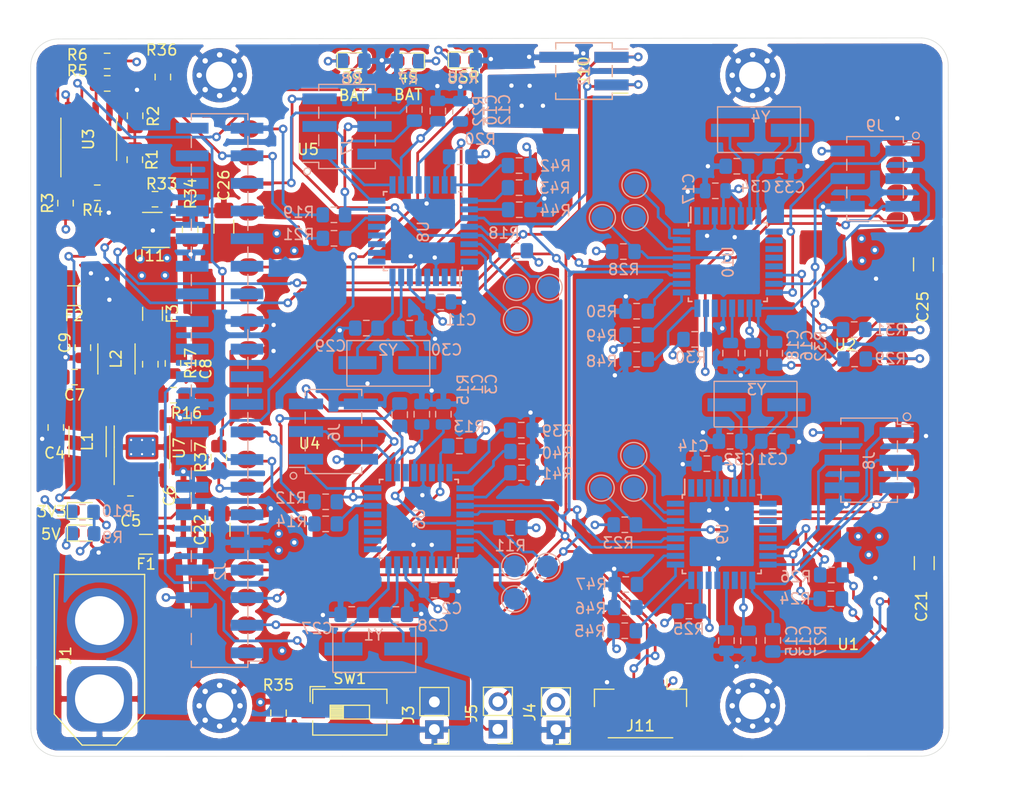
<source format=kicad_pcb>
(kicad_pcb (version 20171130) (host pcbnew "(5.1.4)-1")
  (layers (0 F.Cu signal) (1 PWR.Cu signal) (2 GND.Cu signal) (31 B.Cu signal) (34 B.Paste user hide) (35 F.Paste user) (36 B.SilkS user) (37 F.SilkS user hide) (38 B.Mask user hide) (39 F.Mask user) (44 Edge.Cuts user))
  (net 0 "")
  (net 1 GND)
  (net 2 /3V3)
  (net 3 "Net-(C3-Pad1)")
  (net 4 /5V)
  (net 5 "Net-(C5-Pad2)")
  (net 6 "Net-(C5-Pad1)")
  (net 7 /VBAT)
  (net 8 "Net-(C8-Pad2)")
  (net 9 "Net-(C12-Pad1)")
  (net 10 "Net-(C15-Pad1)")
  (net 11 "Net-(C18-Pad1)")
  (net 12 "Net-(D1-Pad2)")
  (net 13 "Net-(D1-Pad1)")
  (net 14 "Net-(D2-Pad1)")
  (net 15 "Net-(D2-Pad2)")
  (net 16 "Net-(D3-Pad1)")
  (net 17 "Net-(D4-Pad1)")
  (net 18 "Net-(F1-Pad2)")
  (net 19 "Net-(J2-Pad1)")
  (net 20 /SDA)
  (net 21 /SCL)
  (net 22 "Net-(J2-Pad7)")
  (net 23 "Net-(J2-Pad11)")
  (net 24 "Net-(J2-Pad17)")
  (net 25 "Net-(J2-Pad19)")
  (net 26 "Net-(J2-Pad21)")
  (net 27 "Net-(J2-Pad23)")
  (net 28 "Net-(J2-Pad27)")
  (net 29 "Net-(J2-Pad29)")
  (net 30 "Net-(J2-Pad31)")
  (net 31 "Net-(J2-Pad33)")
  (net 32 "Net-(J2-Pad35)")
  (net 33 "Net-(J2-Pad8)")
  (net 34 "Net-(J2-Pad10)")
  (net 35 "Net-(J2-Pad12)")
  (net 36 "Net-(J2-Pad16)")
  (net 37 "Net-(J2-Pad18)")
  (net 38 "Net-(J2-Pad24)")
  (net 39 "Net-(J2-Pad26)")
  (net 40 "Net-(J2-Pad28)")
  (net 41 "Net-(J2-Pad32)")
  (net 42 "Net-(J2-Pad36)")
  (net 43 "Net-(J2-Pad38)")
  (net 44 "Net-(J2-Pad40)")
  (net 45 /MCU/MOSI)
  (net 46 /MCU/RST)
  (net 47 /MCU/MISO)
  (net 48 /MCU/SCK)
  (net 49 /sheet5E4ABAF5/MOSI)
  (net 50 /sheet5E4ABAF5/RST)
  (net 51 /sheet5E4ABAF5/MISO)
  (net 52 /sheet5E4ABAF5/SCK)
  (net 53 /sheet5E4ACBC0/SCK)
  (net 54 /sheet5E4ACBC0/MISO)
  (net 55 /sheet5E4ACBC0/RST)
  (net 56 /sheet5E4ACBC0/MOSI)
  (net 57 /sheet5E4ADD50/SCK)
  (net 58 /sheet5E4ADD50/MISO)
  (net 59 /sheet5E4ADD50/RST)
  (net 60 /sheet5E4ADD50/MOSI)
  (net 61 "Net-(L2-Pad2)")
  (net 62 "Net-(R1-Pad2)")
  (net 63 "Net-(R3-Pad2)")
  (net 64 "Net-(R5-Pad2)")
  (net 65 /MCU/CH1)
  (net 66 /MCU/ADC)
  (net 67 /MCU/CH2)
  (net 68 "Net-(R14-Pad1)")
  (net 69 /MCU/CH3)
  (net 70 /sheet5E4ABAF5/CH1)
  (net 71 /sheet5E4ABAF5/ADC)
  (net 72 "Net-(R21-Pad1)")
  (net 73 /sheet5E4ABAF5/CH2)
  (net 74 /sheet5E4ABAF5/CH3)
  (net 75 /sheet5E4ACBC0/CH1)
  (net 76 /sheet5E4ACBC0/ADC)
  (net 77 /sheet5E4ACBC0/CH2)
  (net 78 "Net-(R26-Pad1)")
  (net 79 /sheet5E4ACBC0/CH3)
  (net 80 /sheet5E4ADD50/CH1)
  (net 81 /sheet5E4ADD50/ADC)
  (net 82 /sheet5E4ADD50/CH2)
  (net 83 "Net-(R31-Pad1)")
  (net 84 /sheet5E4ADD50/CH3)
  (net 85 "Net-(TP1-Pad1)")
  (net 86 "Net-(TP2-Pad1)")
  (net 87 "Net-(TP3-Pad1)")
  (net 88 "Net-(TP4-Pad1)")
  (net 89 "Net-(TP5-Pad1)")
  (net 90 "Net-(TP6-Pad1)")
  (net 91 "Net-(TP7-Pad1)")
  (net 92 "Net-(TP8-Pad1)")
  (net 93 "Net-(U1-Pad2)")
  (net 94 "Net-(U1-Pad3)")
  (net 95 "Net-(U2-Pad3)")
  (net 96 "Net-(U2-Pad2)")
  (net 97 "Net-(U4-Pad2)")
  (net 98 "Net-(U4-Pad3)")
  (net 99 "Net-(U5-Pad3)")
  (net 100 "Net-(U5-Pad2)")
  (net 101 "Net-(U6-Pad1)")
  (net 102 "Net-(U6-Pad2)")
  (net 103 "Net-(U6-Pad9)")
  (net 104 "Net-(U6-Pad10)")
  (net 105 "Net-(U6-Pad11)")
  (net 106 "Net-(U6-Pad12)")
  (net 107 "Net-(U6-Pad13)")
  (net 108 "Net-(U6-Pad19)")
  (net 109 "Net-(U6-Pad22)")
  (net 110 "Net-(U6-Pad32)")
  (net 111 "Net-(U8-Pad32)")
  (net 112 "Net-(U8-Pad22)")
  (net 113 "Net-(U8-Pad19)")
  (net 114 "Net-(U8-Pad13)")
  (net 115 "Net-(U8-Pad12)")
  (net 116 "Net-(U8-Pad11)")
  (net 117 "Net-(U8-Pad10)")
  (net 118 "Net-(U8-Pad9)")
  (net 119 "Net-(U8-Pad2)")
  (net 120 "Net-(U8-Pad1)")
  (net 121 "Net-(U9-Pad1)")
  (net 122 "Net-(U9-Pad2)")
  (net 123 "Net-(U9-Pad9)")
  (net 124 "Net-(U9-Pad10)")
  (net 125 "Net-(U9-Pad11)")
  (net 126 "Net-(U9-Pad12)")
  (net 127 "Net-(U9-Pad13)")
  (net 128 "Net-(U9-Pad19)")
  (net 129 "Net-(U9-Pad22)")
  (net 130 "Net-(U9-Pad32)")
  (net 131 "Net-(U10-Pad32)")
  (net 132 "Net-(U10-Pad22)")
  (net 133 "Net-(U10-Pad19)")
  (net 134 "Net-(U10-Pad13)")
  (net 135 "Net-(U10-Pad12)")
  (net 136 "Net-(U10-Pad11)")
  (net 137 "Net-(U10-Pad10)")
  (net 138 "Net-(U10-Pad9)")
  (net 139 "Net-(U10-Pad2)")
  (net 140 "Net-(U10-Pad1)")
  (net 141 /VoltageRegulation/5V_OUT)
  (net 142 /VoltageRegulation/3V3_OUT)
  (net 143 "Net-(D5-Pad1)")
  (net 144 /USR_LED)
  (net 145 /4S_BATT_ALRM)
  (net 146 /BATT_SEL)
  (net 147 /3S_BATT_ALRM)
  (net 148 "Net-(R33-Pad1)")
  (net 149 "Net-(R35-Pad1)")
  (net 150 "Net-(R39-Pad1)")
  (net 151 "Net-(R40-Pad1)")
  (net 152 "Net-(R41-Pad1)")
  (net 153 "Net-(R42-Pad1)")
  (net 154 "Net-(R43-Pad1)")
  (net 155 "Net-(R44-Pad1)")
  (net 156 "Net-(R45-Pad1)")
  (net 157 "Net-(R46-Pad1)")
  (net 158 "Net-(R47-Pad1)")
  (net 159 "Net-(R48-Pad1)")
  (net 160 "Net-(R49-Pad1)")
  (net 161 "Net-(R50-Pad1)")
  (net 162 "Net-(C27-Pad1)")
  (net 163 "Net-(C28-Pad1)")
  (net 164 "Net-(C29-Pad1)")
  (net 165 "Net-(C30-Pad1)")
  (net 166 "Net-(C31-Pad1)")
  (net 167 "Net-(C32-Pad1)")
  (net 168 "Net-(C33-Pad1)")
  (net 169 "Net-(C34-Pad1)")
  (module Footprint:RX5808_SMD (layer F.Cu) (at 102.29342 103.08844)
    (fp_text reference U2 (at -4.75742 -1.29794) (layer F.SilkS))
    (fp_text value RX5808)
    (pad 1 smd oval (at 0 -20.32) (size 2 1.6) (layers F.Cu F.Paste F.Mask) (net 1 GND))
    (pad 2 smd oval (at 0 -17.78) (size 2 1.6) (layers F.Cu F.Paste F.Mask) (net 96 "Net-(U2-Pad2)"))
    (pad 3 smd oval (at 0 -15.24) (size 2 1.6) (layers F.Cu F.Paste F.Mask) (net 95 "Net-(U2-Pad3)"))
    (pad 4 smd oval (at 0 -12.7) (size 2 1.6) (layers F.Cu F.Paste F.Mask) (net 81 /sheet5E4ADD50/ADC))
    (pad 5 smd oval (at 0 -10.16) (size 2 1.6) (layers F.Cu F.Paste F.Mask) (net 2 /3V3))
    (pad 6 smd oval (at 0 -7.62) (size 2 1.6) (layers F.Cu F.Paste F.Mask) (net 1 GND))
    (pad 7 smd oval (at 0 -5.08) (size 2 1.6) (layers F.Cu F.Paste F.Mask) (net 84 /sheet5E4ADD50/CH3))
    (pad 8 smd oval (at 0 -2.54) (size 2 1.6) (layers F.Cu F.Paste F.Mask) (net 82 /sheet5E4ADD50/CH2))
    (pad 9 smd oval (at 0 0) (size 2 1.6) (layers F.Cu F.Paste F.Mask) (net 80 /sheet5E4ADD50/CH1))
    (pad " " smd oval (at -28 0) (size 2 1.6) (layers F.Cu F.Paste F.Mask))
    (pad " " smd oval (at -28 -2.54) (size 2 1.6) (layers F.Cu F.Paste F.Mask))
    (pad " " smd oval (at -28 -5.08) (size 2 1.6) (layers F.Cu F.Paste F.Mask))
  )
  (module Footprint:CSM-3X_Crystal (layer B.Cu) (at 58.17616 103.43896 180)
    (fp_text reference Y2 (at 2.71526 1.16586 180) (layer B.SilkS) (effects (justify mirror)))
    (fp_text value Crystal)
    (pad 2 smd rect (at 5.5 0 180) (size 3.5 1.2) (layers B.Cu B.Paste B.Mask) (net 164 "Net-(C29-Pad1)"))
    (pad 1 smd rect (at 0 0 180) (size 3.5 1.2) (layers B.Cu B.Paste B.Mask) (net 165 "Net-(C30-Pad1)"))
  )
  (module Footprint:CSM-3X_Crystal (layer B.Cu) (at 56.88584 129.77368 180)
    (fp_text reference Y1 (at 2.74574 1.28778 180) (layer B.SilkS) (effects (justify mirror)))
    (fp_text value Crystal)
    (pad 2 smd rect (at 5.5 0 180) (size 3.5 1.2) (layers B.Cu B.Paste B.Mask) (net 162 "Net-(C27-Pad1)"))
    (pad 1 smd rect (at 0 0 180) (size 3.5 1.2) (layers B.Cu B.Paste B.Mask) (net 163 "Net-(C28-Pad1)"))
  )
  (module Footprint:CSM-3X_Crystal (layer B.Cu) (at 86.6004 107.315)
    (fp_text reference Y3 (at 2.7441 -1.397 180) (layer B.SilkS) (effects (justify mirror)))
    (fp_text value Crystal)
    (pad 2 smd rect (at 5.5 0) (size 3.5 1.2) (layers B.Cu B.Paste B.Mask) (net 166 "Net-(C31-Pad1)"))
    (pad 1 smd rect (at 0 0) (size 3.5 1.2) (layers B.Cu B.Paste B.Mask) (net 167 "Net-(C32-Pad1)"))
  )
  (module Footprint:CSM-3X_Crystal (layer B.Cu) (at 86.9188 82.0674)
    (fp_text reference Y4 (at 2.8067 -1.2319 180) (layer B.SilkS) (effects (justify mirror)))
    (fp_text value Crystal)
    (pad 2 smd rect (at 5.5 0) (size 3.5 1.2) (layers B.Cu B.Paste B.Mask) (net 168 "Net-(C33-Pad1)"))
    (pad 1 smd rect (at 0 0) (size 3.5 1.2) (layers B.Cu B.Paste B.Mask) (net 169 "Net-(C34-Pad1)"))
  )
  (module Capacitor_SMD:C_0805_2012Metric (layer B.Cu) (at 58.58764 108.18138 90)
    (fp_text reference C1 (at 2.77138 5.11556 90) (layer B.SilkS) (effects (justify mirror)))
    (fp_text value 1uF)
    (pad 2 smd roundrect (at 0.9375 0 90) (size 0.975 1.4) (layers B.Cu B.Paste B.Mask) (net 1 GND))
    (pad 1 smd roundrect (at -0.9375 0 90) (size 0.975 1.4) (layers B.Cu B.Paste B.Mask) (net 2 /3V3))
  )
  (module Capacitor_SMD:C_0805_2012Metric (layer B.Cu) (at 59.717239 124.36348)
    (fp_text reference C2 (at 1.623761 1.68402 180) (layer B.SilkS) (effects (justify mirror)))
    (fp_text value 4.7uF)
    (pad 1 smd roundrect (at -0.9375 0) (size 0.975 1.4) (layers B.Cu B.Paste B.Mask) (net 2 /3V3))
    (pad 2 smd roundrect (at 0.9375 0) (size 0.975 1.4) (layers B.Cu B.Paste B.Mask) (net 1 GND))
  )
  (module Capacitor_SMD:C_0805_2012Metric (layer B.Cu) (at 60.56884 108.18138 90)
    (fp_text reference C3 (at 2.77138 4.40436 90) (layer B.SilkS) (effects (justify mirror)))
    (fp_text value 100nF)
    (pad 2 smd roundrect (at 0.9375 0 90) (size 0.975 1.4) (layers B.Cu B.Paste B.Mask) (net 1 GND))
    (pad 1 smd roundrect (at -0.9375 0 90) (size 0.975 1.4) (layers B.Cu B.Paste B.Mask) (net 3 "Net-(C3-Pad1)"))
  )
  (module Capacitor_SMD:C_0805_2012Metric (layer F.Cu) (at 24.9428 109.4001 270)
    (fp_text reference C4 (at 2.35482 0.1016 180) (layer F.SilkS))
    (fp_text value C)
    (pad 1 smd roundrect (at -0.9375 0 270) (size 0.975 1.4) (layers F.Cu F.Paste F.Mask) (net 141 /VoltageRegulation/5V_OUT))
    (pad 2 smd roundrect (at 0.9375 0 270) (size 0.975 1.4) (layers F.Cu F.Paste F.Mask) (net 1 GND))
  )
  (module Capacitor_SMD:C_0805_2012Metric (layer F.Cu) (at 31.8031 116.4082)
    (fp_text reference C5 (at 0.02564 1.59004 180) (layer F.SilkS))
    (fp_text value C)
    (pad 2 smd roundrect (at 0.9375 0) (size 0.975 1.4) (layers F.Cu F.Paste F.Mask) (net 5 "Net-(C5-Pad2)"))
    (pad 1 smd roundrect (at -0.9375 0) (size 0.975 1.4) (layers F.Cu F.Paste F.Mask) (net 6 "Net-(C5-Pad1)"))
  )
  (module Capacitor_SMD:C_0805_2012Metric (layer F.Cu) (at 36.6776 115.6462 90)
    (fp_text reference C6 (at -0.04572 -1.3081 90) (layer F.SilkS))
    (fp_text value C)
    (pad 2 smd roundrect (at 0.9375 0 90) (size 0.975 1.4) (layers F.Cu F.Paste F.Mask) (net 1 GND))
    (pad 1 smd roundrect (at -0.9375 0 90) (size 0.975 1.4) (layers F.Cu F.Paste F.Mask) (net 7 /VBAT))
  )
  (module Capacitor_SMD:C_0805_2012Metric (layer F.Cu) (at 26.66214 104.7623 180)
    (fp_text reference C7 (at 0 -1.65) (layer F.SilkS))
    (fp_text value C)
    (pad 1 smd roundrect (at -0.9375 0 180) (size 0.975 1.4) (layers F.Cu F.Paste F.Mask) (net 141 /VoltageRegulation/5V_OUT))
    (pad 2 smd roundrect (at 0.9375 0 180) (size 0.975 1.4) (layers F.Cu F.Paste F.Mask) (net 1 GND))
  )
  (module Capacitor_SMD:C_0805_2012Metric (layer F.Cu) (at 35.7124 103.5073 270)
    (fp_text reference C8 (at 0.5057 -3.0226 90) (layer F.SilkS))
    (fp_text value C)
    (pad 1 smd roundrect (at -0.9375 0 270) (size 0.975 1.4) (layers F.Cu F.Paste F.Mask) (net 142 /VoltageRegulation/3V3_OUT))
    (pad 2 smd roundrect (at 0.9375 0 270) (size 0.975 1.4) (layers F.Cu F.Paste F.Mask) (net 8 "Net-(C8-Pad2)"))
  )
  (module Capacitor_SMD:C_0805_2012Metric (layer F.Cu) (at 27.432 102.0572 270)
    (fp_text reference C9 (at -0.4572 1.651 90) (layer F.SilkS))
    (fp_text value C)
    (pad 2 smd roundrect (at 0.9375 0 270) (size 0.975 1.4) (layers F.Cu F.Paste F.Mask) (net 1 GND))
    (pad 1 smd roundrect (at -0.9375 0 270) (size 0.975 1.4) (layers F.Cu F.Paste F.Mask) (net 142 /VoltageRegulation/3V3_OUT))
  )
  (module Capacitor_SMD:C_0805_2012Metric (layer B.Cu) (at 60.0583 80.2917 90)
    (fp_text reference C10 (at 0.1039 4.9149 90) (layer B.SilkS) (effects (justify mirror)))
    (fp_text value 1uF)
    (pad 1 smd roundrect (at -0.9375 0 90) (size 0.975 1.4) (layers B.Cu B.Paste B.Mask) (net 2 /3V3))
    (pad 2 smd roundrect (at 0.9375 0 90) (size 0.975 1.4) (layers B.Cu B.Paste B.Mask) (net 1 GND))
  )
  (module Capacitor_SMD:C_0805_2012Metric (layer B.Cu) (at 60.325 97.84588)
    (fp_text reference C11 (at 1.8542 1.65 180) (layer B.SilkS) (effects (justify mirror)))
    (fp_text value 4.7uF)
    (pad 2 smd roundrect (at 0.9375 0) (size 0.975 1.4) (layers B.Cu B.Paste B.Mask) (net 1 GND))
    (pad 1 smd roundrect (at -0.9375 0) (size 0.975 1.4) (layers B.Cu B.Paste B.Mask) (net 2 /3V3))
  )
  (module Capacitor_SMD:C_0805_2012Metric (layer B.Cu) (at 62.1411 80.31456 90)
    (fp_text reference C12 (at 0.15216 4.0513 90) (layer B.SilkS) (effects (justify mirror)))
    (fp_text value 100nF)
    (pad 1 smd roundrect (at -0.9375 0 90) (size 0.975 1.4) (layers B.Cu B.Paste B.Mask) (net 9 "Net-(C12-Pad1)"))
    (pad 2 smd roundrect (at 0.9375 0 90) (size 0.975 1.4) (layers B.Cu B.Paste B.Mask) (net 1 GND))
  )
  (module Capacitor_SMD:C_0805_2012Metric (layer B.Cu) (at 88.6206 129.032 270)
    (fp_text reference C13 (at 0 -5.2324 90) (layer B.SilkS) (effects (justify mirror)))
    (fp_text value 1uF)
    (pad 2 smd roundrect (at 0.9375 0 270) (size 0.975 1.4) (layers B.Cu B.Paste B.Mask) (net 1 GND))
    (pad 1 smd roundrect (at -0.9375 0 270) (size 0.975 1.4) (layers B.Cu B.Paste B.Mask) (net 2 /3V3))
  )
  (module Capacitor_SMD:C_0805_2012Metric (layer B.Cu) (at 84.7875 112.7252 180)
    (fp_text reference C14 (at 1.2469 1.6129 180) (layer B.SilkS) (effects (justify mirror)))
    (fp_text value 4.7uF)
    (pad 1 smd roundrect (at -0.9375 0 180) (size 0.975 1.4) (layers B.Cu B.Paste B.Mask) (net 2 /3V3))
    (pad 2 smd roundrect (at 0.9375 0 180) (size 0.975 1.4) (layers B.Cu B.Paste B.Mask) (net 1 GND))
  )
  (module Capacitor_SMD:C_0805_2012Metric (layer B.Cu) (at 86.5886 129.0043 270)
    (fp_text reference C15 (at 0.0277 -5.9944 90) (layer B.SilkS) (effects (justify mirror)))
    (fp_text value 100nF)
    (pad 1 smd roundrect (at -0.9375 0 270) (size 0.975 1.4) (layers B.Cu B.Paste B.Mask) (net 10 "Net-(C15-Pad1)"))
    (pad 2 smd roundrect (at 0.9375 0 270) (size 0.975 1.4) (layers B.Cu B.Paste B.Mask) (net 1 GND))
  )
  (module Capacitor_SMD:C_0805_2012Metric (layer B.Cu) (at 89.0016 102.5652 270)
    (fp_text reference C16 (at -0.7112 -4.9784 90) (layer B.SilkS) (effects (justify mirror)))
    (fp_text value 1uF)
    (pad 1 smd roundrect (at -0.9375 0 270) (size 0.975 1.4) (layers B.Cu B.Paste B.Mask) (net 2 /3V3))
    (pad 2 smd roundrect (at 0.9375 0 270) (size 0.975 1.4) (layers B.Cu B.Paste B.Mask) (net 1 GND))
  )
  (module Capacitor_SMD:C_0805_2012Metric (layer B.Cu) (at 85.5703 87.63 180)
    (fp_text reference C17 (at 2.4488 0.1905 270) (layer B.SilkS) (effects (justify mirror)))
    (fp_text value 4.7uF)
    (pad 2 smd roundrect (at 0.9375 0 180) (size 0.975 1.4) (layers B.Cu B.Paste B.Mask) (net 1 GND))
    (pad 1 smd roundrect (at -0.9375 0 180) (size 0.975 1.4) (layers B.Cu B.Paste B.Mask) (net 2 /3V3))
  )
  (module Capacitor_SMD:C_0805_2012Metric (layer B.Cu) (at 86.9696 102.5652 270)
    (fp_text reference C18 (at -0.7747 -5.7404 90) (layer B.SilkS) (effects (justify mirror)))
    (fp_text value 100nF)
    (pad 2 smd roundrect (at 0.9375 0 270) (size 0.975 1.4) (layers B.Cu B.Paste B.Mask) (net 1 GND))
    (pad 1 smd roundrect (at -0.9375 0 270) (size 0.975 1.4) (layers B.Cu B.Paste B.Mask) (net 11 "Net-(C18-Pad1)"))
  )
  (module LED_SMD:LED_0603_1608Metric (layer F.Cu) (at 57.34314 75.69708 180)
    (fp_text reference D1 hide)
    (fp_text value LED)
    (pad 2 smd roundrect (at 0.7875 0 180) (size 0.875 0.95) (layers F.Cu F.Paste F.Mask) (net 12 "Net-(D1-Pad2)"))
    (pad 1 smd roundrect (at -0.7875 0 180) (size 0.875 0.95) (layers F.Cu F.Paste F.Mask) (net 13 "Net-(D1-Pad1)"))
  )
  (module LED_SMD:LED_0603_1608Metric (layer F.Cu) (at 52.2986 75.65644)
    (fp_text reference D2 hide)
    (fp_text value LED)
    (pad 1 smd roundrect (at -0.7875 0) (size 0.875 0.95) (layers F.Cu F.Paste F.Mask) (net 14 "Net-(D2-Pad1)"))
    (pad 2 smd roundrect (at 0.7875 0) (size 0.875 0.95) (layers F.Cu F.Paste F.Mask) (net 15 "Net-(D2-Pad2)"))
  )
  (module LED_SMD:LED_0603_1608Metric (layer F.Cu) (at 27.49032 119.10568)
    (fp_text reference D3 hide)
    (fp_text value LED hide)
    (pad 2 smd roundrect (at 0.7875 0) (size 0.875 0.95) (layers F.Cu F.Paste F.Mask) (net 4 /5V))
    (pad 1 smd roundrect (at -0.7875 0) (size 0.875 0.95) (layers F.Cu F.Paste F.Mask) (net 16 "Net-(D3-Pad1)"))
  )
  (module LED_SMD:LED_0603_1608Metric (layer F.Cu) (at 27.4955 117.0432)
    (fp_text reference D4 hide)
    (fp_text value LED)
    (pad 1 smd roundrect (at -0.7875 0) (size 0.875 0.95) (layers F.Cu F.Paste F.Mask) (net 17 "Net-(D4-Pad1)"))
    (pad 2 smd roundrect (at 0.7875 0) (size 0.875 0.95) (layers F.Cu F.Paste F.Mask) (net 2 /3V3))
  )
  (module Fuse:Fuse_1206_3216Metric_Pad1.42x1.75mm_HandSolder (layer F.Cu) (at 33.2375 120.142 180)
    (fp_text reference F1 (at 0 -1.82) (layer F.SilkS))
    (fp_text value Fuse)
    (pad 1 smd roundrect (at -1.4875 0 180) (size 1.425 1.75) (layers F.Cu F.Paste F.Mask) (roundrect_rratio 0.175439) (net 7 /VBAT))
    (pad 2 smd roundrect (at 1.4875 0 180) (size 1.425 1.75) (layers F.Cu F.Paste F.Mask) (roundrect_rratio 0.175439) (net 18 "Net-(F1-Pad2)"))
  )
  (module MountingHole:MountingHole_2.5mm_Pad_Via (layer F.Cu) (at 40 77)
    (fp_text reference H1 hide)
    (fp_text value MountingHole_Pad)
    (pad 1 thru_hole circle (at 1.325825 -1.325825) (size 0.8 0.8) (drill 0.5) (layers *.Cu *.Mask) (net 1 GND))
    (pad 1 thru_hole circle (at 0 -1.875) (size 0.8 0.8) (drill 0.5) (layers *.Cu *.Mask) (net 1 GND))
    (pad 1 thru_hole circle (at -1.325825 -1.325825) (size 0.8 0.8) (drill 0.5) (layers *.Cu *.Mask) (net 1 GND))
    (pad 1 thru_hole circle (at -1.875 0) (size 0.8 0.8) (drill 0.5) (layers *.Cu *.Mask) (net 1 GND))
    (pad 1 thru_hole circle (at -1.325825 1.325825) (size 0.8 0.8) (drill 0.5) (layers *.Cu *.Mask) (net 1 GND))
    (pad 1 thru_hole circle (at 0 1.875) (size 0.8 0.8) (drill 0.5) (layers *.Cu *.Mask) (net 1 GND))
    (pad 1 thru_hole circle (at 1.325825 1.325825) (size 0.8 0.8) (drill 0.5) (layers *.Cu *.Mask) (net 1 GND))
    (pad 1 thru_hole circle (at 1.875 0) (size 0.8 0.8) (drill 0.5) (layers *.Cu *.Mask) (net 1 GND))
    (pad 1 thru_hole circle (at 0 0) (size 5 5) (drill 2.5) (layers *.Cu *.Mask) (net 1 GND))
  )
  (module MountingHole:MountingHole_2.5mm_Pad_Via (layer F.Cu) (at 40 135)
    (fp_text reference H2 hide)
    (fp_text value MountingHole_Pad)
    (pad 1 thru_hole circle (at 1.325825 -1.325825) (size 0.8 0.8) (drill 0.5) (layers *.Cu *.Mask) (net 1 GND))
    (pad 1 thru_hole circle (at 0 -1.875) (size 0.8 0.8) (drill 0.5) (layers *.Cu *.Mask) (net 1 GND))
    (pad 1 thru_hole circle (at -1.325825 -1.325825) (size 0.8 0.8) (drill 0.5) (layers *.Cu *.Mask) (net 1 GND))
    (pad 1 thru_hole circle (at -1.875 0) (size 0.8 0.8) (drill 0.5) (layers *.Cu *.Mask) (net 1 GND))
    (pad 1 thru_hole circle (at -1.325825 1.325825) (size 0.8 0.8) (drill 0.5) (layers *.Cu *.Mask) (net 1 GND))
    (pad 1 thru_hole circle (at 0 1.875) (size 0.8 0.8) (drill 0.5) (layers *.Cu *.Mask) (net 1 GND))
    (pad 1 thru_hole circle (at 1.325825 1.325825) (size 0.8 0.8) (drill 0.5) (layers *.Cu *.Mask) (net 1 GND))
    (pad 1 thru_hole circle (at 1.875 0) (size 0.8 0.8) (drill 0.5) (layers *.Cu *.Mask) (net 1 GND))
    (pad 1 thru_hole circle (at 0 0) (size 5 5) (drill 2.5) (layers *.Cu *.Mask) (net 1 GND))
  )
  (module MountingHole:MountingHole_2.5mm_Pad_Via (layer F.Cu) (at 89 135)
    (fp_text reference H3 hide)
    (fp_text value MountingHole_Pad)
    (pad 1 thru_hole circle (at 0 0) (size 5 5) (drill 2.5) (layers *.Cu *.Mask) (net 1 GND))
    (pad 1 thru_hole circle (at 1.875 0) (size 0.8 0.8) (drill 0.5) (layers *.Cu *.Mask) (net 1 GND))
    (pad 1 thru_hole circle (at 1.325825 1.325825) (size 0.8 0.8) (drill 0.5) (layers *.Cu *.Mask) (net 1 GND))
    (pad 1 thru_hole circle (at 0 1.875) (size 0.8 0.8) (drill 0.5) (layers *.Cu *.Mask) (net 1 GND))
    (pad 1 thru_hole circle (at -1.325825 1.325825) (size 0.8 0.8) (drill 0.5) (layers *.Cu *.Mask) (net 1 GND))
    (pad 1 thru_hole circle (at -1.875 0) (size 0.8 0.8) (drill 0.5) (layers *.Cu *.Mask) (net 1 GND))
    (pad 1 thru_hole circle (at -1.325825 -1.325825) (size 0.8 0.8) (drill 0.5) (layers *.Cu *.Mask) (net 1 GND))
    (pad 1 thru_hole circle (at 0 -1.875) (size 0.8 0.8) (drill 0.5) (layers *.Cu *.Mask) (net 1 GND))
    (pad 1 thru_hole circle (at 1.325825 -1.325825) (size 0.8 0.8) (drill 0.5) (layers *.Cu *.Mask) (net 1 GND))
  )
  (module MountingHole:MountingHole_2.5mm_Pad_Via (layer F.Cu) (at 89 77)
    (fp_text reference H4 hide)
    (fp_text value MountingHole_Pad)
    (pad 1 thru_hole circle (at 0 0) (size 5 5) (drill 2.5) (layers *.Cu *.Mask) (net 1 GND))
    (pad 1 thru_hole circle (at 1.875 0) (size 0.8 0.8) (drill 0.5) (layers *.Cu *.Mask) (net 1 GND))
    (pad 1 thru_hole circle (at 1.325825 1.325825) (size 0.8 0.8) (drill 0.5) (layers *.Cu *.Mask) (net 1 GND))
    (pad 1 thru_hole circle (at 0 1.875) (size 0.8 0.8) (drill 0.5) (layers *.Cu *.Mask) (net 1 GND))
    (pad 1 thru_hole circle (at -1.325825 1.325825) (size 0.8 0.8) (drill 0.5) (layers *.Cu *.Mask) (net 1 GND))
    (pad 1 thru_hole circle (at -1.875 0) (size 0.8 0.8) (drill 0.5) (layers *.Cu *.Mask) (net 1 GND))
    (pad 1 thru_hole circle (at -1.325825 -1.325825) (size 0.8 0.8) (drill 0.5) (layers *.Cu *.Mask) (net 1 GND))
    (pad 1 thru_hole circle (at 0 -1.875) (size 0.8 0.8) (drill 0.5) (layers *.Cu *.Mask) (net 1 GND))
    (pad 1 thru_hole circle (at 1.325825 -1.325825) (size 0.8 0.8) (drill 0.5) (layers *.Cu *.Mask) (net 1 GND))
  )
  (module Connector_PinHeader_2.54mm:PinHeader_1x02_P2.54mm_Vertical (layer F.Cu) (at 59.7408 137.1854 180)
    (fp_text reference J3 (at 2.3749 1.3716 90) (layer F.SilkS))
    (fp_text value Conn_01x02_Female)
    (pad 2 thru_hole oval (at 0 2.54 180) (size 1.7 1.7) (drill 1) (layers *.Cu *.Mask) (net 4 /5V))
    (pad 1 thru_hole rect (at 0 0 180) (size 1.7 1.7) (drill 1) (layers *.Cu *.Mask) (net 1 GND))
  )
  (module Connector_PinHeader_2.54mm:PinHeader_1x02_P2.54mm_Vertical (layer F.Cu) (at 70.9168 137.2108 180)
    (fp_text reference J4 (at 2.4003 1.6256 90) (layer F.SilkS))
    (fp_text value Conn_01x02_Female)
    (pad 1 thru_hole rect (at 0 0 180) (size 1.7 1.7) (drill 1) (layers *.Cu *.Mask) (net 1 GND))
    (pad 2 thru_hole oval (at 0 2.54 180) (size 1.7 1.7) (drill 1) (layers *.Cu *.Mask) (net 2 /3V3))
  )
  (module Connector_PinHeader_2.54mm:PinHeader_1x02_P2.54mm_Vertical (layer F.Cu) (at 65.5828 137.16 180)
    (fp_text reference J5 (at 2.4257 1.4732 90) (layer F.SilkS))
    (fp_text value Conn_01x02_Female)
    (pad 1 thru_hole rect (at 0 0 180) (size 1.7 1.7) (drill 1) (layers *.Cu *.Mask) (net 20 /SDA))
    (pad 2 thru_hole oval (at 0 2.54 180) (size 1.7 1.7) (drill 1) (layers *.Cu *.Mask) (net 21 /SCL))
  )
  (module Inductor_SMD:L_1812_4532Metric (layer F.Cu) (at 27.8638 110.6971 90)
    (fp_text reference L1 (at -0.00118 -0.03302 90) (layer F.SilkS))
    (fp_text value INDUCTOR)
    (pad 2 smd roundrect (at 2.1375 0 90) (size 1.125 3.4) (layers F.Cu F.Paste F.Mask) (roundrect_rratio 0.222222) (net 141 /VoltageRegulation/5V_OUT))
    (pad 1 smd roundrect (at -2.1375 0 90) (size 1.125 3.4) (layers F.Cu F.Paste F.Mask) (roundrect_rratio 0.222222) (net 6 "Net-(C5-Pad1)"))
  )
  (module Inductor_SMD:L_1812_4532Metric (layer F.Cu) (at 30.5181 103.0947 270)
    (fp_text reference L2 (at 0 0.0381 90) (layer F.SilkS))
    (fp_text value INDUCTOR)
    (pad 1 smd roundrect (at -2.1375 0 270) (size 1.125 3.4) (layers F.Cu F.Paste F.Mask) (roundrect_rratio 0.222222) (net 142 /VoltageRegulation/3V3_OUT))
    (pad 2 smd roundrect (at 2.1375 0 270) (size 1.125 3.4) (layers F.Cu F.Paste F.Mask) (roundrect_rratio 0.222222) (net 61 "Net-(L2-Pad2)"))
  )
  (module Resistor_SMD:R_0805_2012Metric_Pad1.15x1.40mm_HandSolder (layer F.Cu) (at 32.2072 84.7688 90)
    (fp_text reference R1 (at 0 1.5748 90) (layer F.SilkS))
    (fp_text value R)
    (pad 2 smd roundrect (at 1.025 0 90) (size 1.15 1.4) (layers F.Cu F.Paste F.Mask) (roundrect_rratio 0.217391) (net 62 "Net-(R1-Pad2)"))
    (pad 1 smd roundrect (at -1.025 0 90) (size 1.15 1.4) (layers F.Cu F.Paste F.Mask) (roundrect_rratio 0.217391) (net 7 /VBAT))
  )
  (module Resistor_SMD:R_0805_2012Metric_Pad1.15x1.40mm_HandSolder (layer F.Cu) (at 32.2326 80.72744 90)
    (fp_text reference R2 (at -0.04456 1.6764 90) (layer F.SilkS))
    (fp_text value R)
    (pad 1 smd roundrect (at -1.025 0 90) (size 1.15 1.4) (layers F.Cu F.Paste F.Mask) (roundrect_rratio 0.217391) (net 62 "Net-(R1-Pad2)"))
    (pad 2 smd roundrect (at 1.025 0 90) (size 1.15 1.4) (layers F.Cu F.Paste F.Mask) (roundrect_rratio 0.217391) (net 1 GND))
  )
  (module Resistor_SMD:R_0805_2012Metric_Pad1.15x1.40mm_HandSolder (layer F.Cu) (at 25.83688 88.764 90)
    (fp_text reference R3 (at 0 -1.65 90) (layer F.SilkS))
    (fp_text value R)
    (pad 2 smd roundrect (at 1.025 0 90) (size 1.15 1.4) (layers F.Cu F.Paste F.Mask) (roundrect_rratio 0.217391) (net 63 "Net-(R3-Pad2)"))
    (pad 1 smd roundrect (at -1.025 0 90) (size 1.15 1.4) (layers F.Cu F.Paste F.Mask) (roundrect_rratio 0.217391) (net 2 /3V3))
  )
  (module Resistor_SMD:R_0805_2012Metric_Pad1.15x1.40mm_HandSolder (layer F.Cu) (at 28.7528 87.8078)
    (fp_text reference R4 (at -0.4318 1.6002) (layer F.SilkS))
    (fp_text value R)
    (pad 2 smd roundrect (at 1.025 0) (size 1.15 1.4) (layers F.Cu F.Paste F.Mask) (roundrect_rratio 0.217391) (net 1 GND))
    (pad 1 smd roundrect (at -1.025 0) (size 1.15 1.4) (layers F.Cu F.Paste F.Mask) (roundrect_rratio 0.217391) (net 63 "Net-(R3-Pad2)"))
  )
  (module Resistor_SMD:R_0805_2012Metric_Pad1.15x1.40mm_HandSolder (layer F.Cu) (at 29.66096 75.68692 180)
    (fp_text reference R5 (at 2.73696 -0.89408) (layer F.SilkS))
    (fp_text value R)
    (pad 2 smd roundrect (at 1.025 0 180) (size 1.15 1.4) (layers F.Cu F.Paste F.Mask) (roundrect_rratio 0.217391) (net 64 "Net-(R5-Pad2)"))
    (pad 1 smd roundrect (at -1.025 0 180) (size 1.15 1.4) (layers F.Cu F.Paste F.Mask) (roundrect_rratio 0.217391) (net 2 /3V3))
  )
  (module Resistor_SMD:R_0805_2012Metric_Pad1.15x1.40mm_HandSolder (layer F.Cu) (at 29.66836 77.75448)
    (fp_text reference R6 (at -2.74436 -2.63398) (layer F.SilkS))
    (fp_text value R)
    (pad 1 smd roundrect (at -1.025 0) (size 1.15 1.4) (layers F.Cu F.Paste F.Mask) (roundrect_rratio 0.217391) (net 64 "Net-(R5-Pad2)"))
    (pad 2 smd roundrect (at 1.025 0) (size 1.15 1.4) (layers F.Cu F.Paste F.Mask) (roundrect_rratio 0.217391) (net 1 GND))
  )
  (module Resistor_SMD:R_0805_2012Metric_Pad1.15x1.40mm_HandSolder (layer B.Cu) (at 57.31118 75.68438)
    (fp_text reference R7 (at 0 1.65) (layer B.SilkS) (effects (justify mirror)))
    (fp_text value R)
    (pad 1 smd roundrect (at -1.025 0) (size 1.15 1.4) (layers B.Cu B.Paste B.Mask) (roundrect_rratio 0.217391) (net 1 GND))
    (pad 2 smd roundrect (at 1.025 0) (size 1.15 1.4) (layers B.Cu B.Paste B.Mask) (roundrect_rratio 0.217391) (net 13 "Net-(D1-Pad1)"))
  )
  (module Resistor_SMD:R_0805_2012Metric_Pad1.15x1.40mm_HandSolder (layer B.Cu) (at 52.29352 75.68692 180)
    (fp_text reference R8 (at 0.17272 -1.65608) (layer B.SilkS) (effects (justify mirror)))
    (fp_text value R)
    (pad 2 smd roundrect (at 1.025 0 180) (size 1.15 1.4) (layers B.Cu B.Paste B.Mask) (roundrect_rratio 0.217391) (net 14 "Net-(D2-Pad1)"))
    (pad 1 smd roundrect (at -1.025 0 180) (size 1.15 1.4) (layers B.Cu B.Paste B.Mask) (roundrect_rratio 0.217391) (net 1 GND))
  )
  (module Resistor_SMD:R_0805_2012Metric_Pad1.15x1.40mm_HandSolder (layer B.Cu) (at 27.441 119.1768 180)
    (fp_text reference R9 (at -2.7215 -0.3302) (layer B.SilkS) (effects (justify mirror)))
    (fp_text value R)
    (pad 1 smd roundrect (at -1.025 0 180) (size 1.15 1.4) (layers B.Cu B.Paste B.Mask) (roundrect_rratio 0.217391) (net 1 GND))
    (pad 2 smd roundrect (at 1.025 0 180) (size 1.15 1.4) (layers B.Cu B.Paste B.Mask) (roundrect_rratio 0.217391) (net 16 "Net-(D3-Pad1)"))
  )
  (module Resistor_SMD:R_0805_2012Metric_Pad1.15x1.40mm_HandSolder (layer B.Cu) (at 27.3902 117.1956 180)
    (fp_text reference R10 (at -3.2168 0.1016) (layer B.SilkS) (effects (justify mirror)))
    (fp_text value R)
    (pad 2 smd roundrect (at 1.025 0 180) (size 1.15 1.4) (layers B.Cu B.Paste B.Mask) (roundrect_rratio 0.217391) (net 17 "Net-(D4-Pad1)"))
    (pad 1 smd roundrect (at -1.025 0 180) (size 1.15 1.4) (layers B.Cu B.Paste B.Mask) (roundrect_rratio 0.217391) (net 1 GND))
  )
  (module Resistor_SMD:R_0805_2012Metric_Pad1.15x1.40mm_HandSolder (layer B.Cu) (at 66.72464 118.62308)
    (fp_text reference R11 (at 0 1.65 180) (layer B.SilkS) (effects (justify mirror)))
    (fp_text value 1k)
    (pad 2 smd roundrect (at 1.025 0) (size 1.15 1.4) (layers B.Cu B.Paste B.Mask) (roundrect_rratio 0.217391) (net 2 /3V3))
    (pad 1 smd roundrect (at -1.025 0) (size 1.15 1.4) (layers B.Cu B.Paste B.Mask) (roundrect_rratio 0.217391) (net 46 /MCU/RST))
  )
  (module Resistor_SMD:R_0805_2012Metric_Pad1.15x1.40mm_HandSolder (layer B.Cu) (at 49.74844 116.23548 180)
    (fp_text reference R12 (at 3.20294 0.34798 180) (layer B.SilkS) (effects (justify mirror)))
    (fp_text value 1k)
    (pad 1 smd roundrect (at -1.025 0 180) (size 1.15 1.4) (layers B.Cu B.Paste B.Mask) (roundrect_rratio 0.217391) (net 45 /MCU/MOSI))
    (pad 2 smd roundrect (at 1.025 0 180) (size 1.15 1.4) (layers B.Cu B.Paste B.Mask) (roundrect_rratio 0.217391) (net 65 /MCU/CH1))
  )
  (module Resistor_SMD:R_0805_2012Metric_Pad1.15x1.40mm_HandSolder (layer B.Cu) (at 62.04204 111.10468 180)
    (fp_text reference R13 (at -0.89916 1.78308 180) (layer B.SilkS) (effects (justify mirror)))
    (fp_text value 100k)
    (pad 1 smd roundrect (at -1.025 0 180) (size 1.15 1.4) (layers B.Cu B.Paste B.Mask) (roundrect_rratio 0.217391) (net 2 /3V3))
    (pad 2 smd roundrect (at 1.025 0 180) (size 1.15 1.4) (layers B.Cu B.Paste B.Mask) (roundrect_rratio 0.217391) (net 66 /MCU/ADC))
  )
  (module Resistor_SMD:R_0805_2012Metric_Pad1.15x1.40mm_HandSolder (layer B.Cu) (at 49.74844 118.26748 180)
    (fp_text reference R14 (at 3.13944 0.22098 180) (layer B.SilkS) (effects (justify mirror)))
    (fp_text value 1k)
    (pad 2 smd roundrect (at 1.025 0 180) (size 1.15 1.4) (layers B.Cu B.Paste B.Mask) (roundrect_rratio 0.217391) (net 67 /MCU/CH2))
    (pad 1 smd roundrect (at -1.025 0 180) (size 1.15 1.4) (layers B.Cu B.Paste B.Mask) (roundrect_rratio 0.217391) (net 68 "Net-(R14-Pad1)"))
  )
  (module Resistor_SMD:R_0805_2012Metric_Pad1.15x1.40mm_HandSolder (layer B.Cu) (at 56.55564 108.21808 90)
    (fp_text reference R15 (at 2.30008 5.82676 270) (layer B.SilkS) (effects (justify mirror)))
    (fp_text value 1k)
    (pad 2 smd roundrect (at 1.025 0 90) (size 1.15 1.4) (layers B.Cu B.Paste B.Mask) (roundrect_rratio 0.217391) (net 69 /MCU/CH3))
    (pad 1 smd roundrect (at -1.025 0 90) (size 1.15 1.4) (layers B.Cu B.Paste B.Mask) (roundrect_rratio 0.217391) (net 48 /MCU/SCK))
  )
  (module Resistor_SMD:R_0805_2012Metric_Pad1.15x1.40mm_HandSolder (layer F.Cu) (at 35.7542 106.426)
    (fp_text reference R16 (at 1.2028 1.651 180) (layer F.SilkS))
    (fp_text value R)
    (pad 2 smd roundrect (at 1.025 0) (size 1.15 1.4) (layers F.Cu F.Paste F.Mask) (roundrect_rratio 0.217391) (net 1 GND))
    (pad 1 smd roundrect (at -1.025 0) (size 1.15 1.4) (layers F.Cu F.Paste F.Mask) (roundrect_rratio 0.217391) (net 8 "Net-(C8-Pad2)"))
  )
  (module Resistor_SMD:R_0805_2012Metric_Pad1.15x1.40mm_HandSolder (layer F.Cu) (at 33.6296 103.5812 270)
    (fp_text reference R17 (at -0.0762 -3.7084 90) (layer F.SilkS))
    (fp_text value R)
    (pad 1 smd roundrect (at -1.025 0 270) (size 1.15 1.4) (layers F.Cu F.Paste F.Mask) (roundrect_rratio 0.217391) (net 142 /VoltageRegulation/3V3_OUT))
    (pad 2 smd roundrect (at 1.025 0 270) (size 1.15 1.4) (layers F.Cu F.Paste F.Mask) (roundrect_rratio 0.217391) (net 8 "Net-(C8-Pad2)"))
  )
  (module Resistor_SMD:R_0805_2012Metric_Pad1.15x1.40mm_HandSolder (layer B.Cu) (at 67.2174 93.1418)
    (fp_text reference R18 (at -1.0758 -1.6256 180) (layer B.SilkS) (effects (justify mirror)))
    (fp_text value 1k)
    (pad 1 smd roundrect (at -1.025 0) (size 1.15 1.4) (layers B.Cu B.Paste B.Mask) (roundrect_rratio 0.217391) (net 50 /sheet5E4ABAF5/RST))
    (pad 2 smd roundrect (at 1.025 0) (size 1.15 1.4) (layers B.Cu B.Paste B.Mask) (roundrect_rratio 0.217391) (net 2 /3V3))
  )
  (module Resistor_SMD:R_0805_2012Metric_Pad1.15x1.40mm_HandSolder (layer B.Cu) (at 50.5079 89.8398 180)
    (fp_text reference R19 (at 3.2385 0.2286 180) (layer B.SilkS) (effects (justify mirror)))
    (fp_text value 1k)
    (pad 2 smd roundrect (at 1.025 0 180) (size 1.15 1.4) (layers B.Cu B.Paste B.Mask) (roundrect_rratio 0.217391) (net 70 /sheet5E4ABAF5/CH1))
    (pad 1 smd roundrect (at -1.025 0 180) (size 1.15 1.4) (layers B.Cu B.Paste B.Mask) (roundrect_rratio 0.217391) (net 49 /sheet5E4ABAF5/MOSI))
  )
  (module Resistor_SMD:R_0805_2012Metric_Pad1.15x1.40mm_HandSolder (layer B.Cu) (at 62.1194 84.5058 180)
    (fp_text reference R20 (at -1.8378 1.6256 180) (layer B.SilkS) (effects (justify mirror)))
    (fp_text value 100k)
    (pad 2 smd roundrect (at 1.025 0 180) (size 1.15 1.4) (layers B.Cu B.Paste B.Mask) (roundrect_rratio 0.217391) (net 71 /sheet5E4ABAF5/ADC))
    (pad 1 smd roundrect (at -1.025 0 180) (size 1.15 1.4) (layers B.Cu B.Paste B.Mask) (roundrect_rratio 0.217391) (net 2 /3V3))
  )
  (module Resistor_SMD:R_0805_2012Metric_Pad1.15x1.40mm_HandSolder (layer B.Cu) (at 50.5169 91.9988 180)
    (fp_text reference R21 (at 3.2475 0.3556 180) (layer B.SilkS) (effects (justify mirror)))
    (fp_text value 1k)
    (pad 1 smd roundrect (at -1.025 0 180) (size 1.15 1.4) (layers B.Cu B.Paste B.Mask) (roundrect_rratio 0.217391) (net 72 "Net-(R21-Pad1)"))
    (pad 2 smd roundrect (at 1.025 0 180) (size 1.15 1.4) (layers B.Cu B.Paste B.Mask) (roundrect_rratio 0.217391) (net 73 /sheet5E4ABAF5/CH2))
  )
  (module Resistor_SMD:R_0805_2012Metric_Pad1.15x1.40mm_HandSolder (layer B.Cu) (at 57.8993 80.1497 90)
    (fp_text reference R22 (at -0.1397 5.9309 90) (layer B.SilkS) (effects (justify mirror)))
    (fp_text value 1k)
    (pad 1 smd roundrect (at -1.025 0 90) (size 1.15 1.4) (layers B.Cu B.Paste B.Mask) (roundrect_rratio 0.217391) (net 52 /sheet5E4ABAF5/SCK))
    (pad 2 smd roundrect (at 1.025 0 90) (size 1.15 1.4) (layers B.Cu B.Paste B.Mask) (roundrect_rratio 0.217391) (net 74 /sheet5E4ABAF5/CH3))
  )
  (module Resistor_SMD:R_0805_2012Metric_Pad1.15x1.40mm_HandSolder (layer B.Cu) (at 77.25156 118.34876 180)
    (fp_text reference R23 (at 0.60706 -1.66624 180) (layer B.SilkS) (effects (justify mirror)))
    (fp_text value 1k)
    (pad 1 smd roundrect (at -1.025 0 180) (size 1.15 1.4) (layers B.Cu B.Paste B.Mask) (roundrect_rratio 0.217391) (net 55 /sheet5E4ACBC0/RST))
    (pad 2 smd roundrect (at 1.025 0 180) (size 1.15 1.4) (layers B.Cu B.Paste B.Mask) (roundrect_rratio 0.217391) (net 2 /3V3))
  )
  (module Resistor_SMD:R_0805_2012Metric_Pad1.15x1.40mm_HandSolder (layer B.Cu) (at 96.18588 125.15596)
    (fp_text reference R24 (at -3.28538 0.00254 180) (layer B.SilkS) (effects (justify mirror)))
    (fp_text value 1k)
    (pad 1 smd roundrect (at -1.025 0) (size 1.15 1.4) (layers B.Cu B.Paste B.Mask) (roundrect_rratio 0.217391) (net 56 /sheet5E4ACBC0/MOSI))
    (pad 2 smd roundrect (at 1.025 0) (size 1.15 1.4) (layers B.Cu B.Paste B.Mask) (roundrect_rratio 0.217391) (net 75 /sheet5E4ACBC0/CH1))
  )
  (module Resistor_SMD:R_0805_2012Metric_Pad1.15x1.40mm_HandSolder (layer B.Cu) (at 83.1342 126.2888)
    (fp_text reference R25 (at 0 1.65 180) (layer B.SilkS) (effects (justify mirror)))
    (fp_text value 100k)
    (pad 1 smd roundrect (at -1.025 0) (size 1.15 1.4) (layers B.Cu B.Paste B.Mask) (roundrect_rratio 0.217391) (net 2 /3V3))
    (pad 2 smd roundrect (at 1.025 0) (size 1.15 1.4) (layers B.Cu B.Paste B.Mask) (roundrect_rratio 0.217391) (net 76 /sheet5E4ACBC0/ADC))
  )
  (module Resistor_SMD:R_0805_2012Metric_Pad1.15x1.40mm_HandSolder (layer B.Cu) (at 96.23552 122.96648)
    (fp_text reference R26 (at -3.27152 0.16002 180) (layer B.SilkS) (effects (justify mirror)))
    (fp_text value 1k)
    (pad 2 smd roundrect (at 1.025 0) (size 1.15 1.4) (layers B.Cu B.Paste B.Mask) (roundrect_rratio 0.217391) (net 77 /sheet5E4ACBC0/CH2))
    (pad 1 smd roundrect (at -1.025 0) (size 1.15 1.4) (layers B.Cu B.Paste B.Mask) (roundrect_rratio 0.217391) (net 78 "Net-(R26-Pad1)"))
  )
  (module Resistor_SMD:R_0805_2012Metric_Pad1.15x1.40mm_HandSolder (layer B.Cu) (at 90.8558 128.9812 270)
    (fp_text reference R27 (at 0.0508 -4.3942 90) (layer B.SilkS) (effects (justify mirror)))
    (fp_text value 1k)
    (pad 2 smd roundrect (at 1.025 0 270) (size 1.15 1.4) (layers B.Cu B.Paste B.Mask) (roundrect_rratio 0.217391) (net 79 /sheet5E4ACBC0/CH3))
    (pad 1 smd roundrect (at -1.025 0 270) (size 1.15 1.4) (layers B.Cu B.Paste B.Mask) (roundrect_rratio 0.217391) (net 53 /sheet5E4ACBC0/SCK))
  )
  (module Resistor_SMD:R_0805_2012Metric_Pad1.15x1.40mm_HandSolder (layer B.Cu) (at 77.1144 93.218 180)
    (fp_text reference R28 (at -0.0381 -1.651 180) (layer B.SilkS) (effects (justify mirror)))
    (fp_text value 1k)
    (pad 1 smd roundrect (at -1.025 0 180) (size 1.15 1.4) (layers B.Cu B.Paste B.Mask) (roundrect_rratio 0.217391) (net 59 /sheet5E4ADD50/RST))
    (pad 2 smd roundrect (at 1.025 0 180) (size 1.15 1.4) (layers B.Cu B.Paste B.Mask) (roundrect_rratio 0.217391) (net 2 /3V3))
  )
  (module Resistor_SMD:R_0805_2012Metric_Pad1.15x1.40mm_HandSolder (layer B.Cu) (at 98.3742 103.0986)
    (fp_text reference R29 (at 3.2893 -0.0381 180) (layer B.SilkS) (effects (justify mirror)))
    (fp_text value 1k)
    (pad 1 smd roundrect (at -1.025 0) (size 1.15 1.4) (layers B.Cu B.Paste B.Mask) (roundrect_rratio 0.217391) (net 60 /sheet5E4ADD50/MOSI))
    (pad 2 smd roundrect (at 1.025 0) (size 1.15 1.4) (layers B.Cu B.Paste B.Mask) (roundrect_rratio 0.217391) (net 80 /sheet5E4ADD50/CH1))
  )
  (module Resistor_SMD:R_0805_2012Metric_Pad1.15x1.40mm_HandSolder (layer B.Cu) (at 83.6676 101.2952)
    (fp_text reference R30 (at -0.3556 1.65 180) (layer B.SilkS) (effects (justify mirror)))
    (fp_text value 100k)
    (pad 2 smd roundrect (at 1.025 0) (size 1.15 1.4) (layers B.Cu B.Paste B.Mask) (roundrect_rratio 0.217391) (net 81 /sheet5E4ADD50/ADC))
    (pad 1 smd roundrect (at -1.025 0) (size 1.15 1.4) (layers B.Cu B.Paste B.Mask) (roundrect_rratio 0.217391) (net 2 /3V3))
  )
  (module Resistor_SMD:R_0805_2012Metric_Pad1.15x1.40mm_HandSolder (layer B.Cu) (at 98.3324 100.3935)
    (fp_text reference R31 (at 3.3311 0 180) (layer B.SilkS) (effects (justify mirror)))
    (fp_text value 1k)
    (pad 2 smd roundrect (at 1.025 0) (size 1.15 1.4) (layers B.Cu B.Paste B.Mask) (roundrect_rratio 0.217391) (net 82 /sheet5E4ADD50/CH2))
    (pad 1 smd roundrect (at -1.025 0) (size 1.15 1.4) (layers B.Cu B.Paste B.Mask) (roundrect_rratio 0.217391) (net 83 "Net-(R31-Pad1)"))
  )
  (module Resistor_SMD:R_0805_2012Metric_Pad1.15x1.40mm_HandSolder (layer B.Cu) (at 91.0336 102.5742 270)
    (fp_text reference R32 (at -0.6567 -4.2164 90) (layer B.SilkS) (effects (justify mirror)))
    (fp_text value 1k)
    (pad 1 smd roundrect (at -1.025 0 270) (size 1.15 1.4) (layers B.Cu B.Paste B.Mask) (roundrect_rratio 0.217391) (net 57 /sheet5E4ADD50/SCK))
    (pad 2 smd roundrect (at 1.025 0 270) (size 1.15 1.4) (layers B.Cu B.Paste B.Mask) (roundrect_rratio 0.217391) (net 84 /sheet5E4ADD50/CH3))
  )
  (module TestPoint:TestPoint_Pad_D2.0mm (layer B.Cu) (at 67.11764 122.17348 90)
    (fp_text reference TP1 hide)
    (fp_text value TestPoint)
    (pad 1 smd circle (at 0 0 90) (size 2 2) (layers B.Cu B.Mask) (net 85 "Net-(TP1-Pad1)"))
  )
  (module TestPoint:TestPoint_Pad_D2.0mm (layer B.Cu) (at 67.11764 125.17348 90)
    (fp_text reference TP2 hide)
    (fp_text value TestPoint)
    (pad 1 smd circle (at 0 0 90) (size 2 2) (layers B.Cu B.Mask) (net 86 "Net-(TP2-Pad1)"))
  )
  (module TestPoint:TestPoint_Pad_D2.0mm (layer B.Cu) (at 67.2894 96.5108 90)
    (fp_text reference TP3 hide)
    (fp_text value TestPoint)
    (pad 1 smd circle (at 0 0 90) (size 2 2) (layers B.Cu B.Mask) (net 87 "Net-(TP3-Pad1)"))
  )
  (module TestPoint:TestPoint_Pad_D2.0mm (layer B.Cu) (at 67.2894 99.5108 90)
    (fp_text reference TP4 hide)
    (fp_text value TestPoint)
    (pad 1 smd circle (at 0 0 90) (size 2 2) (layers B.Cu B.Mask) (net 88 "Net-(TP4-Pad1)"))
  )
  (module TestPoint:TestPoint_Pad_D2.0mm (layer B.Cu) (at 78.0746 114.9784 270)
    (fp_text reference TP5 hide)
    (fp_text value TestPoint)
    (pad 1 smd circle (at 0 0 270) (size 2 2) (layers B.Cu B.Mask) (net 89 "Net-(TP5-Pad1)"))
  )
  (module TestPoint:TestPoint_Pad_D2.0mm (layer B.Cu) (at 78.0746 111.9784 270)
    (fp_text reference TP6 hide)
    (fp_text value TestPoint)
    (pad 1 smd circle (at 0 0 270) (size 2 2) (layers B.Cu B.Mask) (net 90 "Net-(TP6-Pad1)"))
  )
  (module TestPoint:TestPoint_Pad_D2.0mm (layer B.Cu) (at 78.1856 90.0932 270)
    (fp_text reference TP7 hide)
    (fp_text value TestPoint)
    (pad 1 smd circle (at 0 0 270) (size 2 2) (layers B.Cu B.Mask) (net 91 "Net-(TP7-Pad1)"))
  )
  (module TestPoint:TestPoint_Pad_D2.0mm (layer B.Cu) (at 78.1856 87.0932 270)
    (fp_text reference TP8 hide)
    (fp_text value TestPoint)
    (pad 1 smd circle (at 0 0 270) (size 2 2) (layers B.Cu B.Mask) (net 92 "Net-(TP8-Pad1)"))
  )
  (module Package_SO:SO-8_3.9x4.9mm_P1.27mm (layer F.Cu) (at 27.97048 82.89092 90)
    (fp_text reference U3 (at 0 -0.03048 90) (layer F.SilkS))
    (fp_text value LM393)
    (pad 1 smd roundrect (at -2.575 -1.905 90) (size 1.75 0.6) (layers F.Cu F.Paste F.Mask) (net 15 "Net-(D2-Pad2)"))
    (pad 2 smd roundrect (at -2.575 -0.635 90) (size 1.75 0.6) (layers F.Cu F.Paste F.Mask) (net 63 "Net-(R3-Pad2)"))
    (pad 3 smd roundrect (at -2.575 0.635 90) (size 1.75 0.6) (layers F.Cu F.Paste F.Mask) (net 62 "Net-(R1-Pad2)"))
    (pad 4 smd roundrect (at -2.575 1.905 90) (size 1.75 0.6) (layers F.Cu F.Paste F.Mask) (net 1 GND))
    (pad 5 smd roundrect (at 2.575 1.905 90) (size 1.75 0.6) (layers F.Cu F.Paste F.Mask) (net 62 "Net-(R1-Pad2)"))
    (pad 6 smd roundrect (at 2.575 0.635 90) (size 1.75 0.6) (layers F.Cu F.Paste F.Mask) (net 64 "Net-(R5-Pad2)"))
    (pad 7 smd roundrect (at 2.575 -0.635 90) (size 1.75 0.6) (layers F.Cu F.Paste F.Mask) (net 12 "Net-(D1-Pad2)"))
    (pad 8 smd roundrect (at 2.575 -1.905 90) (size 1.75 0.6) (layers F.Cu F.Paste F.Mask) (net 2 /3V3))
  )
  (module Package_QFP:TQFP-32_7x7mm_P0.8mm (layer B.Cu) (at 58.317239 117.803479 90)
    (fp_text reference U6 (at 0 0.039261 90) (layer B.SilkS) (effects (justify mirror)))
    (fp_text value ATmega328P-AU)
    (pad 1 smd rect (at -4.25 2.8 90) (size 1.6 0.55) (layers B.Cu B.Paste B.Mask) (net 101 "Net-(U6-Pad1)"))
    (pad 2 smd rect (at -4.25 2 90) (size 1.6 0.55) (layers B.Cu B.Paste B.Mask) (net 102 "Net-(U6-Pad2)"))
    (pad 3 smd rect (at -4.25 1.2 90) (size 1.6 0.55) (layers B.Cu B.Paste B.Mask) (net 1 GND))
    (pad 4 smd rect (at -4.25 0.4 90) (size 1.6 0.55) (layers B.Cu B.Paste B.Mask) (net 2 /3V3))
    (pad 5 smd rect (at -4.25 -0.4 90) (size 1.6 0.55) (layers B.Cu B.Paste B.Mask) (net 1 GND))
    (pad 6 smd rect (at -4.25 -1.2 90) (size 1.6 0.55) (layers B.Cu B.Paste B.Mask) (net 2 /3V3))
    (pad 7 smd rect (at -4.25 -2 90) (size 1.6 0.55) (layers B.Cu B.Paste B.Mask) (net 163 "Net-(C28-Pad1)"))
    (pad 8 smd rect (at -4.25 -2.8 90) (size 1.6 0.55) (layers B.Cu B.Paste B.Mask) (net 162 "Net-(C27-Pad1)"))
    (pad 9 smd rect (at -2.8 -4.25) (size 1.6 0.55) (layers B.Cu B.Paste B.Mask) (net 103 "Net-(U6-Pad9)"))
    (pad 10 smd rect (at -2 -4.25) (size 1.6 0.55) (layers B.Cu B.Paste B.Mask) (net 104 "Net-(U6-Pad10)"))
    (pad 11 smd rect (at -1.2 -4.25) (size 1.6 0.55) (layers B.Cu B.Paste B.Mask) (net 105 "Net-(U6-Pad11)"))
    (pad 12 smd rect (at -0.4 -4.25) (size 1.6 0.55) (layers B.Cu B.Paste B.Mask) (net 106 "Net-(U6-Pad12)"))
    (pad 13 smd rect (at 0.4 -4.25) (size 1.6 0.55) (layers B.Cu B.Paste B.Mask) (net 107 "Net-(U6-Pad13)"))
    (pad 14 smd rect (at 1.2 -4.25) (size 1.6 0.55) (layers B.Cu B.Paste B.Mask) (net 68 "Net-(R14-Pad1)"))
    (pad 15 smd rect (at 2 -4.25) (size 1.6 0.55) (layers B.Cu B.Paste B.Mask) (net 45 /MCU/MOSI))
    (pad 16 smd rect (at 2.8 -4.25) (size 1.6 0.55) (layers B.Cu B.Paste B.Mask) (net 47 /MCU/MISO))
    (pad 17 smd rect (at 4.25 -2.8 90) (size 1.6 0.55) (layers B.Cu B.Paste B.Mask) (net 48 /MCU/SCK))
    (pad 18 smd rect (at 4.25 -2 90) (size 1.6 0.55) (layers B.Cu B.Paste B.Mask) (net 2 /3V3))
    (pad 19 smd rect (at 4.25 -1.2 90) (size 1.6 0.55) (layers B.Cu B.Paste B.Mask) (net 108 "Net-(U6-Pad19)"))
    (pad 20 smd rect (at 4.25 -0.4 90) (size 1.6 0.55) (layers B.Cu B.Paste B.Mask) (net 3 "Net-(C3-Pad1)"))
    (pad 21 smd rect (at 4.25 0.4 90) (size 1.6 0.55) (layers B.Cu B.Paste B.Mask) (net 1 GND))
    (pad 22 smd rect (at 4.25 1.2 90) (size 1.6 0.55) (layers B.Cu B.Paste B.Mask) (net 109 "Net-(U6-Pad22)"))
    (pad 23 smd rect (at 4.25 2 90) (size 1.6 0.55) (layers B.Cu B.Paste B.Mask) (net 66 /MCU/ADC))
    (pad 24 smd rect (at 4.25 2.8 90) (size 1.6 0.55) (layers B.Cu B.Paste B.Mask) (net 150 "Net-(R39-Pad1)"))
    (pad 25 smd rect (at 2.8 4.25) (size 1.6 0.55) (layers B.Cu B.Paste B.Mask) (net 151 "Net-(R40-Pad1)"))
    (pad 26 smd rect (at 2 4.25) (size 1.6 0.55) (layers B.Cu B.Paste B.Mask) (net 152 "Net-(R41-Pad1)"))
    (pad 27 smd rect (at 1.2 4.25) (size 1.6 0.55) (layers B.Cu B.Paste B.Mask) (net 20 /SDA))
    (pad 28 smd rect (at 0.4 4.25) (size 1.6 0.55) (layers B.Cu B.Paste B.Mask) (net 21 /SCL))
    (pad 29 smd rect (at -0.4 4.25) (size 1.6 0.55) (layers B.Cu B.Paste B.Mask) (net 46 /MCU/RST))
    (pad 30 smd rect (at -1.2 4.25) (size 1.6 0.55) (layers B.Cu B.Paste B.Mask) (net 85 "Net-(TP1-Pad1)"))
    (pad 31 smd rect (at -2 4.25) (size 1.6 0.55) (layers B.Cu B.Paste B.Mask) (net 86 "Net-(TP2-Pad1)"))
    (pad 32 smd rect (at -2.8 4.25) (size 1.6 0.55) (layers B.Cu B.Paste B.Mask) (net 110 "Net-(U6-Pad32)"))
  )
  (module Package_QFP:TQFP-32_7x7mm_P0.8mm (layer B.Cu) (at 58.691399 91.336679 90)
    (fp_text reference U8 (at -0.052521 0.033401 90) (layer B.SilkS) (effects (justify mirror)))
    (fp_text value ATmega328P-AU)
    (pad 32 smd rect (at -2.8 4.25) (size 1.6 0.55) (layers B.Cu B.Paste B.Mask) (net 111 "Net-(U8-Pad32)"))
    (pad 31 smd rect (at -2 4.25) (size 1.6 0.55) (layers B.Cu B.Paste B.Mask) (net 88 "Net-(TP4-Pad1)"))
    (pad 30 smd rect (at -1.2 4.25) (size 1.6 0.55) (layers B.Cu B.Paste B.Mask) (net 87 "Net-(TP3-Pad1)"))
    (pad 29 smd rect (at -0.4 4.25) (size 1.6 0.55) (layers B.Cu B.Paste B.Mask) (net 50 /sheet5E4ABAF5/RST))
    (pad 28 smd rect (at 0.4 4.25) (size 1.6 0.55) (layers B.Cu B.Paste B.Mask) (net 21 /SCL))
    (pad 27 smd rect (at 1.2 4.25) (size 1.6 0.55) (layers B.Cu B.Paste B.Mask) (net 20 /SDA))
    (pad 26 smd rect (at 2 4.25) (size 1.6 0.55) (layers B.Cu B.Paste B.Mask) (net 155 "Net-(R44-Pad1)"))
    (pad 25 smd rect (at 2.8 4.25) (size 1.6 0.55) (layers B.Cu B.Paste B.Mask) (net 154 "Net-(R43-Pad1)"))
    (pad 24 smd rect (at 4.25 2.8 90) (size 1.6 0.55) (layers B.Cu B.Paste B.Mask) (net 153 "Net-(R42-Pad1)"))
    (pad 23 smd rect (at 4.25 2 90) (size 1.6 0.55) (layers B.Cu B.Paste B.Mask) (net 71 /sheet5E4ABAF5/ADC))
    (pad 22 smd rect (at 4.25 1.2 90) (size 1.6 0.55) (layers B.Cu B.Paste B.Mask) (net 112 "Net-(U8-Pad22)"))
    (pad 21 smd rect (at 4.25 0.4 90) (size 1.6 0.55) (layers B.Cu B.Paste B.Mask) (net 1 GND))
    (pad 20 smd rect (at 4.25 -0.4 90) (size 1.6 0.55) (layers B.Cu B.Paste B.Mask) (net 9 "Net-(C12-Pad1)"))
    (pad 19 smd rect (at 4.25 -1.2 90) (size 1.6 0.55) (layers B.Cu B.Paste B.Mask) (net 113 "Net-(U8-Pad19)"))
    (pad 18 smd rect (at 4.25 -2 90) (size 1.6 0.55) (layers B.Cu B.Paste B.Mask) (net 2 /3V3))
    (pad 17 smd rect (at 4.25 -2.8 90) (size 1.6 0.55) (layers B.Cu B.Paste B.Mask) (net 52 /sheet5E4ABAF5/SCK))
    (pad 16 smd rect (at 2.8 -4.25) (size 1.6 0.55) (layers B.Cu B.Paste B.Mask) (net 51 /sheet5E4ABAF5/MISO))
    (pad 15 smd rect (at 2 -4.25) (size 1.6 0.55) (layers B.Cu B.Paste B.Mask) (net 49 /sheet5E4ABAF5/MOSI))
    (pad 14 smd rect (at 1.2 -4.25) (size 1.6 0.55) (layers B.Cu B.Paste B.Mask) (net 72 "Net-(R21-Pad1)"))
    (pad 13 smd rect (at 0.4 -4.25) (size 1.6 0.55) (layers B.Cu B.Paste B.Mask) (net 114 "Net-(U8-Pad13)"))
    (pad 12 smd rect (at -0.4 -4.25) (size 1.6 0.55) (layers B.Cu B.Paste B.Mask) (net 115 "Net-(U8-Pad12)"))
    (pad 11 smd rect (at -1.2 -4.25) (size 1.6 0.55) (layers B.Cu B.Paste B.Mask) (net 116 "Net-(U8-Pad11)"))
    (pad 10 smd rect (at -2 -4.25) (size 1.6 0.55) (layers B.Cu B.Paste B.Mask) (net 117 "Net-(U8-Pad10)"))
    (pad 9 smd rect (at -2.8 -4.25) (size 1.6 0.55) (layers B.Cu B.Paste B.Mask) (net 118 "Net-(U8-Pad9)"))
    (pad 8 smd rect (at -4.25 -2.8 90) (size 1.6 0.55) (layers B.Cu B.Paste B.Mask) (net 164 "Net-(C29-Pad1)"))
    (pad 7 smd rect (at -4.25 -2 90) (size 1.6 0.55) (layers B.Cu B.Paste B.Mask) (net 165 "Net-(C30-Pad1)"))
    (pad 6 smd rect (at -4.25 -1.2 90) (size 1.6 0.55) (layers B.Cu B.Paste B.Mask) (net 2 /3V3))
    (pad 5 smd rect (at -4.25 -0.4 90) (size 1.6 0.55) (layers B.Cu B.Paste B.Mask) (net 1 GND))
    (pad 4 smd rect (at -4.25 0.4 90) (size 1.6 0.55) (layers B.Cu B.Paste B.Mask) (net 2 /3V3))
    (pad 3 smd rect (at -4.25 1.2 90) (size 1.6 0.55) (layers B.Cu B.Paste B.Mask) (net 1 GND))
    (pad 2 smd rect (at -4.25 2 90) (size 1.6 0.55) (layers B.Cu B.Paste B.Mask) (net 119 "Net-(U8-Pad2)"))
    (pad 1 smd rect (at -4.25 2.8 90) (size 1.6 0.55) (layers B.Cu B.Paste B.Mask) (net 120 "Net-(U8-Pad1)"))
  )
  (module Package_QFP:TQFP-32_7x7mm_P0.8mm (layer B.Cu) (at 86.156401 119.209001 270)
    (fp_text reference U9 (at -0.019501 -0.076599 90) (layer B.SilkS) (effects (justify mirror)))
    (fp_text value ATmega328P-AU)
    (pad 1 smd rect (at -4.25 2.8 270) (size 1.6 0.55) (layers B.Cu B.Paste B.Mask) (net 121 "Net-(U9-Pad1)"))
    (pad 2 smd rect (at -4.25 2 270) (size 1.6 0.55) (layers B.Cu B.Paste B.Mask) (net 122 "Net-(U9-Pad2)"))
    (pad 3 smd rect (at -4.25 1.2 270) (size 1.6 0.55) (layers B.Cu B.Paste B.Mask) (net 1 GND))
    (pad 4 smd rect (at -4.25 0.4 270) (size 1.6 0.55) (layers B.Cu B.Paste B.Mask) (net 2 /3V3))
    (pad 5 smd rect (at -4.25 -0.4 270) (size 1.6 0.55) (layers B.Cu B.Paste B.Mask) (net 1 GND))
    (pad 6 smd rect (at -4.25 -1.2 270) (size 1.6 0.55) (layers B.Cu B.Paste B.Mask) (net 2 /3V3))
    (pad 7 smd rect (at -4.25 -2 270) (size 1.6 0.55) (layers B.Cu B.Paste B.Mask) (net 167 "Net-(C32-Pad1)"))
    (pad 8 smd rect (at -4.25 -2.8 270) (size 1.6 0.55) (layers B.Cu B.Paste B.Mask) (net 166 "Net-(C31-Pad1)"))
    (pad 9 smd rect (at -2.8 -4.25 180) (size 1.6 0.55) (layers B.Cu B.Paste B.Mask) (net 123 "Net-(U9-Pad9)"))
    (pad 10 smd rect (at -2 -4.25 180) (size 1.6 0.55) (layers B.Cu B.Paste B.Mask) (net 124 "Net-(U9-Pad10)"))
    (pad 11 smd rect (at -1.2 -4.25 180) (size 1.6 0.55) (layers B.Cu B.Paste B.Mask) (net 125 "Net-(U9-Pad11)"))
    (pad 12 smd rect (at -0.4 -4.25 180) (size 1.6 0.55) (layers B.Cu B.Paste B.Mask) (net 126 "Net-(U9-Pad12)"))
    (pad 13 smd rect (at 0.4 -4.25 180) (size 1.6 0.55) (layers B.Cu B.Paste B.Mask) (net 127 "Net-(U9-Pad13)"))
    (pad 14 smd rect (at 1.2 -4.25 180) (size 1.6 0.55) (layers B.Cu B.Paste B.Mask) (net 78 "Net-(R26-Pad1)"))
    (pad 15 smd rect (at 2 -4.25 180) (size 1.6 0.55) (layers B.Cu B.Paste B.Mask) (net 56 /sheet5E4ACBC0/MOSI))
    (pad 16 smd rect (at 2.8 -4.25 180) (size 1.6 0.55) (layers B.Cu B.Paste B.Mask) (net 54 /sheet5E4ACBC0/MISO))
    (pad 17 smd rect (at 4.25 -2.8 270) (size 1.6 0.55) (layers B.Cu B.Paste B.Mask) (net 53 /sheet5E4ACBC0/SCK))
    (pad 18 smd rect (at 4.25 -2 270) (size 1.6 0.55) (layers B.Cu B.Paste B.Mask) (net 2 /3V3))
    (pad 19 smd rect (at 4.25 -1.2 270) (size 1.6 0.55) (layers B.Cu B.Paste B.Mask) (net 128 "Net-(U9-Pad19)"))
    (pad 20 smd rect (at 4.25 -0.4 270) (size 1.6 0.55) (layers B.Cu B.Paste B.Mask) (net 10 "Net-(C15-Pad1)"))
    (pad 21 smd rect (at 4.25 0.4 270) (size 1.6 0.55) (layers B.Cu B.Paste B.Mask) (net 1 GND))
    (pad 22 smd rect (at 4.25 1.2 270) (size 1.6 0.55) (layers B.Cu B.Paste B.Mask) (net 129 "Net-(U9-Pad22)"))
    (pad 23 smd rect (at 4.25 2 270) (size 1.6 0.55) (layers B.Cu B.Paste B.Mask) (net 76 /sheet5E4ACBC0/ADC))
    (pad 24 smd rect (at 4.25 2.8 270) (size 1.6 0.55) (layers B.Cu B.Paste B.Mask) (net 156 "Net-(R45-Pad1)"))
    (pad 25 smd rect (at 2.8 4.25 180) (size 1.6 0.55) (layers B.Cu B.Paste B.Mask) (net 157 "Net-(R46-Pad1)"))
    (pad 26 smd rect (at 2 4.25 180) (size 1.6 0.55) (layers B.Cu B.Paste B.Mask) (net 158 "Net-(R47-Pad1)"))
    (pad 27 smd rect (at 1.2 4.25 180) (size 1.6 0.55) (layers B.Cu B.Paste B.Mask) (net 20 /SDA))
    (pad 28 smd rect (at 0.4 4.25 180) (size 1.6 0.55) (layers B.Cu B.Paste B.Mask) (net 21 /SCL))
    (pad 29 smd rect (at -0.4 4.25 180) (size 1.6 0.55) (layers B.Cu B.Paste B.Mask) (net 55 /sheet5E4ACBC0/RST))
    (pad 30 smd rect (at -1.2 4.25 180) (size 1.6 0.55) (layers B.Cu B.Paste B.Mask) (net 89 "Net-(TP5-Pad1)"))
    (pad 31 smd rect (at -2 4.25 180) (size 1.6 0.55) (layers B.Cu B.Paste B.Mask) (net 90 "Net-(TP6-Pad1)"))
    (pad 32 smd rect (at -2.8 4.25 180) (size 1.6 0.55) (layers B.Cu B.Paste B.Mask) (net 130 "Net-(U9-Pad32)"))
  )
  (module Package_QFP:TQFP-32_7x7mm_P0.8mm (layer B.Cu) (at 86.7156 94.1832 270)
    (fp_text reference U10 (at 0 -0.0254 90) (layer B.SilkS) (effects (justify mirror)))
    (fp_text value ATmega328P-AU)
    (pad 32 smd rect (at -2.8 4.25 180) (size 1.6 0.55) (layers B.Cu B.Paste B.Mask) (net 131 "Net-(U10-Pad32)"))
    (pad 31 smd rect (at -2 4.25 180) (size 1.6 0.55) (layers B.Cu B.Paste B.Mask) (net 92 "Net-(TP8-Pad1)"))
    (pad 30 smd rect (at -1.2 4.25 180) (size 1.6 0.55) (layers B.Cu B.Paste B.Mask) (net 91 "Net-(TP7-Pad1)"))
    (pad 29 smd rect (at -0.4 4.25 180) (size 1.6 0.55) (layers B.Cu B.Paste B.Mask) (net 59 /sheet5E4ADD50/RST))
    (pad 28 smd rect (at 0.4 4.25 180) (size 1.6 0.55) (layers B.Cu B.Paste B.Mask) (net 21 /SCL))
    (pad 27 smd rect (at 1.2 4.25 180) (size 1.6 0.55) (layers B.Cu B.Paste B.Mask) (net 20 /SDA))
    (pad 26 smd rect (at 2 4.25 180) (size 1.6 0.55) (layers B.Cu B.Paste B.Mask) (net 161 "Net-(R50-Pad1)"))
    (pad 25 smd rect (at 2.8 4.25 180) (size 1.6 0.55) (layers B.Cu B.Paste B.Mask) (net 160 "Net-(R49-Pad1)"))
    (pad 24 smd rect (at 4.25 2.8 270) (size 1.6 0.55) (layers B.Cu B.Paste B.Mask) (net 159 "Net-(R48-Pad1)"))
    (pad 23 smd rect (at 4.25 2 270) (size 1.6 0.55) (layers B.Cu B.Paste B.Mask) (net 81 /sheet5E4ADD50/ADC))
    (pad 22 smd rect (at 4.25 1.2 270) (size 1.6 0.55) (layers B.Cu B.Paste B.Mask) (net 132 "Net-(U10-Pad22)"))
    (pad 21 smd rect (at 4.25 0.4 270) (size 1.6 0.55) (layers B.Cu B.Paste B.Mask) (net 1 GND))
    (pad 20 smd rect (at 4.25 -0.4 270) (size 1.6 0.55) (layers B.Cu B.Paste B.Mask) (net 11 "Net-(C18-Pad1)"))
    (pad 19 smd rect (at 4.25 -1.2 270) (size 1.6 0.55) (layers B.Cu B.Paste B.Mask) (net 133 "Net-(U10-Pad19)"))
    (pad 18 smd rect (at 4.25 -2 270) (size 1.6 0.55) (layers B.Cu B.Paste B.Mask) (net 2 /3V3))
    (pad 17 smd rect (at 4.25 -2.8 270) (size 1.6 0.55) (layers B.Cu B.Paste B.Mask) (net 57 /sheet5E4ADD50/SCK))
    (pad 16 smd rect (at 2.8 -4.25 180) (size 1.6 0.55) (layers B.Cu B.Paste B.Mask) (net 58 /sheet5E4ADD50/MISO))
    (pad 15 smd rect (at 2 -4.25 180) (size 1.6 0.55) (layers B.Cu B.Paste B.Mask) (net 60 /sheet5E4ADD50/MOSI))
    (pad 14 smd rect (at 1.2 -4.25 180) (size 1.6 0.55) (layers B.Cu B.Paste B.Mask) (net 83 "Net-(R31-Pad1)"))
    (pad 13 smd rect (at 0.4 -4.25 180) (size 1.6 0.55) (layers B.Cu B.Paste B.Mask) (net 134 "Net-(U10-Pad13)"))
    (pad 12 smd rect (at -0.4 -4.25 180) (size 1.6 0.55) (layers B.Cu B.Paste B.Mask) (net 135 "Net-(U10-Pad12)"))
    (pad 11 smd rect (at -1.2 -4.25 180) (size 1.6 0.55) (layers B.Cu B.Paste B.Mask) (net 136 "Net-(U10-Pad11)"))
    (pad 10 smd rect (at -2 -4.25 180) (size 1.6 0.55) (layers B.Cu B.Paste B.Mask) (net 137 "Net-(U10-Pad10)"))
    (pad 9 smd rect (at -2.8 -4.25 180) (size 1.6 0.55) (layers B.Cu B.Paste B.Mask) (net 138 "Net-(U10-Pad9)"))
    (pad 8 smd rect (at -4.25 -2.8 270) (size 1.6 0.55) (layers B.Cu B.Paste B.Mask) (net 168 "Net-(C33-Pad1)"))
    (pad 7 smd rect (at -4.25 -2 270) (size 1.6 0.55) (layers B.Cu B.Paste B.Mask) (net 169 "Net-(C34-Pad1)"))
    (pad 6 smd rect (at -4.25 -1.2 270) (size 1.6 0.55) (layers B.Cu B.Paste B.Mask) (net 2 /3V3))
    (pad 5 smd rect (at -4.25 -0.4 270) (size 1.6 0.55) (layers B.Cu B.Paste B.Mask) (net 1 GND))
    (pad 4 smd rect (at -4.25 0.4 270) (size 1.6 0.55) (layers B.Cu B.Paste B.Mask) (net 2 /3V3))
    (pad 3 smd rect (at -4.25 1.2 270) (size 1.6 0.55) (layers B.Cu B.Paste B.Mask) (net 1 GND))
    (pad 2 smd rect (at -4.25 2 270) (size 1.6 0.55) (layers B.Cu B.Paste B.Mask) (net 139 "Net-(U10-Pad2)"))
    (pad 1 smd rect (at -4.25 2.8 270) (size 1.6 0.55) (layers B.Cu B.Paste B.Mask) (net 140 "Net-(U10-Pad1)"))
  )
  (module Connector_PinSocket_2.54mm:PinSocket_2x20_P2.54mm_Vertical_SMD (layer B.Cu) (at 40 106)
    (fp_text reference J2 (at 0.0558 16.6566 90) (layer B.SilkS) (effects (justify mirror)))
    (fp_text value Raspberry_Pi_2_3)
    (pad 1 smd rect (at 2.52 24.13) (size 3 1) (layers B.Cu B.Paste B.Mask) (net 19 "Net-(J2-Pad1)"))
    (pad 2 smd rect (at -2.52 24.13) (size 3 1) (layers B.Cu B.Paste B.Mask) (net 4 /5V))
    (pad 3 smd rect (at 2.52 21.59) (size 3 1) (layers B.Cu B.Paste B.Mask) (net 20 /SDA))
    (pad 4 smd rect (at -2.52 21.59) (size 3 1) (layers B.Cu B.Paste B.Mask) (net 4 /5V))
    (pad 5 smd rect (at 2.52 19.05) (size 3 1) (layers B.Cu B.Paste B.Mask) (net 21 /SCL))
    (pad 6 smd rect (at -2.52 19.05) (size 3 1) (layers B.Cu B.Paste B.Mask) (net 1 GND))
    (pad 7 smd rect (at 2.52 16.51) (size 3 1) (layers B.Cu B.Paste B.Mask) (net 22 "Net-(J2-Pad7)"))
    (pad 8 smd rect (at -2.52 16.51) (size 3 1) (layers B.Cu B.Paste B.Mask) (net 33 "Net-(J2-Pad8)"))
    (pad 9 smd rect (at 2.52 13.97) (size 3 1) (layers B.Cu B.Paste B.Mask) (net 1 GND))
    (pad 10 smd rect (at -2.52 13.97) (size 3 1) (layers B.Cu B.Paste B.Mask) (net 34 "Net-(J2-Pad10)"))
    (pad 11 smd rect (at 2.52 11.43) (size 3 1) (layers B.Cu B.Paste B.Mask) (net 23 "Net-(J2-Pad11)"))
    (pad 12 smd rect (at -2.52 11.43) (size 3 1) (layers B.Cu B.Paste B.Mask) (net 35 "Net-(J2-Pad12)"))
    (pad 13 smd rect (at 2.52 8.89) (size 3 1) (layers B.Cu B.Paste B.Mask) (net 145 /4S_BATT_ALRM))
    (pad 14 smd rect (at -2.52 8.89) (size 3 1) (layers B.Cu B.Paste B.Mask) (net 1 GND))
    (pad 15 smd rect (at 2.52 6.35) (size 3 1) (layers B.Cu B.Paste B.Mask) (net 144 /USR_LED))
    (pad 16 smd rect (at -2.52 6.35) (size 3 1) (layers B.Cu B.Paste B.Mask) (net 36 "Net-(J2-Pad16)"))
    (pad 17 smd rect (at 2.52 3.81) (size 3 1) (layers B.Cu B.Paste B.Mask) (net 24 "Net-(J2-Pad17)"))
    (pad 18 smd rect (at -2.52 3.81) (size 3 1) (layers B.Cu B.Paste B.Mask) (net 37 "Net-(J2-Pad18)"))
    (pad 19 smd rect (at 2.52 1.27) (size 3 1) (layers B.Cu B.Paste B.Mask) (net 25 "Net-(J2-Pad19)"))
    (pad 20 smd rect (at -2.52 1.27) (size 3 1) (layers B.Cu B.Paste B.Mask) (net 1 GND))
    (pad 21 smd rect (at 2.52 -1.27) (size 3 1) (layers B.Cu B.Paste B.Mask) (net 26 "Net-(J2-Pad21)"))
    (pad 22 smd rect (at -2.52 -1.27) (size 3 1) (layers B.Cu B.Paste B.Mask) (net 146 /BATT_SEL))
    (pad 23 smd rect (at 2.52 -3.81) (size 3 1) (layers B.Cu B.Paste B.Mask) (net 27 "Net-(J2-Pad23)"))
    (pad 24 smd rect (at -2.52 -3.81) (size 3 1) (layers B.Cu B.Paste B.Mask) (net 38 "Net-(J2-Pad24)"))
    (pad 25 smd rect (at 2.52 -6.35) (size 3 1) (layers B.Cu B.Paste B.Mask) (net 1 GND))
    (pad 26 smd rect (at -2.52 -6.35) (size 3 1) (layers B.Cu B.Paste B.Mask) (net 39 "Net-(J2-Pad26)"))
    (pad 27 smd rect (at 2.52 -8.89) (size 3 1) (layers B.Cu B.Paste B.Mask) (net 28 "Net-(J2-Pad27)"))
    (pad 28 smd rect (at -2.52 -8.89) (size 3 1) (layers B.Cu B.Paste B.Mask) (net 40 "Net-(J2-Pad28)"))
    (pad 29 smd rect (at 2.52 -11.43) (size 3 1) (layers B.Cu B.Paste B.Mask) (net 29 "Net-(J2-Pad29)"))
    (pad 30 smd rect (at -2.52 -11.43) (size 3 1) (layers B.Cu B.Paste B.Mask) (net 1 GND))
    (pad 31 smd rect (at 2.52 -13.97) (size 3 1) (layers B.Cu B.Paste B.Mask) (net 30 "Net-(J2-Pad31)"))
    (pad 32 smd rect (at -2.52 -13.97) (size 3 1) (layers B.Cu B.Paste B.Mask) (net 41 "Net-(J2-Pad32)"))
    (pad 33 smd rect (at 2.52 -16.51) (size 3 1) (layers B.Cu B.Paste B.Mask) (net 31 "Net-(J2-Pad33)"))
    (pad 34 smd rect (at -2.52 -16.51) (size 3 1) (layers B.Cu B.Paste B.Mask) (net 1 GND))
    (pad 35 smd rect (at 2.52 -19.05) (size 3 1) (layers B.Cu B.Paste B.Mask) (net 32 "Net-(J2-Pad35)"))
    (pad 36 smd rect (at -2.52 -19.05) (size 3 1) (layers B.Cu B.Paste B.Mask) (net 42 "Net-(J2-Pad36)"))
    (pad 37 smd rect (at 2.52 -21.59) (size 3 1) (layers B.Cu B.Paste B.Mask) (net 147 /3S_BATT_ALRM))
    (pad 38 smd rect (at -2.52 -21.59) (size 3 1) (layers B.Cu B.Paste B.Mask) (net 43 "Net-(J2-Pad38)"))
    (pad 39 smd rect (at 2.52 -24.13) (size 3 1) (layers B.Cu B.Paste B.Mask) (net 1 GND))
    (pad 40 smd rect (at -2.52 -24.13) (size 3 1) (layers B.Cu B.Paste B.Mask) (net 44 "Net-(J2-Pad40)"))
  )
  (module LED_SMD:LED_0603_1608Metric (layer F.Cu) (at 62.51702 75.59294)
    (fp_text reference D5 hide)
    (fp_text value LED)
    (pad 1 smd roundrect (at -0.7875 0) (size 0.875 0.95) (layers F.Cu F.Paste F.Mask) (net 143 "Net-(D5-Pad1)"))
    (pad 2 smd roundrect (at 0.7875 0) (size 0.875 0.95) (layers F.Cu F.Paste F.Mask) (net 144 /USR_LED))
  )
  (module Fuse:Fuse_1206_3216Metric_Pad1.42x1.75mm_HandSolder (layer F.Cu) (at 26.6192 97.282 180)
    (fp_text reference F2 (at 0 -1.82) (layer F.SilkS))
    (fp_text value Fuse)
    (pad 2 smd roundrect (at 1.4875 0 180) (size 1.425 1.75) (layers F.Cu F.Paste F.Mask) (roundrect_rratio 0.175439) (net 141 /VoltageRegulation/5V_OUT))
    (pad 1 smd roundrect (at -1.4875 0 180) (size 1.425 1.75) (layers F.Cu F.Paste F.Mask) (roundrect_rratio 0.175439) (net 4 /5V))
  )
  (module Fuse:Fuse_1206_3216Metric_Pad1.42x1.75mm_HandSolder (layer F.Cu) (at 33.8328 98.9441 270)
    (fp_text reference F3 (at 0 -1.82 90) (layer F.SilkS))
    (fp_text value Fuse)
    (pad 1 smd roundrect (at -1.4875 0 270) (size 1.425 1.75) (layers F.Cu F.Paste F.Mask) (roundrect_rratio 0.175439) (net 2 /3V3))
    (pad 2 smd roundrect (at 1.4875 0 270) (size 1.425 1.75) (layers F.Cu F.Paste F.Mask) (roundrect_rratio 0.175439) (net 142 /VoltageRegulation/3V3_OUT))
  )
  (module Footprint:AMASS_XT60-M_1x02_P7.20mm_Vertical (layer F.Cu) (at 28.956 134.366 90)
    (fp_text reference J1 (at 4.0005 -3.1115 270) (layer F.SilkS))
    (fp_text value Conn_01x02)
    (pad 2 thru_hole circle (at 7.2 0 90) (size 6 6) (drill 4.5) (layers *.Cu *.Mask) (net 18 "Net-(F1-Pad2)"))
    (pad 1 thru_hole roundrect (at 0 0 90) (size 6 6) (drill 4.5) (layers *.Cu *.Mask) (net 1 GND))
  )
  (module Resistor_SMD:R_0805_2012Metric_Pad1.15x1.40mm_HandSolder (layer F.Cu) (at 34.0614 88.40216 180)
    (fp_text reference R33 (at -0.6096 1.40716) (layer F.SilkS))
    (fp_text value 10K)
    (pad 2 smd roundrect (at 1.025 0 180) (size 1.15 1.4) (layers F.Cu F.Paste F.Mask) (roundrect_rratio 0.217391) (net 7 /VBAT))
    (pad 1 smd roundrect (at -1.025 0 180) (size 1.15 1.4) (layers F.Cu F.Paste F.Mask) (roundrect_rratio 0.217391) (net 148 "Net-(R33-Pad1)"))
  )
  (module Resistor_SMD:R_0805_2012Metric_Pad1.15x1.40mm_HandSolder (layer F.Cu) (at 37.29228 91.18208 90)
    (fp_text reference R34 (at 3.29808 0.04572 90) (layer F.SilkS))
    (fp_text value 2.2K)
    (pad 1 smd roundrect (at -1.025 0 90) (size 1.15 1.4) (layers F.Cu F.Paste F.Mask) (roundrect_rratio 0.217391) (net 1 GND))
    (pad 2 smd roundrect (at 1.025 0 90) (size 1.15 1.4) (layers F.Cu F.Paste F.Mask) (roundrect_rratio 0.217391) (net 148 "Net-(R33-Pad1)"))
  )
  (module Resistor_SMD:R_0805_2012Metric_Pad1.15x1.40mm_HandSolder (layer F.Cu) (at 45.4152 135.645 90)
    (fp_text reference R35 (at 2.549 -0.0127 180) (layer F.SilkS))
    (fp_text value R)
    (pad 2 smd roundrect (at 1.025 0 90) (size 1.15 1.4) (layers F.Cu F.Paste F.Mask) (roundrect_rratio 0.217391) (net 1 GND))
    (pad 1 smd roundrect (at -1.025 0 90) (size 1.15 1.4) (layers F.Cu F.Paste F.Mask) (roundrect_rratio 0.217391) (net 149 "Net-(R35-Pad1)"))
  )
  (module Resistor_SMD:R_0805_2012Metric_Pad1.15x1.40mm_HandSolder (layer B.Cu) (at 62.51702 75.6412 180)
    (fp_text reference R38 (at 0.16002 -1.6256) (layer B.SilkS) (effects (justify mirror)))
    (fp_text value R)
    (pad 2 smd roundrect (at 1.025 0 180) (size 1.15 1.4) (layers B.Cu B.Paste B.Mask) (roundrect_rratio 0.217391) (net 143 "Net-(D5-Pad1)"))
    (pad 1 smd roundrect (at -1.025 0 180) (size 1.15 1.4) (layers B.Cu B.Paste B.Mask) (roundrect_rratio 0.217391) (net 1 GND))
  )
  (module Resistor_SMD:R_0805_2012Metric_Pad1.15x1.40mm_HandSolder (layer B.Cu) (at 67.72794 109.64418)
    (fp_text reference R39 (at 3.32856 0.08382 180) (layer B.SilkS) (effects (justify mirror)))
    (fp_text value 10k)
    (pad 1 smd roundrect (at -1.025 0) (size 1.15 1.4) (layers B.Cu B.Paste B.Mask) (roundrect_rratio 0.217391) (net 150 "Net-(R39-Pad1)"))
    (pad 2 smd roundrect (at 1.025 0) (size 1.15 1.4) (layers B.Cu B.Paste B.Mask) (roundrect_rratio 0.217391) (net 1 GND))
  )
  (module Resistor_SMD:R_0805_2012Metric_Pad1.15x1.40mm_HandSolder (layer B.Cu) (at 67.76074 111.59998)
    (fp_text reference R40 (at 3.29576 0.16002 180) (layer B.SilkS) (effects (justify mirror)))
    (fp_text value 10k)
    (pad 2 smd roundrect (at 1.025 0) (size 1.15 1.4) (layers B.Cu B.Paste B.Mask) (roundrect_rratio 0.217391) (net 1 GND))
    (pad 1 smd roundrect (at -1.025 0) (size 1.15 1.4) (layers B.Cu B.Paste B.Mask) (roundrect_rratio 0.217391) (net 151 "Net-(R40-Pad1)"))
  )
  (module Resistor_SMD:R_0805_2012Metric_Pad1.15x1.40mm_HandSolder (layer B.Cu) (at 67.75334 113.56848)
    (fp_text reference R41 (at 3.30316 0.09652 180) (layer B.SilkS) (effects (justify mirror)))
    (fp_text value 10k)
    (pad 1 smd roundrect (at -1.025 0) (size 1.15 1.4) (layers B.Cu B.Paste B.Mask) (roundrect_rratio 0.217391) (net 152 "Net-(R41-Pad1)"))
    (pad 2 smd roundrect (at 1.025 0) (size 1.15 1.4) (layers B.Cu B.Paste B.Mask) (roundrect_rratio 0.217391) (net 1 GND))
  )
  (module Resistor_SMD:R_0805_2012Metric_Pad1.15x1.40mm_HandSolder (layer B.Cu) (at 67.5296 85.3059)
    (fp_text reference R42 (at 3.3364 0.0381 180) (layer B.SilkS) (effects (justify mirror)))
    (fp_text value 10k)
    (pad 2 smd roundrect (at 1.025 0) (size 1.15 1.4) (layers B.Cu B.Paste B.Mask) (roundrect_rratio 0.217391) (net 2 /3V3))
    (pad 1 smd roundrect (at -1.025 0) (size 1.15 1.4) (layers B.Cu B.Paste B.Mask) (roundrect_rratio 0.217391) (net 153 "Net-(R42-Pad1)"))
  )
  (module Resistor_SMD:R_0805_2012Metric_Pad1.15x1.40mm_HandSolder (layer B.Cu) (at 67.5296 87.3379)
    (fp_text reference R43 (at 3.2856 0.0381 180) (layer B.SilkS) (effects (justify mirror)))
    (fp_text value 10k)
    (pad 1 smd roundrect (at -1.025 0) (size 1.15 1.4) (layers B.Cu B.Paste B.Mask) (roundrect_rratio 0.217391) (net 154 "Net-(R43-Pad1)"))
    (pad 2 smd roundrect (at 1.025 0) (size 1.15 1.4) (layers B.Cu B.Paste B.Mask) (roundrect_rratio 0.217391) (net 2 /3V3))
  )
  (module Resistor_SMD:R_0805_2012Metric_Pad1.15x1.40mm_HandSolder (layer B.Cu) (at 67.5476 89.3699)
    (fp_text reference R44 (at 3.3184 0.0889 180) (layer B.SilkS) (effects (justify mirror)))
    (fp_text value 10k)
    (pad 2 smd roundrect (at 1.025 0) (size 1.15 1.4) (layers B.Cu B.Paste B.Mask) (roundrect_rratio 0.217391) (net 1 GND))
    (pad 1 smd roundrect (at -1.025 0) (size 1.15 1.4) (layers B.Cu B.Paste B.Mask) (roundrect_rratio 0.217391) (net 155 "Net-(R44-Pad1)"))
  )
  (module Resistor_SMD:R_0805_2012Metric_Pad1.15x1.40mm_HandSolder (layer B.Cu) (at 77.2414 128.09728 180)
    (fp_text reference R45 (at 3.2004 -0.04572 180) (layer B.SilkS) (effects (justify mirror)))
    (fp_text value 10k)
    (pad 1 smd roundrect (at -1.025 0 180) (size 1.15 1.4) (layers B.Cu B.Paste B.Mask) (roundrect_rratio 0.217391) (net 156 "Net-(R45-Pad1)"))
    (pad 2 smd roundrect (at 1.025 0 180) (size 1.15 1.4) (layers B.Cu B.Paste B.Mask) (roundrect_rratio 0.217391) (net 2 /3V3))
  )
  (module Resistor_SMD:R_0805_2012Metric_Pad1.15x1.40mm_HandSolder (layer B.Cu) (at 77.29728 125.96368 180)
    (fp_text reference R46 (at 3.19278 -0.08382 180) (layer B.SilkS) (effects (justify mirror)))
    (fp_text value 10k)
    (pad 1 smd roundrect (at -1.025 0 180) (size 1.15 1.4) (layers B.Cu B.Paste B.Mask) (roundrect_rratio 0.217391) (net 157 "Net-(R46-Pad1)"))
    (pad 2 smd roundrect (at 1.025 0 180) (size 1.15 1.4) (layers B.Cu B.Paste B.Mask) (roundrect_rratio 0.217391) (net 1 GND))
  )
  (module Resistor_SMD:R_0805_2012Metric_Pad1.15x1.40mm_HandSolder (layer B.Cu) (at 77.33792 123.84024 180)
    (fp_text reference R47 (at 3.16992 0.01524 180) (layer B.SilkS) (effects (justify mirror)))
    (fp_text value 10k)
    (pad 1 smd roundrect (at -1.025 0 180) (size 1.15 1.4) (layers B.Cu B.Paste B.Mask) (roundrect_rratio 0.217391) (net 158 "Net-(R47-Pad1)"))
    (pad 2 smd roundrect (at 1.025 0 180) (size 1.15 1.4) (layers B.Cu B.Paste B.Mask) (roundrect_rratio 0.217391) (net 1 GND))
  )
  (module Resistor_SMD:R_0805_2012Metric_Pad1.15x1.40mm_HandSolder (layer B.Cu) (at 78.3336 103.124 180)
    (fp_text reference R48 (at 3.2131 -0.1905 180) (layer B.SilkS) (effects (justify mirror)))
    (fp_text value 10k)
    (pad 2 smd roundrect (at 1.025 0 180) (size 1.15 1.4) (layers B.Cu B.Paste B.Mask) (roundrect_rratio 0.217391) (net 1 GND))
    (pad 1 smd roundrect (at -1.025 0 180) (size 1.15 1.4) (layers B.Cu B.Paste B.Mask) (roundrect_rratio 0.217391) (net 159 "Net-(R48-Pad1)"))
  )
  (module Resistor_SMD:R_0805_2012Metric_Pad1.15x1.40mm_HandSolder (layer B.Cu) (at 78.3336 100.8888 180)
    (fp_text reference R49 (at 3.2131 -0.0762 180) (layer B.SilkS) (effects (justify mirror)))
    (fp_text value 10k)
    (pad 1 smd roundrect (at -1.025 0 180) (size 1.15 1.4) (layers B.Cu B.Paste B.Mask) (roundrect_rratio 0.217391) (net 160 "Net-(R49-Pad1)"))
    (pad 2 smd roundrect (at 1.025 0 180) (size 1.15 1.4) (layers B.Cu B.Paste B.Mask) (roundrect_rratio 0.217391) (net 2 /3V3))
  )
  (module Resistor_SMD:R_0805_2012Metric_Pad1.15x1.40mm_HandSolder (layer B.Cu) (at 78.3336 98.7044 180)
    (fp_text reference R50 (at 3.2131 -0.0381 180) (layer B.SilkS) (effects (justify mirror)))
    (fp_text value 10k)
    (pad 2 smd roundrect (at 1.025 0 180) (size 1.15 1.4) (layers B.Cu B.Paste B.Mask) (roundrect_rratio 0.217391) (net 1 GND))
    (pad 1 smd roundrect (at -1.025 0 180) (size 1.15 1.4) (layers B.Cu B.Paste B.Mask) (roundrect_rratio 0.217391) (net 161 "Net-(R50-Pad1)"))
  )
  (module TestPoint:TestPoint_Pad_D2.0mm (layer B.Cu) (at 70.11764 122.17348 90)
    (fp_text reference TP9 hide)
    (fp_text value TestPoint)
    (pad 1 smd circle (at 0 0 90) (size 2 2) (layers B.Cu B.Mask) (net 46 /MCU/RST))
  )
  (module TestPoint:TestPoint_Pad_D2.0mm (layer B.Cu) (at 70.2894 96.5108 90)
    (fp_text reference TP10 hide)
    (fp_text value TestPoint)
    (pad 1 smd circle (at 0 0 90) (size 2 2) (layers B.Cu B.Mask) (net 50 /sheet5E4ABAF5/RST))
  )
  (module TestPoint:TestPoint_Pad_D2.0mm (layer B.Cu) (at 75.0746 114.9784 270)
    (fp_text reference TP11 hide)
    (fp_text value TestPoint)
    (pad 1 smd circle (at 0 0 270) (size 2 2) (layers B.Cu B.Mask) (net 55 /sheet5E4ACBC0/RST))
  )
  (module TestPoint:TestPoint_Pad_D2.0mm (layer B.Cu) (at 75.1856 90.0932 270)
    (fp_text reference TP12 hide)
    (fp_text value TestPoint)
    (pad 1 smd circle (at 0 0 270) (size 2 2) (layers B.Cu B.Mask) (net 59 /sheet5E4ADD50/RST))
  )
  (module Resistor_SMD:R_1206_3216Metric_Pad1.42x1.75mm_HandSolder (layer F.Cu) (at 104.775 121.87522 270)
    (fp_text reference C21 (at 3.98178 0.254 90) (layer F.SilkS))
    (fp_text value C)
    (pad 1 smd roundrect (at -1.4875 0 270) (size 1.425 1.75) (layers F.Cu F.Paste F.Mask) (roundrect_rratio 0.175439) (net 2 /3V3))
    (pad 2 smd roundrect (at 1.4875 0 270) (size 1.425 1.75) (layers F.Cu F.Paste F.Mask) (roundrect_rratio 0.175439) (net 1 GND))
  )
  (module Resistor_SMD:R_1206_3216Metric_Pad1.42x1.75mm_HandSolder (layer F.Cu) (at 40.04564 118.81104 90)
    (fp_text reference C22 (at 0 -1.82 90) (layer F.SilkS))
    (fp_text value C)
    (pad 1 smd roundrect (at -1.4875 0 90) (size 1.425 1.75) (layers F.Cu F.Paste F.Mask) (roundrect_rratio 0.175439) (net 2 /3V3))
    (pad 2 smd roundrect (at 1.4875 0 90) (size 1.425 1.75) (layers F.Cu F.Paste F.Mask) (roundrect_rratio 0.175439) (net 1 GND))
  )
  (module Resistor_SMD:R_1206_3216Metric_Pad1.42x1.75mm_HandSolder (layer F.Cu) (at 104.70134 94.3975 270)
    (fp_text reference C25 (at 3.9005 0.05334 90) (layer F.SilkS))
    (fp_text value C)
    (pad 1 smd roundrect (at -1.4875 0 270) (size 1.425 1.75) (layers F.Cu F.Paste F.Mask) (roundrect_rratio 0.175439) (net 2 /3V3))
    (pad 2 smd roundrect (at 1.4875 0 270) (size 1.425 1.75) (layers F.Cu F.Paste F.Mask) (roundrect_rratio 0.175439) (net 1 GND))
  )
  (module Resistor_SMD:R_1206_3216Metric_Pad1.42x1.75mm_HandSolder (layer F.Cu) (at 40.39108 90.92692 90)
    (fp_text reference C26 (at 3.80492 -0.00508 90) (layer F.SilkS))
    (fp_text value C)
    (pad 2 smd roundrect (at 1.4875 0 90) (size 1.425 1.75) (layers F.Cu F.Paste F.Mask) (roundrect_rratio 0.175439) (net 1 GND))
    (pad 1 smd roundrect (at -1.4875 0 90) (size 1.425 1.75) (layers F.Cu F.Paste F.Mask) (roundrect_rratio 0.175439) (net 2 /3V3))
  )
  (module Connector_PinHeader_2.54mm:PinHeader_2x02_P2.54mm_Vertical_SMD (layer F.Cu) (at 73.4949 76.61656 180)
    (fp_text reference J10 (at 0.0254 0.03556 90) (layer F.SilkS))
    (fp_text value Conn_02x02_Odd_Even)
    (pad 1 smd rect (at -2.525 -1.27 180) (size 3.15 1) (layers F.Cu F.Paste F.Mask) (net 20 /SDA))
    (pad 2 smd rect (at 2.525 -1.27 180) (size 3.15 1) (layers F.Cu F.Paste F.Mask) (net 2 /3V3))
    (pad 3 smd rect (at -2.525 1.27 180) (size 3.15 1) (layers F.Cu F.Paste F.Mask) (net 21 /SCL))
    (pad 4 smd rect (at 2.525 1.27 180) (size 3.15 1) (layers F.Cu F.Paste F.Mask) (net 1 GND))
  )
  (module Connector_JST:JST_GH_BM04B-GHS-TBT_1x04-1MP_P1.25mm_Vertical (layer F.Cu) (at 78.6892 135.3312 180)
    (fp_text reference J11 (at 0 -1.5113) (layer F.SilkS))
    (fp_text value Conn_01x04_Female)
    (pad 1 smd roundrect (at -1.875 1.95 180) (size 0.6 1.7) (layers F.Cu F.Paste F.Mask) (net 2 /3V3))
    (pad 2 smd roundrect (at -0.625 1.95 180) (size 0.6 1.7) (layers F.Cu F.Paste F.Mask) (net 20 /SDA))
    (pad 3 smd roundrect (at 0.625 1.95 180) (size 0.6 1.7) (layers F.Cu F.Paste F.Mask) (net 21 /SCL))
    (pad 4 smd roundrect (at 1.875 1.95 180) (size 0.6 1.7) (layers F.Cu F.Paste F.Mask) (net 1 GND))
    (pad MP smd roundrect (at -3.725 -1.4 180) (size 1 2.8) (layers F.Cu F.Paste F.Mask))
    (pad MP smd roundrect (at 3.725 -1.4 180) (size 1 2.8) (layers F.Cu F.Paste F.Mask))
  )
  (module Resistor_SMD:R_0805_2012Metric_Pad1.15x1.40mm_HandSolder (layer F.Cu) (at 34.78276 77.16404 90)
    (fp_text reference R36 (at 2.48804 -0.11176 180) (layer F.SilkS))
    (fp_text value 10k)
    (pad 1 smd roundrect (at -1.025 0 90) (size 1.15 1.4) (layers F.Cu F.Paste F.Mask) (roundrect_rratio 0.217391) (net 147 /3S_BATT_ALRM))
    (pad 2 smd roundrect (at 1.025 0 90) (size 1.15 1.4) (layers F.Cu F.Paste F.Mask) (roundrect_rratio 0.217391) (net 15 "Net-(D2-Pad2)"))
  )
  (module Resistor_SMD:R_0805_2012Metric_Pad1.15x1.40mm_HandSolder (layer F.Cu) (at 39.92372 112.141 90)
    (fp_text reference R37 (at 0 -1.65 90) (layer F.SilkS))
    (fp_text value 10k)
    (pad 2 smd roundrect (at 1.025 0 90) (size 1.15 1.4) (layers F.Cu F.Paste F.Mask) (roundrect_rratio 0.217391) (net 12 "Net-(D1-Pad2)"))
    (pad 1 smd roundrect (at -1.025 0 90) (size 1.15 1.4) (layers F.Cu F.Paste F.Mask) (roundrect_rratio 0.217391) (net 145 /4S_BATT_ALRM))
  )
  (module Button_Switch_SMD:SW_DIP_SPSTx01_Slide_6.7x4.1mm_W6.73mm_P2.54mm_LowProfile_JPin (layer F.Cu) (at 51.9684 135.5852)
    (fp_text reference SW1 (at 0 -3.11) (layer F.SilkS))
    (fp_text value SW_DIP_x01)
    (pad 1 smd rect (at -3.365 0) (size 2.16 1.12) (layers F.Cu F.Paste F.Mask) (net 149 "Net-(R35-Pad1)"))
    (pad 2 smd rect (at 3.365 0) (size 2.16 1.12) (layers F.Cu F.Paste F.Mask) (net 146 /BATT_SEL))
  )
  (module Footprint:RX5808_SMD (layer F.Cu) (at 102.4001 130.48234)
    (fp_text reference U1 (at -4.6101 -1.13284) (layer F.SilkS))
    (fp_text value RX5808)
    (pad 1 smd oval (at 0 -20.32) (size 2 1.6) (layers F.Cu F.Paste F.Mask) (net 1 GND))
    (pad 2 smd oval (at 0 -17.78) (size 2 1.6) (layers F.Cu F.Paste F.Mask) (net 93 "Net-(U1-Pad2)"))
    (pad 3 smd oval (at 0 -15.24) (size 2 1.6) (layers F.Cu F.Paste F.Mask) (net 94 "Net-(U1-Pad3)"))
    (pad 4 smd oval (at 0 -12.7) (size 2 1.6) (layers F.Cu F.Paste F.Mask) (net 76 /sheet5E4ACBC0/ADC))
    (pad 5 smd oval (at 0 -10.16) (size 2 1.6) (layers F.Cu F.Paste F.Mask) (net 2 /3V3))
    (pad 6 smd oval (at 0 -7.62) (size 2 1.6) (layers F.Cu F.Paste F.Mask) (net 1 GND))
    (pad 7 smd oval (at 0 -5.08) (size 2 1.6) (layers F.Cu F.Paste F.Mask) (net 79 /sheet5E4ACBC0/CH3))
    (pad 8 smd oval (at 0 -2.54) (size 2 1.6) (layers F.Cu F.Paste F.Mask) (net 77 /sheet5E4ACBC0/CH2))
    (pad 9 smd oval (at 0 0) (size 2 1.6) (layers F.Cu F.Paste F.Mask) (net 75 /sheet5E4ACBC0/CH1))
    (pad " " smd oval (at -28 0) (size 2 1.6) (layers F.Cu F.Paste F.Mask))
    (pad " " smd oval (at -28 -2.54) (size 2 1.6) (layers F.Cu F.Paste F.Mask))
    (pad " " smd oval (at -28 -5.08) (size 2 1.6) (layers F.Cu F.Paste F.Mask))
  )
  (module Footprint:RX5808_SMD (layer F.Cu) (at 42.5104 109.8042 180)
    (fp_text reference U4 (at -5.7496 -1.0668) (layer F.SilkS))
    (fp_text value RX5808)
    (pad 1 smd oval (at 0 -20.32 180) (size 2 1.6) (layers F.Cu F.Paste F.Mask) (net 1 GND))
    (pad 2 smd oval (at 0 -17.78 180) (size 2 1.6) (layers F.Cu F.Paste F.Mask) (net 97 "Net-(U4-Pad2)"))
    (pad 3 smd oval (at 0 -15.24 180) (size 2 1.6) (layers F.Cu F.Paste F.Mask) (net 98 "Net-(U4-Pad3)"))
    (pad 4 smd oval (at 0 -12.7 180) (size 2 1.6) (layers F.Cu F.Paste F.Mask) (net 66 /MCU/ADC))
    (pad 5 smd oval (at 0 -10.16 180) (size 2 1.6) (layers F.Cu F.Paste F.Mask) (net 2 /3V3))
    (pad 6 smd oval (at 0 -7.62 180) (size 2 1.6) (layers F.Cu F.Paste F.Mask) (net 1 GND))
    (pad 7 smd oval (at 0 -5.08 180) (size 2 1.6) (layers F.Cu F.Paste F.Mask) (net 69 /MCU/CH3))
    (pad 8 smd oval (at 0 -2.54 180) (size 2 1.6) (layers F.Cu F.Paste F.Mask) (net 67 /MCU/CH2))
    (pad 9 smd oval (at 0 0 180) (size 2 1.6) (layers F.Cu F.Paste F.Mask) (net 65 /MCU/CH1))
    (pad " " smd oval (at -28 0 180) (size 2 1.6) (layers F.Cu F.Paste F.Mask))
    (pad " " smd oval (at -28 -2.54 180) (size 2 1.6) (layers F.Cu F.Paste F.Mask))
    (pad " " smd oval (at -28 -5.08 180) (size 2 1.6) (layers F.Cu F.Paste F.Mask))
  )
  (module Footprint:RX5808_SMD (layer F.Cu) (at 42.672 81.9404 180)
    (fp_text reference U5 (at -5.461 -1.8796) (layer F.SilkS))
    (fp_text value RX5808)
    (pad " " smd oval (at -28 -5.08 180) (size 2 1.6) (layers F.Cu F.Paste F.Mask))
    (pad " " smd oval (at -28 -2.54 180) (size 2 1.6) (layers F.Cu F.Paste F.Mask))
    (pad " " smd oval (at -28 0 180) (size 2 1.6) (layers F.Cu F.Paste F.Mask))
    (pad 9 smd oval (at 0 0 180) (size 2 1.6) (layers F.Cu F.Paste F.Mask) (net 70 /sheet5E4ABAF5/CH1))
    (pad 8 smd oval (at 0 -2.54 180) (size 2 1.6) (layers F.Cu F.Paste F.Mask) (net 73 /sheet5E4ABAF5/CH2))
    (pad 7 smd oval (at 0 -5.08 180) (size 2 1.6) (layers F.Cu F.Paste F.Mask) (net 74 /sheet5E4ABAF5/CH3))
    (pad 6 smd oval (at 0 -7.62 180) (size 2 1.6) (layers F.Cu F.Paste F.Mask) (net 1 GND))
    (pad 5 smd oval (at 0 -10.16 180) (size 2 1.6) (layers F.Cu F.Paste F.Mask) (net 2 /3V3))
    (pad 4 smd oval (at 0 -12.7 180) (size 2 1.6) (layers F.Cu F.Paste F.Mask) (net 71 /sheet5E4ABAF5/ADC))
    (pad 3 smd oval (at 0 -15.24 180) (size 2 1.6) (layers F.Cu F.Paste F.Mask) (net 99 "Net-(U5-Pad3)"))
    (pad 2 smd oval (at 0 -17.78 180) (size 2 1.6) (layers F.Cu F.Paste F.Mask) (net 100 "Net-(U5-Pad2)"))
    (pad 1 smd oval (at 0 -20.32 180) (size 2 1.6) (layers F.Cu F.Paste F.Mask) (net 1 GND))
  )
  (module Package_TO_SOT_SMD:SOT-23-5_HandSoldering (layer F.Cu) (at 33.81628 91.22668 180)
    (fp_text reference U11 (at 0.28828 -2.37232) (layer F.SilkS))
    (fp_text value MCP3021)
    (pad 1 smd rect (at -1.35 -0.95 180) (size 1.56 0.65) (layers F.Cu F.Paste F.Mask) (net 2 /3V3))
    (pad 2 smd rect (at -1.35 0 180) (size 1.56 0.65) (layers F.Cu F.Paste F.Mask) (net 1 GND))
    (pad 3 smd rect (at -1.35 0.95 180) (size 1.56 0.65) (layers F.Cu F.Paste F.Mask) (net 148 "Net-(R33-Pad1)"))
    (pad 4 smd rect (at 1.35 0.95 180) (size 1.56 0.65) (layers F.Cu F.Paste F.Mask) (net 20 /SDA))
    (pad 5 smd rect (at 1.35 -0.95 180) (size 1.56 0.65) (layers F.Cu F.Paste F.Mask) (net 21 /SCL))
  )
  (module Capacitor_SMD:C_0805_2012Metric_Pad1.15x1.40mm_HandSolder (layer B.Cu) (at 52.14504 126.59868 180)
    (fp_text reference C27 (at 3.18654 -1.29032 180) (layer B.SilkS) (effects (justify mirror)))
    (fp_text value C)
    (pad 2 smd roundrect (at 1.025 0 180) (size 1.15 1.4) (layers B.Cu B.Paste B.Mask) (roundrect_rratio 0.217391) (net 1 GND))
    (pad 1 smd roundrect (at -1.025 0 180) (size 1.15 1.4) (layers B.Cu B.Paste B.Mask) (roundrect_rratio 0.217391) (net 162 "Net-(C27-Pad1)"))
  )
  (module Capacitor_SMD:C_0805_2012Metric_Pad1.15x1.40mm_HandSolder (layer B.Cu) (at 56.20004 126.59868)
    (fp_text reference C28 (at 3.42646 1.03632 180) (layer B.SilkS) (effects (justify mirror)))
    (fp_text value C)
    (pad 2 smd roundrect (at 1.025 0) (size 1.15 1.4) (layers B.Cu B.Paste B.Mask) (roundrect_rratio 0.217391) (net 1 GND))
    (pad 1 smd roundrect (at -1.025 0) (size 1.15 1.4) (layers B.Cu B.Paste B.Mask) (roundrect_rratio 0.217391) (net 163 "Net-(C28-Pad1)"))
  )
  (module Capacitor_SMD:C_0805_2012Metric_Pad1.15x1.40mm_HandSolder (layer B.Cu) (at 53.48848 100.25888 180)
    (fp_text reference C29 (at 3.29808 -1.64592 180) (layer B.SilkS) (effects (justify mirror)))
    (fp_text value C)
    (pad 1 smd roundrect (at -1.025 0 180) (size 1.15 1.4) (layers B.Cu B.Paste B.Mask) (roundrect_rratio 0.217391) (net 164 "Net-(C29-Pad1)"))
    (pad 2 smd roundrect (at 1.025 0 180) (size 1.15 1.4) (layers B.Cu B.Paste B.Mask) (roundrect_rratio 0.217391) (net 1 GND))
  )
  (module Capacitor_SMD:C_0805_2012Metric_Pad1.15x1.40mm_HandSolder (layer B.Cu) (at 57.47512 100.25888)
    (fp_text reference C30 (at 3.38328 2.00152 180) (layer B.SilkS) (effects (justify mirror)))
    (fp_text value C)
    (pad 1 smd roundrect (at -1.025 0) (size 1.15 1.4) (layers B.Cu B.Paste B.Mask) (roundrect_rratio 0.217391) (net 165 "Net-(C30-Pad1)"))
    (pad 2 smd roundrect (at 1.025 0) (size 1.15 1.4) (layers B.Cu B.Paste B.Mask) (roundrect_rratio 0.217391) (net 1 GND))
  )
  (module Capacitor_SMD:C_0805_2012Metric_Pad1.15x1.40mm_HandSolder (layer B.Cu) (at 90.8214 110.6678)
    (fp_text reference C31 (at 0 1.65 180) (layer B.SilkS) (effects (justify mirror)))
    (fp_text value C)
    (pad 1 smd roundrect (at -1.025 0) (size 1.15 1.4) (layers B.Cu B.Paste B.Mask) (roundrect_rratio 0.217391) (net 166 "Net-(C31-Pad1)"))
    (pad 2 smd roundrect (at 1.025 0) (size 1.15 1.4) (layers B.Cu B.Paste B.Mask) (roundrect_rratio 0.217391) (net 1 GND))
  )
  (module Capacitor_SMD:C_0805_2012Metric_Pad1.15x1.40mm_HandSolder (layer B.Cu) (at 86.9278 110.6678 180)
    (fp_text reference C32 (at -0.8292 -1.6891 180) (layer B.SilkS) (effects (justify mirror)))
    (fp_text value C)
    (pad 2 smd roundrect (at 1.025 0 180) (size 1.15 1.4) (layers B.Cu B.Paste B.Mask) (roundrect_rratio 0.217391) (net 1 GND))
    (pad 1 smd roundrect (at -1.025 0 180) (size 1.15 1.4) (layers B.Cu B.Paste B.Mask) (roundrect_rratio 0.217391) (net 167 "Net-(C32-Pad1)"))
  )
  (module Capacitor_SMD:C_0805_2012Metric_Pad1.15x1.40mm_HandSolder (layer B.Cu) (at 91.4998 85.3694)
    (fp_text reference C33 (at 0.8927 1.9431 180) (layer B.SilkS) (effects (justify mirror)))
    (fp_text value C)
    (pad 2 smd roundrect (at 1.025 0) (size 1.15 1.4) (layers B.Cu B.Paste B.Mask) (roundrect_rratio 0.217391) (net 1 GND))
    (pad 1 smd roundrect (at -1.025 0) (size 1.15 1.4) (layers B.Cu B.Paste B.Mask) (roundrect_rratio 0.217391) (net 168 "Net-(C33-Pad1)"))
  )
  (module Capacitor_SMD:C_0805_2012Metric_Pad1.15x1.40mm_HandSolder (layer B.Cu) (at 87.5448 85.3694 180)
    (fp_text reference C34 (at -1.7362 -1.8796 180) (layer B.SilkS) (effects (justify mirror)))
    (fp_text value C)
    (pad 1 smd roundrect (at -1.025 0 180) (size 1.15 1.4) (layers B.Cu B.Paste B.Mask) (roundrect_rratio 0.217391) (net 169 "Net-(C34-Pad1)"))
    (pad 2 smd roundrect (at 1.025 0 180) (size 1.15 1.4) (layers B.Cu B.Paste B.Mask) (roundrect_rratio 0.217391) (net 1 GND))
  )
  (module Package_SO:SOIC-8-1EP_3.9x4.9mm_P1.27mm_EP2.29x3mm_ThermalVias (layer F.Cu) (at 32.8676 111.2012 90)
    (fp_text reference U7 (at -0.10922 3.4163 90) (layer F.SilkS))
    (fp_text value BD93291EFJ)
    (pad 9 smd roundrect (at 0 0 90) (size 2.29 3) (layers F.Cu F.Mask) (roundrect_rratio 0.10917) (net 1 GND))
    (pad 9 thru_hole circle (at -0.65 -1 90) (size 0.5 0.5) (drill 0.2) (layers *.Cu) (net 1 GND))
    (pad 9 thru_hole circle (at 0.65 -1 90) (size 0.5 0.5) (drill 0.2) (layers *.Cu) (net 1 GND))
    (pad 9 thru_hole circle (at -0.65 0 90) (size 0.5 0.5) (drill 0.2) (layers *.Cu) (net 1 GND))
    (pad 9 thru_hole circle (at 0.65 0 90) (size 0.5 0.5) (drill 0.2) (layers *.Cu) (net 1 GND))
    (pad 9 thru_hole circle (at -0.65 1 90) (size 0.5 0.5) (drill 0.2) (layers *.Cu) (net 1 GND))
    (pad 9 thru_hole circle (at 0.65 1 90) (size 0.5 0.5) (drill 0.2) (layers *.Cu) (net 1 GND))
    (pad 9 smd roundrect (at 0 0 90) (size 1.8 2.5) (layers B.Cu) (roundrect_rratio 0.138889) (net 1 GND))
    (pad 1 smd roundrect (at -2.475 -1.905 90) (size 1.95 0.6) (layers F.Cu F.Paste F.Mask) (net 6 "Net-(C5-Pad1)"))
    (pad 2 smd roundrect (at -2.475 -0.635 90) (size 1.95 0.6) (layers F.Cu F.Paste F.Mask) (net 5 "Net-(C5-Pad2)"))
    (pad 3 smd roundrect (at -2.475 0.635 90) (size 1.95 0.6) (layers F.Cu F.Paste F.Mask) (net 7 /VBAT))
    (pad 4 smd roundrect (at -2.475 1.905 90) (size 1.95 0.6) (layers F.Cu F.Paste F.Mask) (net 7 /VBAT))
    (pad 5 smd roundrect (at 2.475 1.905 90) (size 1.95 0.6) (layers F.Cu F.Paste F.Mask) (net 1 GND))
    (pad 6 smd roundrect (at 2.475 0.635 90) (size 1.95 0.6) (layers F.Cu F.Paste F.Mask) (net 8 "Net-(C8-Pad2)"))
    (pad 7 smd roundrect (at 2.475 -0.635 90) (size 1.95 0.6) (layers F.Cu F.Paste F.Mask) (net 61 "Net-(L2-Pad2)"))
    (pad 8 smd roundrect (at 2.475 -1.905 90) (size 1.95 0.6) (layers F.Cu F.Paste F.Mask) (net 141 /VoltageRegulation/5V_OUT))
  )
  (module Connector_PinHeader_2.54mm:PinHeader_2x02_P2.54mm_Vertical_SMD (layer B.Cu) (at 73.4949 76.61656 180)
    (fp_text reference J12 (at -0.0381 -0.02794 90) (layer B.SilkS) (effects (justify mirror)))
    (fp_text value Conn_02x02_Odd_Even)
    (pad 1 smd rect (at -2.525 1.27 180) (size 3.15 1) (layers B.Cu B.Paste B.Mask) (net 21 /SCL))
    (pad 2 smd rect (at 2.525 1.27 180) (size 3.15 1) (layers B.Cu B.Paste B.Mask) (net 1 GND))
    (pad 3 smd rect (at -2.525 -1.27 180) (size 3.15 1) (layers B.Cu B.Paste B.Mask) (net 20 /SDA))
    (pad 4 smd rect (at 2.525 -1.27 180) (size 3.15 1) (layers B.Cu B.Paste B.Mask) (net 2 /3V3))
  )
  (module Connector_PinHeader_2.54mm:PinHeader_2x03_P2.54mm_Vertical_SMD (layer B.Cu) (at 50.46496 109.77372)
    (fp_text reference J6 (at 0.08104 0.08128 270) (layer B.SilkS) (effects (justify mirror)))
    (fp_text value Conn_02x03_Odd_Even)
    (pad 6 smd rect (at 2.525 -2.54) (size 3.15 1) (layers B.Cu B.Paste B.Mask) (net 1 GND))
    (pad 5 smd rect (at -2.525 -2.54) (size 3.15 1) (layers B.Cu B.Paste B.Mask) (net 46 /MCU/RST))
    (pad 4 smd rect (at 2.525 0) (size 3.15 1) (layers B.Cu B.Paste B.Mask) (net 45 /MCU/MOSI))
    (pad 3 smd rect (at -2.525 0) (size 3.15 1) (layers B.Cu B.Paste B.Mask) (net 48 /MCU/SCK))
    (pad 2 smd rect (at 2.525 2.54) (size 3.15 1) (layers B.Cu B.Paste B.Mask) (net 2 /3V3))
    (pad 1 smd rect (at -2.525 2.54) (size 3.15 1) (layers B.Cu B.Paste B.Mask) (net 47 /MCU/MISO))
  )
  (module Connector_PinHeader_2.54mm:PinHeader_2x03_P2.54mm_Vertical_SMD (layer B.Cu) (at 51.7144 81.7118)
    (fp_text reference J7 (at 0.0254 1.8288 90) (layer B.SilkS) (effects (justify mirror)))
    (fp_text value Conn_02x03_Odd_Even)
    (pad 6 smd rect (at 2.525 -2.54) (size 3.15 1) (layers B.Cu B.Paste B.Mask) (net 1 GND))
    (pad 5 smd rect (at -2.525 -2.54) (size 3.15 1) (layers B.Cu B.Paste B.Mask) (net 50 /sheet5E4ABAF5/RST))
    (pad 4 smd rect (at 2.525 0) (size 3.15 1) (layers B.Cu B.Paste B.Mask) (net 49 /sheet5E4ABAF5/MOSI))
    (pad 3 smd rect (at -2.525 0) (size 3.15 1) (layers B.Cu B.Paste B.Mask) (net 52 /sheet5E4ABAF5/SCK))
    (pad 2 smd rect (at 2.525 2.54) (size 3.15 1) (layers B.Cu B.Paste B.Mask) (net 2 /3V3))
    (pad 1 smd rect (at -2.525 2.54) (size 3.15 1) (layers B.Cu B.Paste B.Mask) (net 51 /sheet5E4ABAF5/MISO))
  )
  (module Connector_PinHeader_2.54mm:PinHeader_2x03_P2.54mm_Vertical_SMD (layer B.Cu) (at 99.71 112.4077 180)
    (fp_text reference J8 (at 0 -0.0508 90) (layer B.SilkS) (effects (justify mirror)))
    (fp_text value Conn_02x03_Odd_Even)
    (pad 1 smd rect (at -2.525 2.54 180) (size 3.15 1) (layers B.Cu B.Paste B.Mask) (net 54 /sheet5E4ACBC0/MISO))
    (pad 2 smd rect (at 2.525 2.54 180) (size 3.15 1) (layers B.Cu B.Paste B.Mask) (net 2 /3V3))
    (pad 3 smd rect (at -2.525 0 180) (size 3.15 1) (layers B.Cu B.Paste B.Mask) (net 53 /sheet5E4ACBC0/SCK))
    (pad 4 smd rect (at 2.525 0 180) (size 3.15 1) (layers B.Cu B.Paste B.Mask) (net 56 /sheet5E4ACBC0/MOSI))
    (pad 5 smd rect (at -2.525 -2.54 180) (size 3.15 1) (layers B.Cu B.Paste B.Mask) (net 55 /sheet5E4ACBC0/RST))
    (pad 6 smd rect (at 2.525 -2.54 180) (size 3.15 1) (layers B.Cu B.Paste B.Mask) (net 1 GND))
  )
  (module Connector_PinHeader_2.54mm:PinHeader_2x03_P2.54mm_Vertical_SMD (layer B.Cu) (at 100.2538 86.5124 180)
    (fp_text reference J9 (at 0 4.87) (layer B.SilkS) (effects (justify mirror)))
    (fp_text value Conn_02x03_Odd_Even)
    (pad 1 smd rect (at -2.525 2.54 180) (size 3.15 1) (layers B.Cu B.Paste B.Mask) (net 58 /sheet5E4ADD50/MISO))
    (pad 2 smd rect (at 2.525 2.54 180) (size 3.15 1) (layers B.Cu B.Paste B.Mask) (net 2 /3V3))
    (pad 3 smd rect (at -2.525 0 180) (size 3.15 1) (layers B.Cu B.Paste B.Mask) (net 57 /sheet5E4ADD50/SCK))
    (pad 4 smd rect (at 2.525 0 180) (size 3.15 1) (layers B.Cu B.Paste B.Mask) (net 60 /sheet5E4ADD50/MOSI))
    (pad 5 smd rect (at -2.525 -2.54 180) (size 3.15 1) (layers B.Cu B.Paste B.Mask) (net 59 /sheet5E4ADD50/RST))
    (pad 6 smd rect (at 2.525 -2.54 180) (size 3.15 1) (layers B.Cu B.Paste B.Mask) (net 1 GND))
  )
  (gr_circle (center 103.1875 108.4072) (end 103.4542 108.1913) (layer B.SilkS) (width 0.12))
  (gr_circle (center 104.013 82.55) (end 104.267 82.3722) (layer B.SilkS) (width 0.12))
  (gr_circle (center 48.0568 85.8393) (end 48.3108 85.6615) (layer B.SilkS) (width 0.12))
  (gr_circle (center 46.7868 113.8428) (end 47.0027 113.6269) (layer B.SilkS) (width 0.12))
  (gr_text "4S\nBAT" (at 57.3405 77.978) (layer F.SilkS) (effects (font (size 1 1))))
  (gr_text USR (at 62.4205 77.1525) (layer F.SilkS) (effects (font (size 1 1))))
  (gr_text "3S\nBAT" (at 52.2605 78.0415) (layer F.SilkS) (effects (font (size 1 1))))
  (gr_text 5V (at 24.48306 119.20728) (layer F.SilkS) (effects (font (size 1 1))))
  (gr_text 3V3 (at 24.56688 117.13718) (layer F.SilkS) (effects (font (size 1 1))))
  (gr_arc (start 104.439774 76.104466) (end 106.979774 76.104466) (angle -87.99546597) (layer Edge.Cuts) (width 0.05))
  (gr_arc (start 104.508301 137.09396) (end 104.508301 139.63396) (angle -91.37483532) (layer Edge.Cuts) (width 0.05))
  (gr_arc (start 25.1968 137.1092) (end 22.6568 137.1092) (angle -90) (layer Edge.Cuts) (width 0.05))
  (gr_arc (start 25.1714 76.2) (end 25.1841 73.66) (angle -90.28647651) (layer Edge.Cuts) (width 0.05))
  (gr_line (start 104.52862 73.56602) (end 25.1841 73.66) (layer Edge.Cuts) (width 0.05))
  (gr_line (start 107.0483 137.033) (end 106.979774 76.104466) (layer Edge.Cuts) (width 0.05))
  (gr_line (start 25.1968 139.6492) (end 104.508301 139.63396) (layer Edge.Cuts) (width 0.05))
  (gr_line (start 22.6314 76.2) (end 22.6568 137.1092) (layer Edge.Cuts) (width 0.05))
  (via (at 94.0308 85.3694) (size 0.8) (drill 0.4) (layers F.Cu B.Cu) (net 1))
  (segment (start 92.5248 85.3694) (end 94.0308 85.3694) (width 0.25) (layer B.Cu) (net 1))
  (via (at 84.8868 85.3694) (size 0.8) (drill 0.4) (layers F.Cu B.Cu) (net 1))
  (segment (start 86.5198 85.3694) (end 84.8868 85.3694) (width 0.25) (layer B.Cu) (net 1))
  (via (at 86.2076 100.2792) (size 0.8) (drill 0.4) (layers F.Cu B.Cu) (net 1))
  (segment (start 86.3156 98.4332) (end 86.3156 100.1712) (width 0.25) (layer B.Cu) (net 1))
  (segment (start 86.3156 100.1712) (end 86.2076 100.2792) (width 0.25) (layer B.Cu) (net 1))
  (segment (start 86.9696 103.5027) (end 86.9696 103.5812) (width 0.25) (layer B.Cu) (net 1))
  (via (at 84.8106 91.7702) (size 0.8) (drill 0.4) (layers F.Cu B.Cu) (net 1))
  (segment (start 85.5156 89.9332) (end 85.5156 91.0652) (width 0.25) (layer B.Cu) (net 1))
  (segment (start 85.5156 91.0652) (end 84.8106 91.7702) (width 0.25) (layer B.Cu) (net 1))
  (via (at 87.3506 91.8972) (size 0.8) (drill 0.4) (layers F.Cu B.Cu) (net 1))
  (segment (start 87.1156 89.9332) (end 87.1156 91.6622) (width 0.25) (layer B.Cu) (net 1))
  (segment (start 87.1156 91.6622) (end 87.3506 91.8972) (width 0.25) (layer B.Cu) (net 1))
  (via (at 83.0326 87.7062) (size 0.8) (drill 0.4) (layers F.Cu B.Cu) (net 1))
  (segment (start 84.3811 87.7062) (end 83.0326 87.7062) (width 0.25) (layer B.Cu) (net 1))
  (via (at 82.5754 112.776) (size 0.8) (drill 0.4) (layers F.Cu B.Cu) (net 1))
  (segment (start 83.85 112.7252) (end 82.6262 112.7252) (width 0.25) (layer B.Cu) (net 1))
  (segment (start 82.6262 112.7252) (end 82.5754 112.776) (width 0.25) (layer B.Cu) (net 1))
  (via (at 86.6394 116.8908) (size 0.8) (drill 0.4) (layers F.Cu B.Cu) (net 1))
  (segment (start 86.556401 114.959001) (end 86.556401 116.807801) (width 0.25) (layer B.Cu) (net 1))
  (segment (start 86.556401 116.807801) (end 86.6394 116.8908) (width 0.25) (layer B.Cu) (net 1))
  (via (at 84.4296 109.855) (size 0.8) (drill 0.4) (layers F.Cu B.Cu) (net 1))
  (segment (start 85.9028 110.6678) (end 85.2424 110.6678) (width 0.25) (layer B.Cu) (net 1))
  (segment (start 85.2424 110.6678) (end 84.4296 109.855) (width 0.25) (layer B.Cu) (net 1))
  (via (at 93.2688 110.7186) (size 0.8) (drill 0.4) (layers F.Cu B.Cu) (net 1))
  (segment (start 91.8464 110.6678) (end 93.218 110.6678) (width 0.25) (layer B.Cu) (net 1))
  (segment (start 93.218 110.6678) (end 93.2688 110.7186) (width 0.25) (layer B.Cu) (net 1))
  (via (at 85.85708 121.45264) (size 0.8) (drill 0.4) (layers F.Cu B.Cu) (net 1))
  (segment (start 85.756401 123.459001) (end 85.756401 121.553319) (width 0.25) (layer B.Cu) (net 1))
  (segment (start 85.756401 121.553319) (end 85.85708 121.45264) (width 0.25) (layer B.Cu) (net 1))
  (via (at 85.00364 117.02288) (size 0.8) (drill 0.4) (layers F.Cu B.Cu) (net 1))
  (segment (start 84.956401 114.959001) (end 84.956401 116.975641) (width 0.25) (layer B.Cu) (net 1))
  (segment (start 84.956401 116.975641) (end 85.00364 117.02288) (width 0.25) (layer B.Cu) (net 1))
  (via (at 61.94044 124.46508) (size 0.8) (drill 0.4) (layers F.Cu B.Cu) (net 1))
  (segment (start 60.654739 124.36348) (end 61.83884 124.36348) (width 0.25) (layer B.Cu) (net 1))
  (segment (start 61.83884 124.36348) (end 61.94044 124.46508) (width 0.25) (layer B.Cu) (net 1))
  (via (at 58.53684 126.54788) (size 0.8) (drill 0.4) (layers F.Cu B.Cu) (net 1))
  (segment (start 57.22504 126.59868) (end 58.48604 126.59868) (width 0.25) (layer B.Cu) (net 1))
  (segment (start 58.48604 126.59868) (end 58.53684 126.54788) (width 0.25) (layer B.Cu) (net 1))
  (via (at 49.49444 126.64948) (size 0.8) (drill 0.4) (layers F.Cu B.Cu) (net 1))
  (segment (start 51.12004 126.59868) (end 49.54524 126.59868) (width 0.25) (layer B.Cu) (net 1))
  (segment (start 49.54524 126.59868) (end 49.49444 126.64948) (width 0.25) (layer B.Cu) (net 1))
  (via (at 57.82564 120.19788) (size 0.8) (drill 0.4) (layers F.Cu B.Cu) (net 1))
  (segment (start 57.917239 122.053479) (end 57.917239 120.289479) (width 0.25) (layer B.Cu) (net 1))
  (segment (start 57.917239 120.289479) (end 57.82564 120.19788) (width 0.25) (layer B.Cu) (net 1))
  (via (at 59.50204 120.19788) (size 0.8) (drill 0.4) (layers F.Cu B.Cu) (net 1))
  (segment (start 59.517239 122.053479) (end 59.517239 120.213079) (width 0.25) (layer B.Cu) (net 1))
  (segment (start 59.517239 120.213079) (end 59.50204 120.19788) (width 0.25) (layer B.Cu) (net 1))
  (via (at 58.63844 115.62588) (size 0.8) (drill 0.4) (layers F.Cu B.Cu) (net 1))
  (segment (start 58.717239 113.553479) (end 58.717239 115.547081) (width 0.25) (layer B.Cu) (net 1))
  (segment (start 58.717239 115.547081) (end 58.63844 115.62588) (width 0.25) (layer B.Cu) (net 1))
  (via (at 62.47384 97.8662) (size 0.8) (drill 0.4) (layers F.Cu B.Cu) (net 1))
  (segment (start 61.2625 97.84588) (end 62.45352 97.84588) (width 0.25) (layer B.Cu) (net 1))
  (segment (start 62.45352 97.84588) (end 62.47384 97.8662) (width 0.25) (layer B.Cu) (net 1))
  (via (at 59.77636 93.77172) (size 0.8) (drill 0.4) (layers F.Cu B.Cu) (net 1))
  (segment (start 59.891399 95.586679) (end 59.891399 93.886759) (width 0.25) (layer B.Cu) (net 1))
  (segment (start 59.891399 93.886759) (end 59.77636 93.77172) (width 0.25) (layer B.Cu) (net 1))
  (via (at 59.79668 101.2444) (size 0.8) (drill 0.4) (layers F.Cu B.Cu) (net 1))
  (segment (start 58.50012 100.25888) (end 58.81116 100.25888) (width 0.25) (layer B.Cu) (net 1))
  (segment (start 58.81116 100.25888) (end 59.79668 101.2444) (width 0.25) (layer B.Cu) (net 1))
  (via (at 59.0296 88.7984) (size 0.8) (drill 0.4) (layers F.Cu B.Cu) (net 1))
  (segment (start 59.091399 87.086679) (end 59.091399 88.736601) (width 0.25) (layer B.Cu) (net 1))
  (segment (start 59.091399 88.736601) (end 59.0296 88.7984) (width 0.25) (layer B.Cu) (net 1))
  (via (at 87.9094 104.5972) (size 0.8) (drill 0.4) (layers F.Cu B.Cu) (net 1))
  (segment (start 86.9696 103.5027) (end 86.9696 103.6574) (width 0.25) (layer B.Cu) (net 1))
  (segment (start 86.9696 103.6574) (end 87.9094 104.5972) (width 0.25) (layer B.Cu) (net 1))
  (segment (start 89.0016 103.505) (end 87.9094 104.5972) (width 0.25) (layer B.Cu) (net 1))
  (segment (start 89.0016 103.5027) (end 89.0016 103.505) (width 0.25) (layer B.Cu) (net 1))
  (via (at 87.5284 131.3688) (size 0.8) (drill 0.4) (layers F.Cu B.Cu) (net 1))
  (segment (start 86.5886 129.9418) (end 86.5886 130.429) (width 0.25) (layer B.Cu) (net 1))
  (segment (start 86.5886 130.429) (end 87.5284 131.3688) (width 0.25) (layer B.Cu) (net 1))
  (segment (start 88.6206 130.2766) (end 87.5284 131.3688) (width 0.25) (layer B.Cu) (net 1))
  (segment (start 88.6206 129.9695) (end 88.6206 130.2766) (width 0.25) (layer B.Cu) (net 1))
  (segment (start 68.77834 109.66958) (end 68.75294 109.64418) (width 0.25) (layer B.Cu) (net 1))
  (segment (start 68.77834 113.56848) (end 68.77834 109.66958) (width 0.25) (layer B.Cu) (net 1))
  (via (at 68.58 108.0262) (size 0.8) (drill 0.4) (layers F.Cu B.Cu) (net 1))
  (segment (start 68.75294 109.64418) (end 68.75294 108.19914) (width 0.25) (layer B.Cu) (net 1))
  (segment (start 68.75294 108.19914) (end 68.58 108.0262) (width 0.25) (layer B.Cu) (net 1))
  (via (at 36.6649 113.450002) (size 0.8) (drill 0.4) (layers F.Cu B.Cu) (net 1))
  (segment (start 36.6776 114.7087) (end 36.6776 113.462702) (width 0.5) (layer F.Cu) (net 1))
  (segment (start 36.6776 113.462702) (end 36.6649 113.450002) (width 0.5) (layer F.Cu) (net 1))
  (via (at 36.3474 108.5088) (size 0.8) (drill 0.4) (layers F.Cu B.Cu) (net 1))
  (segment (start 34.7726 108.7262) (end 36.13 108.7262) (width 0.5) (layer F.Cu) (net 1))
  (segment (start 36.13 108.7262) (end 36.3474 108.5088) (width 0.5) (layer F.Cu) (net 1))
  (segment (start 36.7792 108.077) (end 36.3474 108.5088) (width 0.5) (layer F.Cu) (net 1))
  (segment (start 36.7792 106.426) (end 36.7792 108.077) (width 0.5) (layer F.Cu) (net 1))
  (segment (start 27.3766 103.0501) (end 27.432 102.9947) (width 0.5) (layer F.Cu) (net 1))
  (segment (start 102.46012 95.63514) (end 102.29342 95.46844) (width 0.25) (layer F.Cu) (net 1))
  (segment (start 105.15092 95.63514) (end 102.46012 95.63514) (width 0.25) (layer F.Cu) (net 1))
  (segment (start 102.29342 95.46844) (end 101.44252 95.46844) (width 0.25) (layer F.Cu) (net 1))
  (segment (start 102.8446 123.30684) (end 102.4001 122.86234) (width 0.25) (layer F.Cu) (net 1))
  (segment (start 105.0798 123.30684) (end 102.8446 123.30684) (width 0.25) (layer F.Cu) (net 1))
  (segment (start 102.4001 122.86234) (end 100.711 122.86234) (width 0.25) (layer F.Cu) (net 1))
  (segment (start 100.711 122.86234) (end 100.5332 123.04014) (width 0.25) (layer F.Cu) (net 1))
  (via (at 33.86328 91.27998) (size 0.8) (drill 0.4) (layers F.Cu B.Cu) (net 1))
  (segment (start 35.16628 91.22668) (end 33.91658 91.22668) (width 0.25) (layer F.Cu) (net 1))
  (segment (start 34.5465 92.4154) (end 34.4932 92.4687) (width 0.25) (layer F.Cu) (net 2))
  (via (at 29.81452 89.64676) (size 0.8) (drill 0.4) (layers F.Cu B.Cu) (net 1))
  (segment (start 29.7778 87.8078) (end 29.7778 89.61004) (width 0.25) (layer F.Cu) (net 1))
  (segment (start 29.7778 89.61004) (end 29.81452 89.64676) (width 0.25) (layer F.Cu) (net 1))
  (segment (start 29.7778 85.5636) (end 29.87548 85.46592) (width 0.25) (layer F.Cu) (net 1))
  (segment (start 29.7778 87.8078) (end 29.7778 85.5636) (width 0.25) (layer F.Cu) (net 1))
  (via (at 32.40532 78.34376) (size 0.8) (drill 0.4) (layers F.Cu B.Cu) (net 1))
  (segment (start 32.2326 79.70244) (end 32.2326 78.51648) (width 0.25) (layer F.Cu) (net 1))
  (segment (start 32.2326 78.51648) (end 32.40532 78.34376) (width 0.25) (layer F.Cu) (net 1))
  (segment (start 31.81604 77.75448) (end 32.40532 78.34376) (width 0.25) (layer F.Cu) (net 1))
  (segment (start 30.69336 77.75448) (end 31.81604 77.75448) (width 0.25) (layer F.Cu) (net 1))
  (via (at 35.07232 125.03404) (size 0.8) (drill 0.4) (layers F.Cu B.Cu) (net 1))
  (segment (start 37.48 125.05) (end 35.08828 125.05) (width 0.25) (layer B.Cu) (net 1))
  (segment (start 35.08828 125.05) (end 35.07232 125.03404) (width 0.25) (layer B.Cu) (net 1))
  (segment (start 76.27228 123.88088) (end 76.31292 123.84024) (width 0.25) (layer B.Cu) (net 1))
  (segment (start 76.27228 125.96368) (end 76.27228 123.88088) (width 0.25) (layer B.Cu) (net 1))
  (via (at 76.26858 122.40006) (size 0.8) (drill 0.4) (layers F.Cu B.Cu) (net 1))
  (segment (start 76.31292 123.84024) (end 76.31292 122.4444) (width 0.25) (layer B.Cu) (net 1))
  (segment (start 76.31292 122.4444) (end 76.26858 122.40006) (width 0.25) (layer B.Cu) (net 1))
  (via (at 76.33462 104.60228) (size 0.8) (drill 0.4) (layers F.Cu B.Cu) (net 1))
  (segment (start 77.3086 103.124) (end 77.3086 103.6283) (width 0.25) (layer B.Cu) (net 1))
  (segment (start 77.3086 103.6283) (end 76.33462 104.60228) (width 0.25) (layer B.Cu) (net 1))
  (via (at 100.342344 95.712636) (size 0.8) (drill 0.4) (layers F.Cu B.Cu) (net 1))
  (segment (start 102.29342 95.46844) (end 100.58654 95.46844) (width 0.25) (layer F.Cu) (net 1))
  (segment (start 100.58654 95.46844) (end 100.342344 95.712636) (width 0.25) (layer F.Cu) (net 1))
  (via (at 75.61072 132.83184) (size 0.8) (drill 0.4) (layers F.Cu B.Cu) (net 1))
  (segment (start 76.8142 133.3812) (end 76.16008 133.3812) (width 0.25) (layer F.Cu) (net 1))
  (segment (start 76.16008 133.3812) (end 75.61072 132.83184) (width 0.25) (layer F.Cu) (net 1))
  (via (at 43.74642 134.6708) (size 0.8) (drill 0.4) (layers F.Cu B.Cu) (net 1))
  (segment (start 45.4152 134.62) (end 43.79722 134.62) (width 0.25) (layer F.Cu) (net 1))
  (segment (start 43.79722 134.62) (end 43.74642 134.6708) (width 0.25) (layer F.Cu) (net 1))
  (segment (start 37.48 107.3762) (end 36.3474 108.5088) (width 0.25) (layer B.Cu) (net 1))
  (segment (start 37.48 107.27) (end 37.48 107.3762) (width 0.25) (layer B.Cu) (net 1))
  (via (at 37.34054 93.47708) (size 0.8) (drill 0.4) (layers F.Cu B.Cu) (net 1))
  (segment (start 37.48 94.57) (end 37.48 93.61654) (width 0.25) (layer B.Cu) (net 1))
  (segment (start 37.48 93.61654) (end 37.34054 93.47708) (width 0.25) (layer B.Cu) (net 1))
  (segment (start 37.34054 92.25534) (end 37.29228 92.20708) (width 0.25) (layer F.Cu) (net 1))
  (segment (start 37.34054 93.47708) (end 37.34054 92.25534) (width 0.25) (layer F.Cu) (net 1))
  (via (at 54.90972 75.62342) (size 0.8) (drill 0.4) (layers F.Cu B.Cu) (net 1))
  (segment (start 53.31852 75.68692) (end 54.84622 75.68692) (width 0.25) (layer B.Cu) (net 1))
  (segment (start 54.84622 75.68692) (end 54.90972 75.62342) (width 0.25) (layer B.Cu) (net 1))
  (segment (start 54.97068 75.68438) (end 54.90972 75.62342) (width 0.25) (layer B.Cu) (net 1))
  (segment (start 56.28618 75.68438) (end 54.97068 75.68438) (width 0.25) (layer B.Cu) (net 1))
  (via (at 64.9351 75.50658) (size 0.8) (drill 0.4) (layers F.Cu B.Cu) (net 1))
  (segment (start 63.54202 75.5269) (end 64.91478 75.5269) (width 0.25) (layer B.Cu) (net 1))
  (segment (start 64.91478 75.5269) (end 64.9351 75.50658) (width 0.25) (layer B.Cu) (net 1))
  (via (at 25.8434 102.93858) (size 0.8) (drill 0.4) (layers F.Cu B.Cu) (net 1))
  (segment (start 27.432 102.9947) (end 25.89952 102.9947) (width 0.5) (layer F.Cu) (net 1))
  (segment (start 25.89952 102.9947) (end 25.8434 102.93858) (width 0.5) (layer F.Cu) (net 1))
  (segment (start 25.72464 103.05734) (end 25.8434 102.93858) (width 0.5) (layer F.Cu) (net 1))
  (segment (start 25.72464 104.7623) (end 25.72464 103.05734) (width 0.5) (layer F.Cu) (net 1))
  (via (at 104.93756 110.18266) (size 0.8) (drill 0.4) (layers F.Cu B.Cu) (net 1))
  (via (at 102.2985 80.9625) (size 0.8) (drill 0.4) (layers F.Cu B.Cu) (net 1))
  (via (at 45.7454 129.93624) (size 0.8) (drill 0.4) (layers F.Cu B.Cu) (net 1))
  (segment (start 42.5104 130.1242) (end 45.55744 130.1242) (width 0.25) (layer F.Cu) (net 1))
  (segment (start 45.55744 130.1242) (end 45.7454 129.93624) (width 0.25) (layer F.Cu) (net 1))
  (via (at 44.966627 99.966627) (size 0.8) (drill 0.4) (layers F.Cu B.Cu) (net 1))
  (segment (start 42.52 99.65) (end 44.65 99.65) (width 0.25) (layer B.Cu) (net 1))
  (segment (start 44.65 99.65) (end 44.966627 99.966627) (width 0.25) (layer B.Cu) (net 1))
  (segment (start 51.24572 100.25888) (end 51.04318 100.46142) (width 0.25) (layer B.Cu) (net 1))
  (segment (start 52.46348 100.25888) (end 51.24572 100.25888) (width 0.25) (layer B.Cu) (net 1))
  (via (at 51.04318 100.46142) (size 0.8) (drill 0.4) (layers F.Cu B.Cu) (net 1))
  (segment (start 28.829 134.4286) (end 28.7646 134.4286) (width 1) (layer F.Cu) (net 1))
  (via (at 44.958 102.362) (size 0.8) (drill 0.4) (layers F.Cu B.Cu) (net 1))
  (segment (start 42.672 102.2604) (end 44.8564 102.2604) (width 0.25) (layer F.Cu) (net 1))
  (segment (start 44.8564 102.2604) (end 44.958 102.362) (width 0.25) (layer F.Cu) (net 1))
  (via (at 44.704 116.84) (size 0.8) (drill 0.4) (layers F.Cu B.Cu) (net 1))
  (segment (start 42.5104 117.4242) (end 44.1198 117.4242) (width 0.25) (layer F.Cu) (net 1))
  (segment (start 44.1198 117.4242) (end 44.704 116.84) (width 0.25) (layer F.Cu) (net 1))
  (via (at 68.453 75.311) (size 0.8) (drill 0.4) (layers F.Cu B.Cu) (net 1))
  (segment (start 70.9699 75.34656) (end 68.48856 75.34656) (width 0.25) (layer B.Cu) (net 1))
  (segment (start 68.48856 75.34656) (end 68.453 75.311) (width 0.25) (layer B.Cu) (net 1))
  (segment (start 70.93434 75.311) (end 70.9699 75.34656) (width 0.25) (layer F.Cu) (net 1))
  (segment (start 68.453 75.311) (end 70.93434 75.311) (width 0.25) (layer F.Cu) (net 1))
  (segment (start 28.466 117.2464) (end 28.4152 117.1956) (width 0.25) (layer B.Cu) (net 1))
  (segment (start 28.466 119.1768) (end 28.466 117.2464) (width 0.25) (layer B.Cu) (net 1))
  (via (at 27.178 120.777) (size 0.8) (drill 0.4) (layers F.Cu B.Cu) (net 1))
  (segment (start 28.466 119.1768) (end 28.466 119.489) (width 0.25) (layer B.Cu) (net 1))
  (segment (start 28.466 119.489) (end 27.178 120.777) (width 0.25) (layer B.Cu) (net 1))
  (via (at 95.4659 89.0905) (size 0.8) (drill 0.4) (layers F.Cu B.Cu) (net 1))
  (segment (start 97.7288 89.0524) (end 95.504 89.0524) (width 0.25) (layer B.Cu) (net 1))
  (segment (start 95.504 89.0524) (end 95.4659 89.0905) (width 0.25) (layer B.Cu) (net 1))
  (via (at 97.5868 116.4463) (size 0.8) (drill 0.4) (layers F.Cu B.Cu) (net 1))
  (segment (start 97.185 114.9477) (end 97.185 116.0445) (width 0.25) (layer B.Cu) (net 1))
  (segment (start 97.185 116.0445) (end 97.5868 116.4463) (width 0.25) (layer B.Cu) (net 1))
  (via (at 100.2792 123.2408) (size 0.8) (drill 0.4) (layers F.Cu B.Cu) (net 1))
  (segment (start 102.4001 122.86234) (end 100.65766 122.86234) (width 0.25) (layer F.Cu) (net 1))
  (segment (start 100.65766 122.86234) (end 100.2792 123.2408) (width 0.25) (layer F.Cu) (net 1))
  (segment (start 52.98996 105.96324) (end 53.196121 105.757079) (width 0.25) (layer B.Cu) (net 1))
  (segment (start 53.196121 105.757079) (end 53.59612 105.35708) (width 0.25) (layer B.Cu) (net 1))
  (segment (start 52.98996 107.23372) (end 52.98996 105.96324) (width 0.25) (layer B.Cu) (net 1))
  (via (at 53.59612 105.35708) (size 0.8) (drill 0.4) (layers F.Cu B.Cu) (net 1))
  (via (at 59.49188 105.99928) (size 0.8) (drill 0.4) (layers F.Cu B.Cu) (net 1))
  (segment (start 59.47156 106.0196) (end 59.49188 105.99928) (width 0.25) (layer B.Cu) (net 1))
  (segment (start 59.47156 107.24388) (end 59.47156 106.0196) (width 0.25) (layer B.Cu) (net 1))
  (segment (start 59.47156 107.24388) (end 60.56884 107.24388) (width 0.25) (layer B.Cu) (net 1))
  (segment (start 58.58764 107.24388) (end 59.47156 107.24388) (width 0.25) (layer B.Cu) (net 1))
  (via (at 60.0202 77.99324) (size 0.8) (drill 0.4) (layers F.Cu B.Cu) (net 1))
  (segment (start 60.0583 79.3542) (end 60.0583 78.03134) (width 0.25) (layer B.Cu) (net 1))
  (segment (start 60.0583 78.03134) (end 60.0202 77.99324) (width 0.25) (layer B.Cu) (net 1))
  (via (at 62.1284 78.06436) (size 0.8) (drill 0.4) (layers F.Cu B.Cu) (net 1))
  (segment (start 62.1411 79.37706) (end 62.1411 78.07706) (width 0.25) (layer B.Cu) (net 1))
  (segment (start 62.1411 78.07706) (end 62.1284 78.06436) (width 0.25) (layer B.Cu) (net 1))
  (via (at 57.56148 93.6498) (size 0.8) (drill 0.4) (layers F.Cu B.Cu) (net 1))
  (segment (start 58.291399 95.586679) (end 58.291399 94.379719) (width 0.25) (layer B.Cu) (net 1))
  (segment (start 57.961479 94.049799) (end 57.56148 93.6498) (width 0.25) (layer B.Cu) (net 1))
  (segment (start 58.291399 94.379719) (end 57.961479 94.049799) (width 0.25) (layer B.Cu) (net 1))
  (via (at 23.68804 110.44682) (size 0.8) (drill 0.4) (layers F.Cu B.Cu) (net 1))
  (segment (start 23.79726 110.3376) (end 23.68804 110.44682) (width 0.5) (layer F.Cu) (net 1))
  (segment (start 24.9428 110.3376) (end 23.79726 110.3376) (width 0.5) (layer F.Cu) (net 1))
  (via (at 77.343 97.3455) (size 0.8) (drill 0.4) (layers F.Cu B.Cu) (net 1))
  (segment (start 77.3086 98.7044) (end 77.3086 97.3799) (width 0.25) (layer B.Cu) (net 1))
  (segment (start 77.3086 97.3799) (end 77.343 97.3455) (width 0.25) (layer B.Cu) (net 1))
  (segment (start 69.6013 88.3412) (end 69.85 88.3412) (width 0.25) (layer B.Cu) (net 1))
  (segment (start 68.5726 89.3699) (end 69.6013 88.3412) (width 0.25) (layer B.Cu) (net 1))
  (via (at 69.85 88.3412) (size 0.8) (drill 0.4) (layers F.Cu B.Cu) (net 1))
  (via (at 73.4314 74.9935) (size 0.8) (drill 0.4) (layers F.Cu B.Cu) (net 1))
  (segment (start 70.9699 75.34656) (end 73.07834 75.34656) (width 0.25) (layer F.Cu) (net 1))
  (segment (start 73.07834 75.34656) (end 73.4314 74.9935) (width 0.25) (layer F.Cu) (net 1))
  (segment (start 88.7156 99.4832) (end 88.7156 98.4332) (width 0.25) (layer B.Cu) (net 2))
  (segment (start 89.0016 101.0402) (end 88.7156 100.7542) (width 0.25) (layer B.Cu) (net 2))
  (segment (start 89.0016 101.6277) (end 89.0016 101.0402) (width 0.25) (layer B.Cu) (net 2))
  (segment (start 86.3156 87.7657) (end 86.2561 87.7062) (width 0.25) (layer B.Cu) (net 2))
  (segment (start 86.3156 89.9332) (end 86.3156 87.7657) (width 0.25) (layer B.Cu) (net 2))
  (segment (start 86.8436 87.7062) (end 86.2561 87.7062) (width 0.25) (layer B.Cu) (net 2))
  (segment (start 87.9156 88.7782) (end 86.8436 87.7062) (width 0.25) (layer B.Cu) (net 2))
  (segment (start 87.9156 89.9332) (end 87.9156 88.7782) (width 0.25) (layer B.Cu) (net 2))
  (via (at 74.6252 93.1672) (size 0.8) (drill 0.4) (layers F.Cu B.Cu) (net 2))
  (segment (start 76.0894 93.218) (end 74.676 93.218) (width 0.25) (layer B.Cu) (net 2))
  (segment (start 74.676 93.218) (end 74.6252 93.1672) (width 0.25) (layer B.Cu) (net 2))
  (segment (start 85.756401 112.756601) (end 85.725 112.7252) (width 0.25) (layer B.Cu) (net 2))
  (segment (start 85.756401 114.959001) (end 85.756401 112.756601) (width 0.25) (layer B.Cu) (net 2))
  (segment (start 85.725 112.7252) (end 85.725 112.0648) (width 0.25) (layer B.Cu) (net 2))
  (segment (start 86.3125 112.7252) (end 85.725 112.7252) (width 0.25) (layer B.Cu) (net 2))
  (segment (start 87.356401 114.959001) (end 87.356401 113.769101) (width 0.25) (layer B.Cu) (net 2))
  (segment (start 88.156401 127.630301) (end 88.6206 128.0945) (width 0.25) (layer B.Cu) (net 2))
  (segment (start 58.717239 122.053479) (end 58.717239 124.843481) (width 0.25) (layer B.Cu) (net 2))
  (segment (start 58.192239 124.36348) (end 58.779739 124.36348) (width 0.25) (layer B.Cu) (net 2))
  (segment (start 57.117239 123.28848) (end 58.192239 124.36348) (width 0.25) (layer B.Cu) (net 2))
  (segment (start 57.117239 122.053479) (end 57.117239 123.28848) (width 0.25) (layer B.Cu) (net 2))
  (segment (start 56.317239 112.503479) (end 56.317239 113.553479) (width 0.25) (layer B.Cu) (net 2))
  (via (at 60.06084 126.09068) (size 0.8) (drill 0.4) (layers F.Cu B.Cu) (net 2))
  (segment (start 58.779739 124.36348) (end 58.779739 124.809579) (width 0.25) (layer B.Cu) (net 2))
  (segment (start 58.779739 124.809579) (end 60.06084 126.09068) (width 0.25) (layer B.Cu) (net 2))
  (via (at 88.156401 125.965599) (size 0.8) (drill 0.4) (layers F.Cu B.Cu) (net 2))
  (segment (start 88.156401 126.422799) (end 88.156401 125.965599) (width 0.25) (layer B.Cu) (net 2))
  (segment (start 88.156401 126.422799) (end 88.156401 127.630301) (width 0.25) (layer B.Cu) (net 2))
  (segment (start 88.156401 123.459001) (end 88.156401 126.422799) (width 0.25) (layer B.Cu) (net 2))
  (via (at 88.7156 100.5012) (size 0.8) (drill 0.4) (layers F.Cu B.Cu) (net 2))
  (segment (start 88.7156 100.59568) (end 88.7156 100.5012) (width 0.25) (layer B.Cu) (net 2))
  (segment (start 88.7156 100.59568) (end 88.7156 99.4832) (width 0.25) (layer B.Cu) (net 2))
  (segment (start 88.7156 100.7542) (end 88.7156 100.59568) (width 0.25) (layer B.Cu) (net 2))
  (via (at 69.09816 118.62816) (size 0.8) (drill 0.4) (layers F.Cu B.Cu) (net 2))
  (segment (start 67.74964 118.62308) (end 69.09308 118.62308) (width 0.25) (layer B.Cu) (net 2))
  (segment (start 69.09308 118.62308) (end 69.09816 118.62816) (width 0.25) (layer B.Cu) (net 2))
  (segment (start 59.091399 97.549779) (end 59.3875 97.84588) (width 0.25) (layer B.Cu) (net 2))
  (segment (start 59.091399 95.586679) (end 59.091399 97.549779) (width 0.25) (layer B.Cu) (net 2))
  (via (at 60.50788 99.64928) (size 0.8) (drill 0.4) (layers F.Cu B.Cu) (net 2))
  (segment (start 59.3875 97.84588) (end 59.3875 98.5289) (width 0.25) (layer B.Cu) (net 2))
  (segment (start 59.3875 98.5289) (end 60.50788 99.64928) (width 0.25) (layer B.Cu) (net 2))
  (segment (start 58.8 97.84588) (end 59.3875 97.84588) (width 0.25) (layer B.Cu) (net 2))
  (segment (start 58.7006 97.84588) (end 58.8 97.84588) (width 0.25) (layer B.Cu) (net 2))
  (segment (start 57.491399 96.636679) (end 58.7006 97.84588) (width 0.25) (layer B.Cu) (net 2))
  (segment (start 57.491399 95.586679) (end 57.491399 96.636679) (width 0.25) (layer B.Cu) (net 2))
  (via (at 64.4652 84.2264) (size 0.8) (drill 0.4) (layers F.Cu B.Cu) (net 2))
  (segment (start 63.1444 84.5058) (end 64.1858 84.5058) (width 0.25) (layer B.Cu) (net 2))
  (segment (start 64.1858 84.5058) (end 64.4652 84.2264) (width 0.25) (layer B.Cu) (net 2))
  (segment (start 56.5404 86.93568) (end 56.691399 87.086679) (width 0.25) (layer B.Cu) (net 2))
  (via (at 74.4982 118.364) (size 0.8) (drill 0.4) (layers F.Cu B.Cu) (net 2))
  (segment (start 76.22656 118.34876) (end 74.51344 118.34876) (width 0.25) (layer B.Cu) (net 2))
  (segment (start 74.51344 118.34876) (end 74.4982 118.364) (width 0.25) (layer B.Cu) (net 2))
  (via (at 87.7062 87.4522) (size 0.8) (drill 0.4) (layers F.Cu B.Cu) (net 2))
  (segment (start 86.5078 87.63) (end 87.5284 87.63) (width 0.25) (layer B.Cu) (net 2))
  (segment (start 87.5284 87.63) (end 87.7062 87.4522) (width 0.25) (layer B.Cu) (net 2))
  (via (at 87.0712 113.1062) (size 0.8) (drill 0.4) (layers F.Cu B.Cu) (net 2))
  (segment (start 87.356401 114.959001) (end 87.356401 113.391401) (width 0.25) (layer B.Cu) (net 2))
  (segment (start 87.356401 113.391401) (end 87.0712 113.1062) (width 0.25) (layer B.Cu) (net 2))
  (segment (start 86.6902 112.7252) (end 87.0712 113.1062) (width 0.25) (layer B.Cu) (net 2))
  (segment (start 85.725 112.7252) (end 86.6902 112.7252) (width 0.25) (layer B.Cu) (net 2))
  (via (at 68.2244 83.5914) (size 0.8) (drill 0.4) (layers F.Cu B.Cu) (net 2))
  (segment (start 68.5546 85.3059) (end 68.5546 83.9216) (width 0.25) (layer B.Cu) (net 2))
  (segment (start 68.5546 83.9216) (end 68.2244 83.5914) (width 0.25) (layer B.Cu) (net 2))
  (segment (start 68.5546 87.3379) (end 68.5546 85.3059) (width 0.25) (layer B.Cu) (net 2))
  (segment (start 33.8328 97.4566) (end 33.2518 97.4566) (width 0.25) (layer F.Cu) (net 2))
  (via (at 45.4406 119.1641) (size 0.8) (drill 0.4) (layers F.Cu B.Cu) (net 2))
  (via (at 45.4406 120.7008) (size 0.8) (drill 0.4) (layers F.Cu B.Cu) (net 2))
  (via (at 46.863 119.9769) (size 0.8) (drill 0.4) (layers F.Cu B.Cu) (net 2))
  (via (at 45.2501 91.5543) (size 0.8) (drill 0.4) (layers F.Cu B.Cu) (net 2))
  (via (at 46.863 93.1418) (size 0.8) (drill 0.4) (layers F.Cu B.Cu) (net 2))
  (via (at 45.2755 93.1164) (size 0.8) (drill 0.4) (layers F.Cu B.Cu) (net 2))
  (via (at 99.6696 121.1199) (size 0.8) (drill 0.4) (layers F.Cu B.Cu) (net 2))
  (segment (start 35.16628 92.17668) (end 35.16628 93.82188) (width 0.25) (layer F.Cu) (net 2))
  (via (at 32.73044 93.91396) (size 0.8) (drill 0.4) (layers F.Cu B.Cu) (net 2))
  (via (at 35.16628 93.82188) (size 0.8) (drill 0.4) (layers F.Cu B.Cu) (net 2))
  (segment (start 35.0742 93.91396) (end 35.16628 93.82188) (width 0.25) (layer B.Cu) (net 2))
  (via (at 32.84728 95.43288) (size 0.8) (drill 0.4) (layers F.Cu B.Cu) (net 2))
  (via (at 34.98088 95.41256) (size 0.8) (drill 0.4) (layers F.Cu B.Cu) (net 2))
  (segment (start 34.96056 95.43288) (end 34.98088 95.41256) (width 0.25) (layer B.Cu) (net 2))
  (via (at 32.37484 75.77328) (size 0.8) (drill 0.4) (layers F.Cu B.Cu) (net 2))
  (segment (start 30.68596 75.68692) (end 32.28848 75.68692) (width 0.25) (layer F.Cu) (net 2))
  (segment (start 32.28848 75.68692) (end 32.37484 75.77328) (width 0.25) (layer F.Cu) (net 2))
  (via (at 25.85212 78.78064) (size 0.8) (drill 0.4) (layers F.Cu B.Cu) (net 2))
  (segment (start 26.06548 80.31592) (end 26.06548 78.994) (width 0.25) (layer F.Cu) (net 2))
  (segment (start 26.06548 78.994) (end 25.85212 78.78064) (width 0.25) (layer F.Cu) (net 2))
  (via (at 25.86736 91.17076) (size 0.8) (drill 0.4) (layers F.Cu B.Cu) (net 2))
  (segment (start 25.83688 89.789) (end 25.83688 91.14028) (width 0.25) (layer F.Cu) (net 2))
  (segment (start 25.83688 91.14028) (end 25.86736 91.17076) (width 0.25) (layer F.Cu) (net 2))
  (via (at 76.49464 129.76098) (size 0.8) (drill 0.4) (layers F.Cu B.Cu) (net 2))
  (segment (start 76.2164 128.09728) (end 76.2164 129.48274) (width 0.25) (layer B.Cu) (net 2))
  (segment (start 76.2164 129.48274) (end 76.49464 129.76098) (width 0.25) (layer B.Cu) (net 2))
  (via (at 99.01428 92.03182) (size 0.8) (drill 0.4) (layers F.Cu B.Cu) (net 2))
  (via (at 99.05746 94.06636) (size 0.8) (drill 0.4) (layers F.Cu B.Cu) (net 2))
  (segment (start 99.01428 94.02318) (end 99.05746 94.06636) (width 0.25) (layer B.Cu) (net 2))
  (via (at 100.23094 93.08084) (size 0.8) (drill 0.4) (layers F.Cu B.Cu) (net 2))
  (via (at 81.69656 132.68706) (size 0.8) (drill 0.4) (layers F.Cu B.Cu) (net 2))
  (segment (start 80.5642 133.3812) (end 81.00242 133.3812) (width 0.25) (layer F.Cu) (net 2))
  (segment (start 81.00242 133.3812) (end 81.69656 132.68706) (width 0.25) (layer F.Cu) (net 2))
  (segment (start 58.58764 109.11888) (end 58.58764 109.70638) (width 0.25) (layer B.Cu) (net 2))
  (via (at 68.49872 77.97038) (size 0.8) (drill 0.4) (layers F.Cu B.Cu) (net 2))
  (via (at 69.34708 94.21368) (size 0.8) (drill 0.4) (layers F.Cu B.Cu) (net 2))
  (segment (start 69.31428 94.21368) (end 69.34708 94.21368) (width 0.25) (layer B.Cu) (net 2))
  (segment (start 68.2424 93.1418) (end 69.31428 94.21368) (width 0.25) (layer B.Cu) (net 2))
  (segment (start 68.58254 77.88656) (end 68.49872 77.97038) (width 0.25) (layer F.Cu) (net 2))
  (segment (start 70.9699 77.88656) (end 68.58254 77.88656) (width 0.25) (layer F.Cu) (net 2))
  (segment (start 68.58254 77.88656) (end 68.49872 77.97038) (width 0.25) (layer B.Cu) (net 2))
  (segment (start 70.9699 77.88656) (end 68.58254 77.88656) (width 0.25) (layer B.Cu) (net 2))
  (via (at 66.8274 77.9526) (size 0.8) (drill 0.4) (layers F.Cu B.Cu) (net 2))
  (via (at 67.7672 79.8068) (size 0.8) (drill 0.4) (layers F.Cu B.Cu) (net 2))
  (via (at 69.723 79.8068) (size 0.8) (drill 0.4) (layers F.Cu B.Cu) (net 2))
  (via (at 29.595634 118.379138) (size 0.8) (drill 0.4) (layers F.Cu B.Cu) (net 2))
  (segment (start 28.283 117.0432) (end 28.283 117.066504) (width 0.25) (layer F.Cu) (net 2))
  (segment (start 28.283 117.066504) (end 29.595634 118.379138) (width 0.25) (layer F.Cu) (net 2))
  (via (at 95.3516 83.9851) (size 0.8) (drill 0.4) (layers F.Cu B.Cu) (net 2))
  (segment (start 97.7288 83.9724) (end 95.3643 83.9724) (width 0.25) (layer B.Cu) (net 2))
  (segment (start 95.3643 83.9724) (end 95.3516 83.9851) (width 0.25) (layer B.Cu) (net 2))
  (via (at 94.5515 109.8677) (size 0.8) (drill 0.4) (layers F.Cu B.Cu) (net 2))
  (segment (start 97.185 109.8677) (end 96.11 109.8677) (width 0.25) (layer B.Cu) (net 2))
  (segment (start 96.11 109.8677) (end 94.5515 109.8677) (width 0.25) (layer B.Cu) (net 2))
  (via (at 98.7044 119.4181) (size 0.8) (drill 0.4) (layers F.Cu B.Cu) (net 2))
  (via (at 100.6221 119.4181) (size 0.8) (drill 0.4) (layers F.Cu B.Cu) (net 2))
  (via (at 50.76444 112.35944) (size 0.8) (drill 0.4) (layers F.Cu B.Cu) (net 2))
  (segment (start 52.98996 112.31372) (end 50.81016 112.31372) (width 0.25) (layer B.Cu) (net 2))
  (segment (start 50.81016 112.31372) (end 50.76444 112.35944) (width 0.25) (layer B.Cu) (net 2))
  (via (at 57.61228 111.4552) (size 0.8) (drill 0.4) (layers F.Cu B.Cu) (net 2))
  (segment (start 56.317239 112.503479) (end 57.365518 111.4552) (width 0.25) (layer B.Cu) (net 2))
  (segment (start 57.365518 111.4552) (end 57.61228 111.4552) (width 0.25) (layer B.Cu) (net 2))
  (segment (start 58.58764 110.47984) (end 57.61228 111.4552) (width 0.25) (layer B.Cu) (net 2))
  (segment (start 58.58764 109.11888) (end 58.58764 110.47984) (width 0.25) (layer B.Cu) (net 2))
  (segment (start 55.3144 84.2518) (end 54.2394 84.2518) (width 0.25) (layer B.Cu) (net 2))
  (segment (start 56.691399 85.628799) (end 55.3144 84.2518) (width 0.25) (layer B.Cu) (net 2))
  (segment (start 56.691399 87.086679) (end 56.691399 85.628799) (width 0.25) (layer B.Cu) (net 2))
  (segment (start 56.691399 85.628799) (end 56.691399 84.596101) (width 0.25) (layer B.Cu) (net 2))
  (via (at 58.47969 82.80781) (size 0.8) (drill 0.4) (layers F.Cu B.Cu) (net 2))
  (segment (start 60.0583 81.2292) (end 58.47969 82.80781) (width 0.25) (layer B.Cu) (net 2))
  (segment (start 56.691399 84.596101) (end 58.47969 82.80781) (width 0.25) (layer B.Cu) (net 2))
  (via (at 76.191528 102.246503) (size 0.8) (drill 0.4) (layers F.Cu B.Cu) (net 2))
  (segment (start 77.150896 101.846504) (end 76.591527 101.846504) (width 0.25) (layer B.Cu) (net 2))
  (segment (start 77.3086 100.8888) (end 77.3086 101.6888) (width 0.25) (layer B.Cu) (net 2))
  (segment (start 77.3086 101.6888) (end 77.150896 101.846504) (width 0.25) (layer B.Cu) (net 2))
  (segment (start 76.591527 101.846504) (end 76.191528 102.246503) (width 0.25) (layer B.Cu) (net 2))
  (segment (start 81.661 102.2768) (end 81.661 102.743) (width 0.25) (layer B.Cu) (net 2))
  (segment (start 82.6426 101.2952) (end 81.661 102.2768) (width 0.25) (layer B.Cu) (net 2))
  (via (at 81.661 102.743) (size 0.8) (drill 0.4) (layers F.Cu B.Cu) (net 2))
  (via (at 80.899 127.381) (size 0.8) (drill 0.4) (layers F.Cu B.Cu) (net 2))
  (segment (start 81.017 127.381) (end 80.899 127.381) (width 0.25) (layer B.Cu) (net 2))
  (segment (start 82.1092 126.2888) (end 81.017 127.381) (width 0.25) (layer B.Cu) (net 2))
  (via (at 64.4652 109.6772) (size 0.8) (drill 0.4) (layers F.Cu B.Cu) (net 2))
  (segment (start 63.06704 111.10468) (end 64.4652 109.70652) (width 0.25) (layer B.Cu) (net 2))
  (segment (start 64.4652 109.70652) (end 64.4652 109.6772) (width 0.25) (layer B.Cu) (net 2))
  (segment (start 60.56884 109.70638) (end 60.56884 109.11888) (width 0.25) (layer B.Cu) (net 3))
  (segment (start 60.56884 109.851878) (end 60.56884 109.70638) (width 0.25) (layer B.Cu) (net 3))
  (segment (start 57.917239 112.503479) (end 60.56884 109.851878) (width 0.25) (layer B.Cu) (net 3))
  (segment (start 57.917239 113.553479) (end 57.917239 112.503479) (width 0.25) (layer B.Cu) (net 3))
  (via (at 28.1686 95.21698) (size 0.8) (drill 0.4) (layers F.Cu B.Cu) (net 4))
  (via (at 29.64942 95.74276) (size 0.8) (drill 0.4) (layers F.Cu B.Cu) (net 4))
  (via (at 29.86532 97.65284) (size 0.8) (drill 0.4) (layers F.Cu B.Cu) (net 4))
  (segment (start 29.49448 97.282) (end 29.86532 97.65284) (width 0.5) (layer F.Cu) (net 4))
  (segment (start 28.1067 97.282) (end 29.49448 97.282) (width 0.5) (layer F.Cu) (net 4))
  (via (at 28.8798 120.904) (size 0.8) (drill 0.4) (layers F.Cu B.Cu) (net 4))
  (segment (start 28.194 119.126) (end 28.194 120.2182) (width 0.25) (layer F.Cu) (net 4))
  (segment (start 28.194 120.2182) (end 28.8798 120.904) (width 0.25) (layer F.Cu) (net 4))
  (segment (start 32.2326 115.9002) (end 32.7406 116.4082) (width 0.5) (layer F.Cu) (net 5))
  (segment (start 32.2326 113.6762) (end 32.2326 115.9002) (width 0.5) (layer F.Cu) (net 5))
  (segment (start 34.725 120.142) (end 36.0172 120.142) (width 0.5) (layer F.Cu) (net 7))
  (segment (start 36.6776 117.1712) (end 36.6649 117.1839) (width 0.5) (layer F.Cu) (net 7))
  (segment (start 36.6776 116.5837) (end 36.6776 117.1712) (width 0.5) (layer F.Cu) (net 7))
  (segment (start 36.6649 119.4943) (end 36.0172 120.142) (width 0.5) (layer F.Cu) (net 7))
  (segment (start 36.6649 117.1839) (end 36.6649 119.4943) (width 0.5) (layer F.Cu) (net 7))
  (segment (start 33.5026 113.6762) (end 34.7726 113.6762) (width 0.5) (layer F.Cu) (net 7))
  (segment (start 34.7726 114.6787) (end 36.6776 116.5837) (width 0.5) (layer F.Cu) (net 7))
  (segment (start 34.7726 113.6762) (end 34.7726 114.6787) (width 0.5) (layer F.Cu) (net 7))
  (via (at 26.13152 93.65488) (size 0.8) (drill 0.4) (layers F.Cu B.Cu) (net 7))
  (segment (start 32.3614 88.40216) (end 33.0364 88.40216) (width 0.25) (layer F.Cu) (net 7))
  (segment (start 31.2674 89.92707) (end 31.2674 89.49616) (width 0.25) (layer F.Cu) (net 7))
  (segment (start 32.2072 86.4688) (end 31.2674 87.4086) (width 0.25) (layer F.Cu) (net 7))
  (segment (start 32.2072 85.7938) (end 32.2072 86.4688) (width 0.25) (layer F.Cu) (net 7))
  (segment (start 31.4969 89.2311) (end 31.2674 89.0016) (width 0.25) (layer F.Cu) (net 7))
  (segment (start 31.53246 89.2311) (end 31.4969 89.2311) (width 0.25) (layer F.Cu) (net 7))
  (segment (start 31.2674 89.0016) (end 31.2674 89.92707) (width 0.25) (layer F.Cu) (net 7))
  (segment (start 31.2674 87.4086) (end 31.2674 89.0016) (width 0.25) (layer F.Cu) (net 7))
  (segment (start 31.53246 89.2311) (end 32.3614 88.40216) (width 0.25) (layer F.Cu) (net 7))
  (segment (start 31.2674 89.49616) (end 31.53246 89.2311) (width 0.25) (layer F.Cu) (net 7))
  (segment (start 27.53959 93.65488) (end 27.879495 93.314975) (width 0.25) (layer F.Cu) (net 7))
  (segment (start 26.13152 93.65488) (end 27.53959 93.65488) (width 0.25) (layer F.Cu) (net 7))
  (segment (start 27.879495 93.314975) (end 31.2674 89.92707) (width 0.25) (layer F.Cu) (net 7))
  (segment (start 35.5323 117.729) (end 30.497045 117.729) (width 0.25) (layer F.Cu) (net 7))
  (segment (start 26.612799 114.546925) (end 25.68495 115.474774) (width 0.25) (layer B.Cu) (net 7))
  (segment (start 26.612799 94.136159) (end 26.612799 114.546925) (width 0.25) (layer B.Cu) (net 7))
  (segment (start 26.13152 93.65488) (end 26.612799 94.136159) (width 0.25) (layer B.Cu) (net 7))
  (segment (start 28.642818 115.874773) (end 25.850636 115.874773) (width 0.25) (layer F.Cu) (net 7))
  (segment (start 25.850636 115.874773) (end 25.284951 115.874773) (width 0.25) (layer F.Cu) (net 7))
  (via (at 25.284951 115.874773) (size 0.8) (drill 0.4) (layers F.Cu B.Cu) (net 7))
  (segment (start 36.6776 116.5837) (end 35.5323 117.729) (width 0.25) (layer F.Cu) (net 7))
  (segment (start 30.497045 117.729) (end 28.642818 115.874773) (width 0.25) (layer F.Cu) (net 7))
  (segment (start 25.68495 115.474774) (end 25.284951 115.874773) (width 0.25) (layer B.Cu) (net 7))
  (segment (start 33.5026 107.6526) (end 34.7292 106.426) (width 0.5) (layer F.Cu) (net 8))
  (segment (start 33.5026 108.7262) (end 33.5026 107.6526) (width 0.5) (layer F.Cu) (net 8))
  (segment (start 34.7292 105.7058) (end 33.6296 104.6062) (width 0.5) (layer F.Cu) (net 8))
  (segment (start 34.7292 106.426) (end 34.7292 105.7058) (width 0.5) (layer F.Cu) (net 8))
  (segment (start 35.551 104.6062) (end 35.7124 104.4448) (width 0.5) (layer F.Cu) (net 8))
  (segment (start 33.6296 104.6062) (end 35.551 104.6062) (width 0.5) (layer F.Cu) (net 8))
  (segment (start 58.3819 86.996178) (end 58.291399 87.086679) (width 0.25) (layer B.Cu) (net 9))
  (segment (start 58.291399 85.101761) (end 58.291399 87.086679) (width 0.25) (layer B.Cu) (net 9))
  (segment (start 62.1411 81.25206) (end 58.291399 85.101761) (width 0.25) (layer B.Cu) (net 9))
  (segment (start 86.5886 123.4912) (end 86.556401 123.459001) (width 0.25) (layer B.Cu) (net 10))
  (segment (start 86.5886 128.0668) (end 86.5886 123.4912) (width 0.25) (layer B.Cu) (net 10))
  (segment (start 87.1156 101.4817) (end 86.9696 101.6277) (width 0.25) (layer B.Cu) (net 11))
  (segment (start 87.1156 98.4332) (end 87.1156 101.4817) (width 0.25) (layer B.Cu) (net 11))
  (via (at 26.93416 77.73416) (size 0.8) (drill 0.4) (layers F.Cu B.Cu) (net 12))
  (segment (start 27.33548 80.31592) (end 27.33548 78.13548) (width 0.25) (layer F.Cu) (net 12))
  (segment (start 27.33548 78.13548) (end 26.93416 77.73416) (width 0.25) (layer F.Cu) (net 12))
  (segment (start 39.92372 110.441) (end 40.27932 110.0854) (width 0.25) (layer F.Cu) (net 12))
  (segment (start 39.92372 111.116) (end 39.92372 110.441) (width 0.25) (layer F.Cu) (net 12))
  (via (at 40.25392 95.02648) (size 0.8) (drill 0.4) (layers F.Cu B.Cu) (net 12))
  (segment (start 40.27932 110.0854) (end 40.27932 95.05188) (width 0.25) (layer F.Cu) (net 12))
  (segment (start 40.27932 95.05188) (end 40.25392 95.02648) (width 0.25) (layer F.Cu) (net 12))
  (segment (start 27.334159 78.134159) (end 26.93416 77.73416) (width 0.25) (layer B.Cu) (net 12))
  (segment (start 31.895001 82.695001) (end 27.334159 78.134159) (width 0.25) (layer B.Cu) (net 12))
  (segment (start 39.305001 83.649999) (end 38.350003 82.695001) (width 0.25) (layer B.Cu) (net 12))
  (segment (start 39.305001 94.077561) (end 39.305001 83.649999) (width 0.25) (layer B.Cu) (net 12))
  (segment (start 40.25392 95.02648) (end 39.305001 94.077561) (width 0.25) (layer B.Cu) (net 12))
  (via (at 39.71036 82.67192) (size 0.8) (drill 0.4) (layers F.Cu B.Cu) (net 12))
  (segment (start 39.121594 82.695001) (end 37.061361 82.695001) (width 0.25) (layer B.Cu) (net 12))
  (segment (start 39.144675 82.67192) (end 39.121594 82.695001) (width 0.25) (layer B.Cu) (net 12))
  (segment (start 39.71036 82.67192) (end 39.144675 82.67192) (width 0.25) (layer B.Cu) (net 12))
  (segment (start 38.350003 82.695001) (end 37.061361 82.695001) (width 0.25) (layer B.Cu) (net 12))
  (segment (start 37.061361 82.695001) (end 31.895001 82.695001) (width 0.25) (layer B.Cu) (net 12))
  (segment (start 44.04868 78.3336) (end 39.71036 82.67192) (width 0.25) (layer F.Cu) (net 12))
  (segment (start 53.44756 78.3336) (end 44.04868 78.3336) (width 0.25) (layer F.Cu) (net 12))
  (segment (start 56.61396 75.7047) (end 56.07646 75.7047) (width 0.25) (layer F.Cu) (net 12))
  (segment (start 56.07646 75.7047) (end 53.44756 78.3336) (width 0.25) (layer F.Cu) (net 12))
  (segment (start 56.54802 75.7047) (end 56.55564 75.69708) (width 0.25) (layer F.Cu) (net 12))
  (segment (start 56.07646 75.7047) (end 56.54802 75.7047) (width 0.25) (layer F.Cu) (net 12))
  (via (at 59.88558 75.68692) (size 0.8) (drill 0.4) (layers F.Cu B.Cu) (net 13))
  (segment (start 58.18896 75.7047) (end 59.8678 75.7047) (width 0.25) (layer F.Cu) (net 13))
  (segment (start 59.8678 75.7047) (end 59.88558 75.68692) (width 0.25) (layer F.Cu) (net 13))
  (segment (start 58.33872 75.68692) (end 58.33618 75.68438) (width 0.25) (layer B.Cu) (net 13))
  (segment (start 59.88558 75.68692) (end 58.33872 75.68692) (width 0.25) (layer B.Cu) (net 13))
  (via (at 49.9745 75.70724) (size 0.8) (drill 0.4) (layers F.Cu B.Cu) (net 14))
  (segment (start 51.5111 75.65644) (end 50.0253 75.65644) (width 0.25) (layer F.Cu) (net 14))
  (segment (start 50.0253 75.65644) (end 49.9745 75.70724) (width 0.25) (layer F.Cu) (net 14))
  (segment (start 51.2482 75.70724) (end 51.26852 75.68692) (width 0.25) (layer B.Cu) (net 14))
  (segment (start 49.9745 75.70724) (end 51.2482 75.70724) (width 0.25) (layer B.Cu) (net 14))
  (segment (start 36.27374 76.83002) (end 36.27374 78.3971) (width 0.25) (layer F.Cu) (net 15))
  (segment (start 35.58276 76.13904) (end 36.27374 76.83002) (width 0.25) (layer F.Cu) (net 15))
  (segment (start 34.78276 76.13904) (end 35.58276 76.13904) (width 0.25) (layer F.Cu) (net 15))
  (segment (start 36.27374 78.3971) (end 36.27374 78.09183) (width 0.25) (layer F.Cu) (net 15))
  (segment (start 36.27374 78.5749) (end 36.27374 78.3971) (width 0.25) (layer F.Cu) (net 15))
  (segment (start 38.47592 80.77708) (end 36.27374 78.5749) (width 0.25) (layer F.Cu) (net 15))
  (segment (start 40.90416 80.77708) (end 38.47592 80.77708) (width 0.25) (layer F.Cu) (net 15))
  (segment (start 43.82516 77.85608) (end 40.90416 80.77708) (width 0.25) (layer F.Cu) (net 15))
  (segment (start 50.88646 77.85608) (end 53.0861 75.65644) (width 0.25) (layer F.Cu) (net 15))
  (segment (start 48.60036 77.85608) (end 50.88646 77.85608) (width 0.25) (layer F.Cu) (net 15))
  (segment (start 48.60036 77.85608) (end 43.82516 77.85608) (width 0.25) (layer F.Cu) (net 15))
  (segment (start 50.038 77.85608) (end 48.60036 77.85608) (width 0.25) (layer F.Cu) (net 15))
  (segment (start 34.159388 75.515668) (end 34.78276 76.13904) (width 0.25) (layer F.Cu) (net 15))
  (segment (start 25.66548 85.46592) (end 25.127119 84.927559) (width 0.25) (layer F.Cu) (net 15))
  (segment (start 26.06548 85.46592) (end 25.66548 85.46592) (width 0.25) (layer F.Cu) (net 15))
  (segment (start 25.127119 84.927559) (end 25.127119 77.184081) (width 0.25) (layer F.Cu) (net 15))
  (segment (start 25.127119 77.184081) (end 27.64929 74.66191) (width 0.25) (layer F.Cu) (net 15))
  (segment (start 27.64929 74.66191) (end 33.30563 74.66191) (width 0.25) (layer F.Cu) (net 15))
  (segment (start 33.30563 74.66191) (end 34.159388 75.515668) (width 0.25) (layer F.Cu) (net 15))
  (via (at 25.90038 120.2309) (size 0.8) (drill 0.4) (layers F.Cu B.Cu) (net 16))
  (segment (start 26.416 119.1768) (end 25.792628 119.800172) (width 0.25) (layer B.Cu) (net 16))
  (segment (start 25.792628 119.800172) (end 25.792628 120.123148) (width 0.25) (layer B.Cu) (net 16))
  (segment (start 25.792628 120.123148) (end 25.90038 120.2309) (width 0.25) (layer B.Cu) (net 16))
  (segment (start 26.619 119.126) (end 25.90038 119.84462) (width 0.25) (layer F.Cu) (net 16))
  (segment (start 25.90038 119.84462) (end 25.90038 120.2309) (width 0.25) (layer F.Cu) (net 16))
  (segment (start 26.6154 116.9506) (end 26.708 117.0432) (width 0.5) (layer F.Cu) (net 17))
  (segment (start 26.708 117.0432) (end 24.93772 117.0432) (width 0.25) (layer F.Cu) (net 17))
  (segment (start 24.331879 116.437359) (end 23.93188 116.03736) (width 0.25) (layer B.Cu) (net 17))
  (segment (start 24.331879 116.437359) (end 23.93188 116.03736) (width 0.25) (layer F.Cu) (net 17))
  (segment (start 25.09012 117.1956) (end 24.331879 116.437359) (width 0.25) (layer B.Cu) (net 17))
  (segment (start 26.3652 117.1956) (end 25.09012 117.1956) (width 0.25) (layer B.Cu) (net 17))
  (via (at 23.93188 116.03736) (size 0.8) (drill 0.4) (layers F.Cu B.Cu) (net 17))
  (segment (start 24.93772 117.0432) (end 24.331879 116.437359) (width 0.25) (layer F.Cu) (net 17))
  (segment (start 28.829 127.2286) (end 28.829 123.063) (width 1) (layer F.Cu) (net 18))
  (segment (start 28.829 127.2286) (end 33.5026 127.2286) (width 1) (layer F.Cu) (net 18))
  (segment (start 25.729 127.2286) (end 25.7036 127.254) (width 1) (layer F.Cu) (net 18))
  (segment (start 28.829 127.2286) (end 25.729 127.2286) (width 1) (layer F.Cu) (net 18))
  (segment (start 28.829 127.2286) (end 24.9174 127.2286) (width 1) (layer F.Cu) (net 18))
  (segment (start 82.4656 95.3832) (end 81.4156 95.3832) (width 0.25) (layer B.Cu) (net 20))
  (segment (start 81.4156 95.3832) (end 81.13 95.0976) (width 0.25) (layer B.Cu) (net 20))
  (segment (start 75.043999 120.409001) (end 81.906401 120.409001) (width 0.25) (layer B.Cu) (net 20))
  (segment (start 74.157011 120.409001) (end 75.043999 120.409001) (width 0.25) (layer B.Cu) (net 20))
  (segment (start 62.567239 116.603479) (end 70.351489 116.603479) (width 0.25) (layer B.Cu) (net 20))
  (segment (start 71.628 117.87999) (end 72.886005 119.137995) (width 0.25) (layer B.Cu) (net 20))
  (segment (start 72.5424 95.0976) (end 72.136 95.504) (width 0.25) (layer B.Cu) (net 20))
  (segment (start 75.9206 95.0976) (end 72.5424 95.0976) (width 0.25) (layer B.Cu) (net 20))
  (segment (start 75.9206 95.0976) (end 75.3364 95.0976) (width 0.25) (layer B.Cu) (net 20))
  (segment (start 81.13 95.0976) (end 75.9206 95.0976) (width 0.25) (layer B.Cu) (net 20))
  (segment (start 72.886005 119.137995) (end 73.063805 119.315795) (width 0.25) (layer B.Cu) (net 20))
  (via (at 45.1739 127.5461) (size 0.8) (drill 0.4) (layers F.Cu B.Cu) (net 20))
  (segment (start 42.5639 127.5461) (end 42.52 127.59) (width 0.25) (layer B.Cu) (net 20))
  (segment (start 45.1739 127.5461) (end 42.5639 127.5461) (width 0.25) (layer B.Cu) (net 20))
  (segment (start 73.063805 119.315795) (end 73.063805 119.341195) (width 0.25) (layer B.Cu) (net 20))
  (segment (start 71.202601 121.202399) (end 71.6026 120.8024) (width 0.25) (layer F.Cu) (net 20))
  (segment (start 72.002599 120.402401) (end 71.6026 120.8024) (width 0.25) (layer B.Cu) (net 20))
  (via (at 71.6026 120.8024) (size 0.8) (drill 0.4) (layers F.Cu B.Cu) (net 20))
  (segment (start 64.8589 127.5461) (end 64.95288 127.45212) (width 0.25) (layer F.Cu) (net 20))
  (segment (start 64.95288 127.45212) (end 71.202601 121.202399) (width 0.25) (layer F.Cu) (net 20))
  (segment (start 63.63462 136.31182) (end 63.63462 128.77038) (width 0.25) (layer F.Cu) (net 20))
  (segment (start 65.5828 137.16) (end 64.4828 137.16) (width 0.25) (layer F.Cu) (net 20))
  (segment (start 64.4828 137.16) (end 63.63462 136.31182) (width 0.25) (layer F.Cu) (net 20))
  (via (at 73.79572 78.03388) (size 0.8) (drill 0.4) (layers F.Cu B.Cu) (net 20))
  (segment (start 75.87258 78.03388) (end 76.0199 77.88656) (width 0.25) (layer F.Cu) (net 20))
  (segment (start 73.79572 78.03388) (end 75.87258 78.03388) (width 0.25) (layer F.Cu) (net 20))
  (via (at 29.43716 92.8508) (size 0.8) (drill 0.4) (layers F.Cu B.Cu) (net 20))
  (segment (start 33.635636 97.935001) (end 29.43716 93.736525) (width 0.25) (layer B.Cu) (net 20))
  (segment (start 29.43716 93.416485) (end 29.43716 92.8508) (width 0.25) (layer B.Cu) (net 20))
  (segment (start 46.266321 97.935001) (end 33.635636 97.935001) (width 0.25) (layer B.Cu) (net 20))
  (segment (start 31.43628 90.85168) (end 29.43716 92.8508) (width 0.25) (layer F.Cu) (net 20))
  (segment (start 32.01128 90.27668) (end 31.43628 90.85168) (width 0.25) (layer F.Cu) (net 20))
  (segment (start 32.46628 90.27668) (end 32.01128 90.27668) (width 0.25) (layer F.Cu) (net 20))
  (segment (start 29.43716 93.736525) (end 29.43716 93.416485) (width 0.25) (layer B.Cu) (net 20))
  (via (at 46.266321 97.935001) (size 0.8) (drill 0.4) (layers F.Cu B.Cu) (net 20))
  (via (at 70.9549 93.83522) (size 0.8) (drill 0.4) (layers F.Cu B.Cu) (net 20))
  (segment (start 72.136 95.01632) (end 72.136 95.504) (width 0.25) (layer B.Cu) (net 20))
  (segment (start 72.21728 95.0976) (end 71.98868 94.869) (width 0.25) (layer B.Cu) (net 20))
  (segment (start 72.5424 95.0976) (end 72.21728 95.0976) (width 0.25) (layer B.Cu) (net 20))
  (segment (start 68.611602 91.491922) (end 71.98868 94.869) (width 0.25) (layer B.Cu) (net 20))
  (segment (start 71.98868 94.869) (end 72.136 95.01632) (width 0.25) (layer B.Cu) (net 20))
  (segment (start 64.37376 127.5588) (end 64.60998 127.79502) (width 0.25) (layer F.Cu) (net 20))
  (segment (start 64.37376 127.5461) (end 64.37376 127.5588) (width 0.25) (layer F.Cu) (net 20))
  (segment (start 64.60998 127.79502) (end 64.95288 127.45212) (width 0.25) (layer F.Cu) (net 20))
  (segment (start 63.63462 128.77038) (end 64.60998 127.79502) (width 0.25) (layer F.Cu) (net 20))
  (segment (start 64.37376 127.5461) (end 64.8589 127.5461) (width 0.25) (layer F.Cu) (net 20))
  (segment (start 45.1739 127.5461) (end 64.37376 127.5461) (width 0.25) (layer F.Cu) (net 20))
  (segment (start 47.466313 96.735009) (end 46.266321 97.935001) (width 0.25) (layer F.Cu) (net 20))
  (segment (start 63.798829 96.735009) (end 47.466313 96.735009) (width 0.25) (layer F.Cu) (net 20))
  (segment (start 67.098617 93.435221) (end 63.798829 96.735009) (width 0.25) (layer F.Cu) (net 20))
  (segment (start 70.554901 93.435221) (end 67.098617 93.435221) (width 0.25) (layer F.Cu) (net 20))
  (segment (start 70.9549 93.83522) (end 70.554901 93.435221) (width 0.25) (layer F.Cu) (net 20))
  (segment (start 72.5678 120.8024) (end 71.6026 120.8024) (width 0.25) (layer F.Cu) (net 20))
  (segment (start 79.3142 133.3812) (end 79.3142 127.5488) (width 0.25) (layer F.Cu) (net 20))
  (segment (start 79.3142 127.5488) (end 72.5678 120.8024) (width 0.25) (layer F.Cu) (net 20))
  (segment (start 73.65746 78.17214) (end 73.79572 78.03388) (width 0.25) (layer B.Cu) (net 20))
  (segment (start 73.65746 87.88654) (end 73.65746 78.17214) (width 0.25) (layer B.Cu) (net 20))
  (segment (start 70.866 90.678) (end 73.65746 87.88654) (width 0.25) (layer B.Cu) (net 20))
  (via (at 78.486 77.851) (size 0.8) (drill 0.4) (layers F.Cu B.Cu) (net 20))
  (segment (start 76.0199 77.88656) (end 78.45044 77.88656) (width 0.25) (layer F.Cu) (net 20))
  (segment (start 78.45044 77.88656) (end 78.486 77.851) (width 0.25) (layer F.Cu) (net 20))
  (segment (start 76.05546 77.851) (end 76.0199 77.88656) (width 0.25) (layer B.Cu) (net 20))
  (segment (start 78.486 77.851) (end 76.05546 77.851) (width 0.25) (layer B.Cu) (net 20))
  (segment (start 71.576495 117.525095) (end 71.628 117.5766) (width 0.25) (layer B.Cu) (net 20))
  (segment (start 71.273105 117.525095) (end 71.576495 117.525095) (width 0.25) (layer B.Cu) (net 20))
  (segment (start 71.628 117.5766) (end 71.628 117.87999) (width 0.25) (layer B.Cu) (net 20))
  (segment (start 71.273105 117.525095) (end 72.886005 119.137995) (width 0.25) (layer B.Cu) (net 20))
  (segment (start 70.351489 116.603479) (end 71.273105 117.525095) (width 0.25) (layer B.Cu) (net 20))
  (segment (start 73.2028 119.4816) (end 73.216205 119.468195) (width 0.25) (layer B.Cu) (net 20))
  (segment (start 72.9234 119.4816) (end 73.2028 119.4816) (width 0.25) (layer B.Cu) (net 20))
  (segment (start 73.216205 119.468195) (end 74.157011 120.409001) (width 0.25) (layer B.Cu) (net 20))
  (segment (start 73.063805 119.315795) (end 73.216205 119.468195) (width 0.25) (layer B.Cu) (net 20))
  (segment (start 72.9234 119.4816) (end 72.002599 120.402401) (width 0.25) (layer B.Cu) (net 20))
  (segment (start 73.063805 119.341195) (end 72.9234 119.4816) (width 0.25) (layer B.Cu) (net 20))
  (segment (start 72.9234 119.17539) (end 72.886005 119.137995) (width 0.25) (layer B.Cu) (net 20))
  (segment (start 72.9234 119.4816) (end 72.9234 119.17539) (width 0.25) (layer B.Cu) (net 20))
  (segment (start 68.589038 91.032478) (end 68.23456 90.678) (width 0.25) (layer B.Cu) (net 20))
  (segment (start 68.611602 91.032478) (end 68.589038 91.032478) (width 0.25) (layer B.Cu) (net 20))
  (segment (start 68.23456 90.678) (end 68.611602 90.678) (width 0.25) (layer B.Cu) (net 20))
  (segment (start 68.611602 91.032478) (end 68.611602 91.491922) (width 0.25) (layer B.Cu) (net 20))
  (segment (start 68.611602 90.678) (end 68.611602 91.032478) (width 0.25) (layer B.Cu) (net 20))
  (segment (start 68.611602 91.001998) (end 68.9356 90.678) (width 0.25) (layer B.Cu) (net 20))
  (segment (start 68.611602 91.032478) (end 68.611602 91.001998) (width 0.25) (layer B.Cu) (net 20))
  (segment (start 68.611602 90.678) (end 68.9356 90.678) (width 0.25) (layer B.Cu) (net 20))
  (segment (start 68.9356 90.678) (end 70.866 90.678) (width 0.25) (layer B.Cu) (net 20))
  (segment (start 64.91224 90.678) (end 68.23456 90.678) (width 0.25) (layer B.Cu) (net 20))
  (segment (start 64.8716 90.71864) (end 64.91224 90.678) (width 0.25) (layer B.Cu) (net 20))
  (segment (start 62.941399 90.136679) (end 64.289639 90.136679) (width 0.25) (layer B.Cu) (net 20))
  (segment (start 64.289639 90.136679) (end 64.8716 90.71864) (width 0.25) (layer B.Cu) (net 20))
  (segment (start 72.136 117.0686) (end 71.628 117.5766) (width 0.25) (layer B.Cu) (net 20))
  (segment (start 72.136 95.504) (end 72.136 117.0686) (width 0.25) (layer B.Cu) (net 20))
  (segment (start 82.4656 94.5832) (end 74.3648 94.5832) (width 0.25) (layer B.Cu) (net 21))
  (via (at 73.025 94.234) (size 0.8) (drill 0.4) (layers F.Cu B.Cu) (net 21))
  (segment (start 74.3648 94.5832) (end 73.3742 94.5832) (width 0.25) (layer B.Cu) (net 21))
  (segment (start 73.3742 94.5832) (end 73.025 94.234) (width 0.25) (layer B.Cu) (net 21))
  (segment (start 72.625001 93.834001) (end 73.025 94.234) (width 0.25) (layer F.Cu) (net 21))
  (segment (start 70.630999 91.839999) (end 72.625001 93.834001) (width 0.25) (layer F.Cu) (net 21))
  (segment (start 70.503999 91.839999) (end 71.83541 93.17141) (width 0.25) (layer F.Cu) (net 21))
  (segment (start 70.503999 91.839999) (end 70.630999 91.839999) (width 0.25) (layer F.Cu) (net 21))
  (via (at 71.755 119.38) (size 0.8) (drill 0.4) (layers F.Cu B.Cu) (net 21))
  (segment (start 72.009 116.967) (end 71.83541 117.14059) (width 0.25) (layer F.Cu) (net 21))
  (via (at 45.2755 125.1077) (size 0.8) (drill 0.4) (layers F.Cu B.Cu) (net 21))
  (segment (start 47.42899 122.95421) (end 45.2755 125.1077) (width 0.25) (layer F.Cu) (net 21))
  (segment (start 71.755 119.38) (end 68.18079 122.95421) (width 0.25) (layer F.Cu) (net 21))
  (segment (start 68.18079 122.95421) (end 47.42899 122.95421) (width 0.25) (layer F.Cu) (net 21))
  (segment (start 42.5777 125.1077) (end 42.52 125.05) (width 0.25) (layer B.Cu) (net 21))
  (segment (start 45.2755 125.1077) (end 42.5777 125.1077) (width 0.25) (layer B.Cu) (net 21))
  (segment (start 71.755 117.221) (end 71.755 119.38) (width 0.25) (layer F.Cu) (net 21))
  (segment (start 71.83541 117.14059) (end 71.755 117.221) (width 0.25) (layer F.Cu) (net 21))
  (via (at 80.0392 130.40614) (size 0.8) (drill 0.4) (layers F.Cu B.Cu) (net 21))
  (segment (start 80.0392 127.63739) (end 80.0392 130.40614) (width 0.25) (layer F.Cu) (net 21))
  (segment (start 72.181809 119.779999) (end 80.0392 127.63739) (width 0.25) (layer F.Cu) (net 21))
  (segment (start 71.755 119.38) (end 72.154999 119.779999) (width 0.25) (layer F.Cu) (net 21))
  (segment (start 72.154999 119.779999) (end 72.181809 119.779999) (width 0.25) (layer F.Cu) (net 21))
  (via (at 78.07452 131.56438) (size 0.8) (drill 0.4) (layers F.Cu B.Cu) (net 21))
  (segment (start 80.0392 130.40614) (end 79.23276 130.40614) (width 0.25) (layer B.Cu) (net 21))
  (segment (start 79.23276 130.40614) (end 78.07452 131.56438) (width 0.25) (layer B.Cu) (net 21))
  (segment (start 78.07452 133.37088) (end 78.0642 133.3812) (width 0.25) (layer F.Cu) (net 21))
  (segment (start 78.07452 131.56438) (end 78.07452 133.37088) (width 0.25) (layer F.Cu) (net 21))
  (via (at 30.62478 93.261358) (size 0.8) (drill 0.4) (layers F.Cu B.Cu) (net 21))
  (segment (start 30.926602 93.261358) (end 30.62478 93.261358) (width 0.25) (layer F.Cu) (net 21))
  (segment (start 32.01128 92.17668) (end 30.926602 93.261358) (width 0.25) (layer F.Cu) (net 21))
  (segment (start 32.46628 92.17668) (end 32.01128 92.17668) (width 0.25) (layer F.Cu) (net 21))
  (segment (start 70.29527 91.63127) (end 68.465794 91.63127) (width 0.25) (layer F.Cu) (net 21))
  (segment (start 68.465794 91.63127) (end 67.900109 91.63127) (width 0.25) (layer F.Cu) (net 21))
  (segment (start 64.68599 91.63127) (end 67.334424 91.63127) (width 0.25) (layer B.Cu) (net 21))
  (segment (start 62.941399 90.936679) (end 63.991399 90.936679) (width 0.25) (layer B.Cu) (net 21))
  (via (at 67.900109 91.63127) (size 0.8) (drill 0.4) (layers F.Cu B.Cu) (net 21))
  (segment (start 70.503999 91.839999) (end 70.29527 91.63127) (width 0.25) (layer F.Cu) (net 21))
  (segment (start 67.334424 91.63127) (end 67.900109 91.63127) (width 0.25) (layer B.Cu) (net 21))
  (segment (start 63.991399 90.936679) (end 64.68599 91.63127) (width 0.25) (layer B.Cu) (net 21))
  (via (at 47.121997 96.096976) (size 0.8) (drill 0.4) (layers F.Cu B.Cu) (net 21))
  (segment (start 46.556312 96.096976) (end 47.121997 96.096976) (width 0.25) (layer B.Cu) (net 21))
  (segment (start 46.480963 96.172325) (end 46.556312 96.096976) (width 0.25) (layer B.Cu) (net 21))
  (segment (start 67.900109 91.63127) (end 63.434403 96.096976) (width 0.25) (layer F.Cu) (net 21))
  (segment (start 30.62478 94.258665) (end 32.53844 96.172325) (width 0.25) (layer B.Cu) (net 21))
  (segment (start 30.62478 93.261358) (end 30.62478 94.258665) (width 0.25) (layer B.Cu) (net 21))
  (segment (start 47.687682 96.096976) (end 47.121997 96.096976) (width 0.25) (layer F.Cu) (net 21))
  (segment (start 32.53844 96.172325) (end 46.480963 96.172325) (width 0.25) (layer B.Cu) (net 21))
  (segment (start 63.434403 96.096976) (end 47.687682 96.096976) (width 0.25) (layer F.Cu) (net 21))
  (via (at 78.486 75.311) (size 0.8) (drill 0.4) (layers F.Cu B.Cu) (net 21))
  (segment (start 76.0199 75.34656) (end 78.45044 75.34656) (width 0.25) (layer B.Cu) (net 21))
  (segment (start 78.45044 75.34656) (end 78.486 75.311) (width 0.25) (layer B.Cu) (net 21))
  (segment (start 76.05546 75.311) (end 76.0199 75.34656) (width 0.25) (layer F.Cu) (net 21))
  (segment (start 78.486 75.311) (end 76.05546 75.311) (width 0.25) (layer F.Cu) (net 21))
  (segment (start 69.5198 117.1448) (end 71.755 119.38) (width 0.25) (layer B.Cu) (net 21))
  (segment (start 63.96736 117.1448) (end 69.5198 117.1448) (width 0.25) (layer B.Cu) (net 21))
  (segment (start 63.708681 117.403479) (end 63.96736 117.1448) (width 0.25) (layer B.Cu) (net 21))
  (segment (start 62.567239 117.403479) (end 63.708681 117.403479) (width 0.25) (layer B.Cu) (net 21))
  (segment (start 71.83541 93.17141) (end 71.83541 116.42431) (width 0.25) (layer F.Cu) (net 21))
  (segment (start 71.83541 116.42431) (end 71.83541 117.14059) (width 0.25) (layer F.Cu) (net 21))
  (segment (start 78.0642 134.5084) (end 78.0642 133.3812) (width 0.25) (layer F.Cu) (net 21))
  (segment (start 77.7748 134.7978) (end 78.0642 134.5084) (width 0.25) (layer F.Cu) (net 21))
  (segment (start 73.99782 134.7978) (end 77.7748 134.7978) (width 0.25) (layer F.Cu) (net 21))
  (segment (start 72.05218 132.85216) (end 73.99782 134.7978) (width 0.25) (layer F.Cu) (net 21))
  (segment (start 65.5828 134.62) (end 67.35064 132.85216) (width 0.25) (layer F.Cu) (net 21))
  (segment (start 67.35064 132.85216) (end 72.05218 132.85216) (width 0.25) (layer F.Cu) (net 21))
  (segment (start 72.009 116.967) (end 72.86101 116.967) (width 0.25) (layer F.Cu) (net 21))
  (via (at 72.86101 116.967) (size 0.8) (drill 0.4) (layers F.Cu B.Cu) (net 21))
  (segment (start 72.86101 117.761285) (end 72.86101 117.532685) (width 0.25) (layer B.Cu) (net 21))
  (segment (start 72.86101 117.532685) (end 72.86101 116.967) (width 0.25) (layer B.Cu) (net 21))
  (segment (start 75.013125 119.9134) (end 72.86101 117.761285) (width 0.25) (layer B.Cu) (net 21))
  (segment (start 81.906401 119.609001) (end 80.856401 119.609001) (width 0.25) (layer B.Cu) (net 21))
  (segment (start 80.856401 119.609001) (end 80.552002 119.9134) (width 0.25) (layer B.Cu) (net 21))
  (segment (start 80.552002 119.9134) (end 75.013125 119.9134) (width 0.25) (layer B.Cu) (net 21))
  (segment (start 71.932749 90.538249) (end 70.630999 91.839999) (width 0.25) (layer F.Cu) (net 21))
  (segment (start 73.070719 89.400279) (end 71.932749 90.538249) (width 0.25) (layer F.Cu) (net 21))
  (segment (start 74.9449 75.34656) (end 73.070719 77.220741) (width 0.25) (layer F.Cu) (net 21))
  (segment (start 73.070719 77.220741) (end 73.070719 89.400279) (width 0.25) (layer F.Cu) (net 21))
  (segment (start 76.0199 75.34656) (end 74.9449 75.34656) (width 0.25) (layer F.Cu) (net 21))
  (segment (start 51.205441 115.803479) (end 50.77344 116.23548) (width 0.25) (layer B.Cu) (net 45))
  (segment (start 50.76244 116.22448) (end 50.77344 116.23548) (width 0.25) (layer B.Cu) (net 45))
  (via (at 52.283561 115.803479) (size 0.8) (drill 0.4) (layers F.Cu B.Cu) (net 45))
  (segment (start 54.067239 115.803479) (end 52.283561 115.803479) (width 0.25) (layer B.Cu) (net 45))
  (segment (start 52.283561 115.803479) (end 51.205441 115.803479) (width 0.25) (layer B.Cu) (net 45))
  (segment (start 55.13832 109.77372) (end 55.652721 110.288121) (width 0.25) (layer B.Cu) (net 45))
  (via (at 56.05272 110.68812) (size 0.8) (drill 0.4) (layers F.Cu B.Cu) (net 45))
  (segment (start 52.98996 109.77372) (end 55.13832 109.77372) (width 0.25) (layer B.Cu) (net 45))
  (segment (start 55.652721 110.288121) (end 56.05272 110.68812) (width 0.25) (layer B.Cu) (net 45))
  (segment (start 55.652721 111.088119) (end 56.05272 110.68812) (width 0.25) (layer F.Cu) (net 45))
  (segment (start 52.283561 115.803479) (end 52.283561 114.457279) (width 0.25) (layer F.Cu) (net 45))
  (segment (start 52.283561 114.457279) (end 55.652721 111.088119) (width 0.25) (layer F.Cu) (net 45))
  (segment (start 65.280039 118.203479) (end 65.69964 118.62308) (width 0.25) (layer B.Cu) (net 46))
  (segment (start 62.567239 118.203479) (end 65.280039 118.203479) (width 0.25) (layer B.Cu) (net 46))
  (segment (start 66.323012 119.246452) (end 65.69964 118.62308) (width 0.25) (layer B.Cu) (net 46))
  (segment (start 67.925039 120.848479) (end 66.323012 119.246452) (width 0.25) (layer B.Cu) (net 46))
  (segment (start 68.792639 120.848479) (end 67.925039 120.848479) (width 0.25) (layer B.Cu) (net 46))
  (segment (start 70.11764 122.17348) (end 68.792639 120.848479) (width 0.25) (layer B.Cu) (net 46))
  (segment (start 62.567239 118.203479) (end 58.640479 118.203479) (width 0.25) (layer B.Cu) (net 46))
  (segment (start 58.640479 118.203479) (end 56.134 115.697) (width 0.25) (layer B.Cu) (net 46))
  (via (at 56.134 115.697) (size 0.8) (drill 0.4) (layers F.Cu B.Cu) (net 46))
  (via (at 47.95012 105.83164) (size 0.8) (drill 0.4) (layers F.Cu B.Cu) (net 46))
  (segment (start 47.95012 107.22356) (end 47.93996 107.23372) (width 0.25) (layer B.Cu) (net 46))
  (segment (start 47.95012 105.83164) (end 47.95012 107.22356) (width 0.25) (layer B.Cu) (net 46))
  (segment (start 56.77916 115.05184) (end 56.134 115.697) (width 0.25) (layer F.Cu) (net 46))
  (segment (start 56.77916 110.31728) (end 56.77916 115.05184) (width 0.25) (layer F.Cu) (net 46))
  (segment (start 54.353154 107.891274) (end 56.77916 110.31728) (width 0.25) (layer F.Cu) (net 46))
  (segment (start 50.009754 107.891274) (end 54.353154 107.891274) (width 0.25) (layer F.Cu) (net 46))
  (segment (start 47.95012 105.83164) (end 50.009754 107.891274) (width 0.25) (layer F.Cu) (net 46))
  (segment (start 47.93996 113.06372) (end 47.93996 112.31372) (width 0.25) (layer B.Cu) (net 47))
  (segment (start 49.879719 115.003479) (end 47.93996 113.06372) (width 0.25) (layer B.Cu) (net 47))
  (segment (start 54.067239 115.003479) (end 49.879719 115.003479) (width 0.25) (layer B.Cu) (net 47))
  (segment (start 57.142839 109.830279) (end 56.55564 109.24308) (width 0.25) (layer B.Cu) (net 48))
  (segment (start 55.517239 113.028479) (end 55.517239 113.553479) (width 0.25) (layer B.Cu) (net 48))
  (segment (start 55.517239 112.503479) (end 55.517239 113.553479) (width 0.25) (layer B.Cu) (net 48))
  (segment (start 56.777721 111.242997) (end 55.517239 112.503479) (width 0.25) (layer B.Cu) (net 48))
  (segment (start 56.777721 110.340119) (end 56.777721 111.242997) (width 0.25) (layer B.Cu) (net 48))
  (segment (start 56.55564 110.118038) (end 56.777721 110.340119) (width 0.25) (layer B.Cu) (net 48))
  (segment (start 56.55564 109.24308) (end 56.55564 110.118038) (width 0.25) (layer B.Cu) (net 48))
  (segment (start 55.517239 112.180997) (end 54.400282 111.06404) (width 0.25) (layer B.Cu) (net 48))
  (segment (start 55.517239 113.553479) (end 55.517239 112.180997) (width 0.25) (layer B.Cu) (net 48))
  (segment (start 49.76496 109.77372) (end 47.93996 109.77372) (width 0.25) (layer B.Cu) (net 48))
  (segment (start 51.05528 111.06404) (end 49.76496 109.77372) (width 0.25) (layer B.Cu) (net 48))
  (segment (start 54.400282 111.06404) (end 51.05528 111.06404) (width 0.25) (layer B.Cu) (net 48))
  (segment (start 51.3324 89.6393) (end 51.5329 89.8398) (width 0.25) (layer B.Cu) (net 49))
  (segment (start 52.036021 89.336679) (end 51.5329 89.8398) (width 0.25) (layer B.Cu) (net 49))
  (segment (start 54.441399 89.336679) (end 52.036021 89.336679) (width 0.25) (layer B.Cu) (net 49))
  (via (at 51.82108 81.7372) (size 0.8) (drill 0.4) (layers F.Cu B.Cu) (net 49))
  (segment (start 54.2394 81.7118) (end 51.84648 81.7118) (width 0.25) (layer B.Cu) (net 49))
  (segment (start 51.84648 81.7118) (end 51.82108 81.7372) (width 0.25) (layer B.Cu) (net 49))
  (via (at 51.5112 87.72652) (size 0.8) (drill 0.4) (layers F.Cu B.Cu) (net 49))
  (segment (start 51.5329 89.8398) (end 51.5329 87.74822) (width 0.25) (layer B.Cu) (net 49))
  (segment (start 51.5329 87.74822) (end 51.5112 87.72652) (width 0.25) (layer B.Cu) (net 49))
  (segment (start 51.5112 82.04708) (end 51.82108 81.7372) (width 0.25) (layer F.Cu) (net 49))
  (segment (start 51.5112 87.72652) (end 51.5112 82.04708) (width 0.25) (layer F.Cu) (net 49))
  (segment (start 63.991399 91.736679) (end 62.941399 91.736679) (width 0.25) (layer B.Cu) (net 50))
  (segment (start 66.1924 93.1418) (end 65.5174 93.1418) (width 0.25) (layer B.Cu) (net 50))
  (segment (start 70.2894 96.5108) (end 69.289401 95.510801) (width 0.25) (layer B.Cu) (net 50))
  (segment (start 68.425801 95.375201) (end 66.1924 93.1418) (width 0.25) (layer B.Cu) (net 50))
  (segment (start 62.941399 91.736679) (end 58.665879 91.736679) (width 0.25) (layer B.Cu) (net 50))
  (segment (start 58.665879 91.736679) (end 56.388 89.4588) (width 0.25) (layer B.Cu) (net 50))
  (segment (start 64.112279 91.736679) (end 62.941399 91.736679) (width 0.25) (layer B.Cu) (net 50))
  (segment (start 65.3088 92.9332) (end 64.112279 91.736679) (width 0.25) (layer B.Cu) (net 50))
  (segment (start 65.3088 92.9332) (end 65.128279 92.752679) (width 0.25) (layer B.Cu) (net 50))
  (segment (start 65.5174 93.1418) (end 65.3088 92.9332) (width 0.25) (layer B.Cu) (net 50))
  (segment (start 68.561401 95.510801) (end 68.425801 95.375201) (width 0.25) (layer B.Cu) (net 50))
  (segment (start 69.289401 95.510801) (end 68.561401 95.510801) (width 0.25) (layer B.Cu) (net 50))
  (via (at 56.1086 89.17432) (size 0.8) (drill 0.4) (layers F.Cu B.Cu) (net 50))
  (segment (start 56.388 89.4588) (end 56.388 89.45372) (width 0.25) (layer B.Cu) (net 50))
  (segment (start 56.388 89.45372) (end 56.1086 89.17432) (width 0.25) (layer B.Cu) (net 50))
  (via (at 46.6598 79.18196) (size 0.8) (drill 0.4) (layers F.Cu B.Cu) (net 50))
  (segment (start 49.17924 79.18196) (end 49.1894 79.1718) (width 0.25) (layer B.Cu) (net 50))
  (segment (start 46.6598 79.18196) (end 49.17924 79.18196) (width 0.25) (layer B.Cu) (net 50))
  (segment (start 46.6598 84.94776) (end 46.6598 79.18196) (width 0.25) (layer F.Cu) (net 50))
  (segment (start 56.1086 89.17432) (end 50.88636 89.17432) (width 0.25) (layer F.Cu) (net 50))
  (segment (start 50.88636 89.17432) (end 46.6598 84.94776) (width 0.25) (layer F.Cu) (net 50))
  (segment (start 49.63152 84.2518) (end 49.1894 84.2518) (width 0.25) (layer B.Cu) (net 51))
  (segment (start 53.916399 88.536679) (end 49.63152 84.2518) (width 0.25) (layer B.Cu) (net 51))
  (segment (start 54.441399 88.536679) (end 53.916399 88.536679) (width 0.25) (layer B.Cu) (net 51))
  (segment (start 55.891399 87.086679) (end 55.891399 86.561679) (width 0.25) (layer B.Cu) (net 52))
  (segment (start 50.2644 81.7118) (end 49.1894 81.7118) (width 0.25) (layer B.Cu) (net 52))
  (segment (start 51.27752 82.72492) (end 50.2644 81.7118) (width 0.25) (layer B.Cu) (net 52))
  (segment (start 55.891399 87.086679) (end 53.309759 87.086679) (width 0.25) (layer B.Cu) (net 52))
  (segment (start 53.309759 87.086679) (end 51.27752 85.05444) (width 0.25) (layer B.Cu) (net 52))
  (segment (start 51.518321 83.426799) (end 51.27752 83.6676) (width 0.25) (layer B.Cu) (net 52))
  (segment (start 51.27752 85.05444) (end 51.27752 83.6676) (width 0.25) (layer B.Cu) (net 52))
  (segment (start 51.458359 83.426799) (end 51.27752 83.24596) (width 0.25) (layer B.Cu) (net 52))
  (segment (start 51.518321 83.426799) (end 51.458359 83.426799) (width 0.25) (layer B.Cu) (net 52))
  (segment (start 51.27752 83.6676) (end 51.27752 83.24596) (width 0.25) (layer B.Cu) (net 52))
  (segment (start 51.27752 83.24596) (end 51.27752 82.72492) (width 0.25) (layer B.Cu) (net 52))
  (segment (start 51.8922 83.05292) (end 51.518321 83.426799) (width 0.25) (layer B.Cu) (net 52))
  (segment (start 57.8993 81.1747) (end 56.02108 83.05292) (width 0.25) (layer B.Cu) (net 52))
  (segment (start 56.02108 83.05292) (end 51.8922 83.05292) (width 0.25) (layer B.Cu) (net 52))
  (segment (start 88.956401 123.459001) (end 88.956401 124.509001) (width 0.25) (layer B.Cu) (net 53))
  (segment (start 89.36598 124.91858) (end 89.42462 124.91858) (width 0.25) (layer B.Cu) (net 53))
  (segment (start 89.36598 124.91858) (end 89.535 125.0876) (width 0.25) (layer B.Cu) (net 53))
  (segment (start 88.956401 124.509001) (end 89.36598 124.91858) (width 0.25) (layer B.Cu) (net 53))
  (segment (start 90.8558 126.34976) (end 90.8558 127.9562) (width 0.25) (layer B.Cu) (net 53))
  (segment (start 89.42462 124.91858) (end 90.8558 126.34976) (width 0.25) (layer B.Cu) (net 53))
  (segment (start 89.281 123.7836) (end 88.956401 123.459001) (width 0.25) (layer B.Cu) (net 53))
  (segment (start 91.958912 123.7836) (end 90.1098 123.7836) (width 0.25) (layer B.Cu) (net 53))
  (segment (start 99.929109 115.813403) (end 91.958912 123.7836) (width 0.25) (layer B.Cu) (net 53))
  (segment (start 99.92911 112.88859) (end 99.929109 115.813403) (width 0.25) (layer B.Cu) (net 53))
  (segment (start 100.41 112.4077) (end 99.92911 112.88859) (width 0.25) (layer B.Cu) (net 53))
  (segment (start 102.235 112.4077) (end 100.41 112.4077) (width 0.25) (layer B.Cu) (net 53))
  (segment (start 90.1098 123.7836) (end 89.281 123.7836) (width 0.25) (layer B.Cu) (net 53))
  (segment (start 90.406401 122.009001) (end 91.867951 122.009001) (width 0.25) (layer B.Cu) (net 54))
  (segment (start 93.097101 122.009001) (end 99.4791 115.627002) (width 0.25) (layer B.Cu) (net 54))
  (segment (start 90.406401 122.009001) (end 93.097101 122.009001) (width 0.25) (layer B.Cu) (net 54))
  (segment (start 101.16 109.8677) (end 102.235 109.8677) (width 0.25) (layer B.Cu) (net 54))
  (segment (start 99.4791 111.5486) (end 101.16 109.8677) (width 0.25) (layer B.Cu) (net 54))
  (segment (start 99.4791 115.627002) (end 99.4791 111.5486) (width 0.25) (layer B.Cu) (net 54))
  (segment (start 78.736801 118.809001) (end 78.27656 118.34876) (width 0.25) (layer B.Cu) (net 55))
  (segment (start 81.906401 118.809001) (end 78.736801 118.809001) (width 0.25) (layer B.Cu) (net 55))
  (segment (start 75.0746 115.1468) (end 75.0746 114.9784) (width 0.25) (layer B.Cu) (net 55))
  (segment (start 78.27656 118.34876) (end 75.0746 115.1468) (width 0.25) (layer B.Cu) (net 55))
  (via (at 100.3808 116.5098) (size 0.8) (drill 0.4) (layers F.Cu B.Cu) (net 55))
  (segment (start 101.9429 114.9477) (end 102.235 114.9477) (width 0.25) (layer B.Cu) (net 55))
  (segment (start 100.3808 116.5098) (end 101.9429 114.9477) (width 0.25) (layer B.Cu) (net 55))
  (via (at 85.140801 118.7958) (size 0.8) (drill 0.4) (layers F.Cu B.Cu) (net 55))
  (segment (start 81.906401 118.809001) (end 85.1276 118.809001) (width 0.25) (layer B.Cu) (net 55))
  (segment (start 86.28747 118.7958) (end 85.706486 118.7958) (width 0.25) (layer F.Cu) (net 55))
  (segment (start 85.706486 118.7958) (end 85.140801 118.7958) (width 0.25) (layer F.Cu) (net 55))
  (segment (start 87.911969 117.171301) (end 86.28747 118.7958) (width 0.25) (layer F.Cu) (net 55))
  (segment (start 99.719299 117.171301) (end 87.911969 117.171301) (width 0.25) (layer F.Cu) (net 55))
  (segment (start 100.3808 116.5098) (end 99.719299 117.171301) (width 0.25) (layer F.Cu) (net 55))
  (segment (start 85.1276 118.809001) (end 85.140801 118.7958) (width 0.25) (layer B.Cu) (net 55))
  (via (at 93.40596 124.43968) (size 0.8) (drill 0.4) (layers F.Cu B.Cu) (net 56))
  (segment (start 95.16088 125.15596) (end 94.12224 125.15596) (width 0.25) (layer B.Cu) (net 56))
  (segment (start 94.12224 125.15596) (end 93.40596 124.43968) (width 0.25) (layer B.Cu) (net 56))
  (segment (start 95.04479 118.758292) (end 95.04479 113.47291) (width 0.25) (layer B.Cu) (net 56))
  (segment (start 96.11 112.4077) (end 97.185 112.4077) (width 0.25) (layer B.Cu) (net 56))
  (segment (start 95.04479 113.47291) (end 96.11 112.4077) (width 0.25) (layer B.Cu) (net 56))
  (segment (start 90.406401 121.209001) (end 92.594081 121.209001) (width 0.25) (layer B.Cu) (net 56))
  (via (at 92.725801 121.077281) (size 0.8) (drill 0.4) (layers F.Cu B.Cu) (net 56))
  (segment (start 92.725801 122.861483) (end 92.725801 121.077281) (width 0.25) (layer F.Cu) (net 56))
  (segment (start 93.40596 123.541642) (end 92.725801 122.861483) (width 0.25) (layer F.Cu) (net 56))
  (segment (start 93.40596 124.43968) (end 93.40596 123.541642) (width 0.25) (layer F.Cu) (net 56))
  (segment (start 92.594081 121.209001) (end 92.725801 121.077281) (width 0.25) (layer B.Cu) (net 56))
  (segment (start 92.725801 121.077281) (end 95.04479 118.758292) (width 0.25) (layer B.Cu) (net 56))
  (segment (start 89.5156 100.0312) (end 91.0336 101.5492) (width 0.25) (layer B.Cu) (net 57))
  (segment (start 89.5156 98.4332) (end 89.5156 100.0312) (width 0.25) (layer B.Cu) (net 57))
  (segment (start 89.8286 98.1202) (end 89.5156 98.4332) (width 0.25) (layer B.Cu) (net 57))
  (segment (start 103.8538 86.5124) (end 102.7788 86.5124) (width 0.25) (layer B.Cu) (net 57))
  (segment (start 105.1687 89.8779) (end 105.1687 87.8273) (width 0.25) (layer B.Cu) (net 57))
  (segment (start 92.662908 98.4332) (end 97.409 93.687108) (width 0.25) (layer B.Cu) (net 57))
  (segment (start 105.1687 87.8273) (end 103.8538 86.5124) (width 0.25) (layer B.Cu) (net 57))
  (segment (start 89.5156 98.4332) (end 92.662908 98.4332) (width 0.25) (layer B.Cu) (net 57))
  (segment (start 97.409 93.687108) (end 97.409 92.2655) (width 0.25) (layer B.Cu) (net 57))
  (segment (start 97.409 92.2655) (end 98.844889 90.829611) (width 0.25) (layer B.Cu) (net 57))
  (segment (start 98.844889 90.829611) (end 104.216989 90.829611) (width 0.25) (layer B.Cu) (net 57))
  (segment (start 104.216989 90.829611) (end 105.1687 89.8779) (width 0.25) (layer B.Cu) (net 57))
  (via (at 92.6786 96.9832) (size 0.8) (drill 0.4) (layers F.Cu B.Cu) (net 58))
  (segment (start 92.6786 96.9832) (end 90.9656 96.9832) (width 0.25) (layer B.Cu) (net 58))
  (via (at 92.5068 91.3638) (size 0.8) (drill 0.4) (layers F.Cu B.Cu) (net 58))
  (segment (start 92.6786 96.9832) (end 92.6786 91.5356) (width 0.25) (layer F.Cu) (net 58))
  (segment (start 92.6786 91.5356) (end 92.5068 91.3638) (width 0.25) (layer F.Cu) (net 58))
  (segment (start 92.5068 90.798115) (end 92.5068 91.3638) (width 0.25) (layer B.Cu) (net 58))
  (segment (start 92.5068 89.074398) (end 92.5068 90.798115) (width 0.25) (layer B.Cu) (net 58))
  (segment (start 96.453098 85.1281) (end 92.5068 89.074398) (width 0.25) (layer B.Cu) (net 58))
  (segment (start 100.5481 85.1281) (end 96.453098 85.1281) (width 0.25) (layer B.Cu) (net 58))
  (segment (start 102.7788 83.9724) (end 101.7038 83.9724) (width 0.25) (layer B.Cu) (net 58))
  (segment (start 101.7038 83.9724) (end 100.5481 85.1281) (width 0.25) (layer B.Cu) (net 58))
  (segment (start 81.4156 93.7832) (end 82.4656 93.7832) (width 0.25) (layer B.Cu) (net 59))
  (segment (start 79.3796 93.7832) (end 81.4156 93.7832) (width 0.25) (layer B.Cu) (net 59))
  (segment (start 78.8144 93.218) (end 79.3796 93.7832) (width 0.25) (layer B.Cu) (net 59))
  (segment (start 78.1394 93.218) (end 78.8144 93.218) (width 0.25) (layer B.Cu) (net 59))
  (segment (start 78.1394 93.047) (end 78.1394 93.218) (width 0.25) (layer B.Cu) (net 59))
  (segment (start 75.1856 90.0932) (end 78.1394 93.047) (width 0.25) (layer B.Cu) (net 59))
  (via (at 97.5487 90.7796) (size 0.8) (drill 0.4) (layers F.Cu B.Cu) (net 59))
  (segment (start 100.9538 89.0524) (end 102.7788 89.0524) (width 0.25) (layer B.Cu) (net 59))
  (segment (start 99.626599 90.379601) (end 100.9538 89.0524) (width 0.25) (layer B.Cu) (net 59))
  (segment (start 97.948699 90.379601) (end 99.626599 90.379601) (width 0.25) (layer B.Cu) (net 59))
  (segment (start 97.5487 90.7796) (end 97.948699 90.379601) (width 0.25) (layer B.Cu) (net 59))
  (segment (start 97.5487 90.7796) (end 96.983015 90.7796) (width 0.25) (layer F.Cu) (net 59))
  (segment (start 87.433685 93.7768) (end 87.217785 93.7768) (width 0.25) (layer F.Cu) (net 59))
  (segment (start 90.571686 90.638799) (end 87.433685 93.7768) (width 0.25) (layer F.Cu) (net 59))
  (via (at 86.6521 93.7768) (size 0.8) (drill 0.4) (layers F.Cu B.Cu) (net 59))
  (segment (start 82.4656 93.7832) (end 86.6457 93.7832) (width 0.25) (layer B.Cu) (net 59))
  (segment (start 86.6457 93.7832) (end 86.6521 93.7768) (width 0.25) (layer B.Cu) (net 59))
  (segment (start 87.217785 93.7768) (end 86.6521 93.7768) (width 0.25) (layer F.Cu) (net 59))
  (segment (start 96.842214 90.638799) (end 90.571686 90.638799) (width 0.25) (layer F.Cu) (net 59))
  (segment (start 96.983015 90.7796) (end 96.842214 90.638799) (width 0.25) (layer F.Cu) (net 59))
  (segment (start 96.6538 86.5124) (end 97.7288 86.5124) (width 0.25) (layer B.Cu) (net 60))
  (segment (start 94.740899 89.438501) (end 94.740899 88.425301) (width 0.25) (layer B.Cu) (net 60))
  (segment (start 94.740899 88.425301) (end 96.6538 86.5124) (width 0.25) (layer B.Cu) (net 60))
  (segment (start 94.276498 96.1832) (end 90.9656 96.1832) (width 0.25) (layer B.Cu) (net 60))
  (segment (start 94.740899 95.718799) (end 94.276498 96.1832) (width 0.25) (layer B.Cu) (net 60))
  (segment (start 96.6742 103.0986) (end 94.5896 101.014) (width 0.25) (layer B.Cu) (net 60))
  (segment (start 97.3492 103.0986) (end 96.6742 103.0986) (width 0.25) (layer B.Cu) (net 60))
  (via (at 94.7293 97.9932) (size 0.8) (drill 0.4) (layers F.Cu B.Cu) (net 60))
  (segment (start 94.5896 101.014) (end 94.5896 98.1329) (width 0.25) (layer B.Cu) (net 60))
  (segment (start 94.5896 98.1329) (end 94.7293 97.9932) (width 0.25) (layer B.Cu) (net 60))
  (via (at 94.740899 94.639299) (size 0.8) (drill 0.4) (layers F.Cu B.Cu) (net 60))
  (segment (start 94.7293 94.650898) (end 94.740899 94.639299) (width 0.25) (layer F.Cu) (net 60))
  (segment (start 94.7293 97.9932) (end 94.7293 94.650898) (width 0.25) (layer F.Cu) (net 60))
  (segment (start 94.740899 88.425301) (end 94.740899 94.639299) (width 0.25) (layer B.Cu) (net 60))
  (segment (start 94.740899 94.639299) (end 94.740899 95.718799) (width 0.25) (layer B.Cu) (net 60))
  (segment (start 32.2326 106.9467) (end 30.5181 105.2322) (width 0.5) (layer F.Cu) (net 61))
  (segment (start 32.2326 108.7262) (end 32.2326 106.9467) (width 0.5) (layer F.Cu) (net 61))
  (segment (start 32.2072 81.77784) (end 32.2326 81.75244) (width 0.25) (layer F.Cu) (net 62))
  (segment (start 28.60548 84.49092) (end 28.60548 85.46592) (width 0.25) (layer F.Cu) (net 62))
  (segment (start 30.33304 82.76336) (end 28.60548 84.49092) (width 0.25) (layer F.Cu) (net 62))
  (segment (start 32.2072 82.76336) (end 30.33304 82.76336) (width 0.25) (layer F.Cu) (net 62))
  (segment (start 32.2072 82.76336) (end 32.2072 81.77784) (width 0.25) (layer F.Cu) (net 62))
  (segment (start 32.2072 83.7438) (end 32.2072 82.76336) (width 0.25) (layer F.Cu) (net 62))
  (segment (start 29.91612 82.34644) (end 30.33304 82.76336) (width 0.25) (layer F.Cu) (net 62))
  (segment (start 29.87548 80.31592) (end 29.91612 80.35656) (width 0.25) (layer F.Cu) (net 62))
  (segment (start 29.91612 80.35656) (end 29.91612 82.34644) (width 0.25) (layer F.Cu) (net 62))
  (segment (start 27.79776 87.87776) (end 27.7278 87.8078) (width 0.25) (layer F.Cu) (net 63))
  (segment (start 27.7278 85.85824) (end 27.7278 87.8078) (width 0.25) (layer F.Cu) (net 63))
  (segment (start 27.33548 85.46592) (end 27.7278 85.85824) (width 0.25) (layer F.Cu) (net 63))
  (segment (start 27.659 87.739) (end 27.7278 87.8078) (width 0.25) (layer F.Cu) (net 63))
  (segment (start 25.83688 87.739) (end 27.659 87.739) (width 0.25) (layer F.Cu) (net 63))
  (segment (start 28.64336 80.27804) (end 28.60548 80.31592) (width 0.25) (layer F.Cu) (net 64))
  (segment (start 28.64336 77.75448) (end 28.64336 80.27804) (width 0.25) (layer F.Cu) (net 64))
  (segment (start 28.63596 77.74708) (end 28.64336 77.75448) (width 0.25) (layer F.Cu) (net 64))
  (segment (start 28.63596 75.68692) (end 28.63596 77.74708) (width 0.25) (layer F.Cu) (net 64))
  (segment (start 48.72344 116.23548) (end 48.04844 116.23548) (width 0.25) (layer B.Cu) (net 65))
  (via (at 44.9326 110.42396) (size 0.8) (drill 0.4) (layers F.Cu B.Cu) (net 65))
  (segment (start 42.5104 109.8042) (end 44.31284 109.8042) (width 0.25) (layer F.Cu) (net 65))
  (segment (start 44.31284 109.8042) (end 44.532601 110.023961) (width 0.25) (layer F.Cu) (net 65))
  (segment (start 44.532601 110.023961) (end 44.9326 110.42396) (width 0.25) (layer F.Cu) (net 65))
  (segment (start 45.332599 110.823959) (end 44.9326 110.42396) (width 0.25) (layer B.Cu) (net 65))
  (segment (start 45.6438 111.13516) (end 45.332599 110.823959) (width 0.25) (layer B.Cu) (net 65))
  (segment (start 45.6438 114.43716) (end 45.6438 111.13516) (width 0.25) (layer B.Cu) (net 65))
  (segment (start 48.72344 116.23548) (end 47.44212 116.23548) (width 0.25) (layer B.Cu) (net 65))
  (segment (start 47.44212 116.23548) (end 45.6438 114.43716) (width 0.25) (layer B.Cu) (net 65))
  (segment (start 60.317239 111.804481) (end 60.317239 113.553479) (width 0.25) (layer B.Cu) (net 66))
  (segment (start 61.01704 111.10468) (end 60.317239 111.804481) (width 0.25) (layer B.Cu) (net 66))
  (via (at 60.2742 115.316) (size 0.8) (drill 0.4) (layers F.Cu B.Cu) (net 66))
  (segment (start 42.5104 122.5042) (end 53.086 122.5042) (width 0.25) (layer F.Cu) (net 66))
  (segment (start 53.086 122.5042) (end 60.2742 115.316) (width 0.25) (layer F.Cu) (net 66))
  (segment (start 60.2742 113.596518) (end 60.317239 113.553479) (width 0.25) (layer B.Cu) (net 66))
  (segment (start 60.2742 115.316) (end 60.2742 113.596518) (width 0.25) (layer B.Cu) (net 66))
  (via (at 44.8056 112.4966) (size 0.8) (drill 0.4) (layers F.Cu B.Cu) (net 67))
  (segment (start 44.8056 115.034052) (end 44.8056 112.4966) (width 0.25) (layer B.Cu) (net 67))
  (segment (start 48.72344 118.26748) (end 48.039028 118.26748) (width 0.25) (layer B.Cu) (net 67))
  (segment (start 48.039028 118.26748) (end 44.8056 115.034052) (width 0.25) (layer B.Cu) (net 67))
  (segment (start 42.6628 112.4966) (end 42.5104 112.3442) (width 0.25) (layer F.Cu) (net 67))
  (segment (start 44.8056 112.4966) (end 42.6628 112.4966) (width 0.25) (layer F.Cu) (net 67))
  (segment (start 52.437441 116.603479) (end 50.77344 118.26748) (width 0.25) (layer B.Cu) (net 68))
  (segment (start 54.067239 116.603479) (end 52.437441 116.603479) (width 0.25) (layer B.Cu) (net 68))
  (via (at 45.52696 108.56976) (size 0.8) (drill 0.4) (layers F.Cu B.Cu) (net 69))
  (segment (start 56.55564 107.19308) (end 55.17896 108.56976) (width 0.25) (layer B.Cu) (net 69))
  (segment (start 55.17896 108.56976) (end 45.52696 108.56976) (width 0.25) (layer B.Cu) (net 69))
  (segment (start 43.7604 114.8842) (end 42.5104 114.8842) (width 0.25) (layer F.Cu) (net 69))
  (segment (start 45.657601 112.986999) (end 43.7604 114.8842) (width 0.25) (layer F.Cu) (net 69))
  (segment (start 45.657601 109.266086) (end 45.657601 112.986999) (width 0.25) (layer F.Cu) (net 69))
  (segment (start 45.52696 109.135445) (end 45.657601 109.266086) (width 0.25) (layer F.Cu) (net 69))
  (segment (start 45.52696 108.56976) (end 45.52696 109.135445) (width 0.25) (layer F.Cu) (net 69))
  (via (at 45.8343 81.9404) (size 0.8) (drill 0.4) (layers F.Cu B.Cu) (net 70))
  (segment (start 42.672 81.9404) (end 45.8343 81.9404) (width 0.25) (layer F.Cu) (net 70))
  (segment (start 45.8343 82.506085) (end 45.8343 81.9404) (width 0.25) (layer B.Cu) (net 70))
  (segment (start 45.8343 88.7857) (end 45.8343 82.506085) (width 0.25) (layer B.Cu) (net 70))
  (segment (start 49.4829 89.8398) (end 46.8884 89.8398) (width 0.25) (layer B.Cu) (net 70))
  (segment (start 46.8884 89.8398) (end 45.8343 88.7857) (width 0.25) (layer B.Cu) (net 70))
  (segment (start 60.691399 86.036679) (end 60.691399 87.086679) (width 0.25) (layer B.Cu) (net 71))
  (segment (start 60.691399 85.708801) (end 60.691399 86.036679) (width 0.25) (layer B.Cu) (net 71))
  (segment (start 61.0944 85.3058) (end 60.691399 85.708801) (width 0.25) (layer B.Cu) (net 71))
  (segment (start 61.0944 84.5058) (end 61.0944 85.3058) (width 0.25) (layer B.Cu) (net 71))
  (segment (start 61.0944 84.5058) (end 62.2046 83.3956) (width 0.25) (layer B.Cu) (net 71))
  (via (at 62.2046 83.2231) (size 0.8) (drill 0.4) (layers F.Cu B.Cu) (net 71))
  (segment (start 62.2046 83.3956) (end 62.2046 83.2231) (width 0.25) (layer B.Cu) (net 71))
  (segment (start 62.2046 83.788785) (end 62.2046 83.2231) (width 0.25) (layer F.Cu) (net 71))
  (segment (start 62.2046 90.270478) (end 62.2046 83.788785) (width 0.25) (layer F.Cu) (net 71))
  (segment (start 42.672 94.6404) (end 57.834678 94.6404) (width 0.25) (layer F.Cu) (net 71))
  (segment (start 57.834678 94.6404) (end 62.2046 90.270478) (width 0.25) (layer F.Cu) (net 71))
  (segment (start 53.404021 90.136679) (end 54.441399 90.136679) (width 0.25) (layer B.Cu) (net 72))
  (segment (start 51.5419 91.9988) (end 53.404021 90.136679) (width 0.25) (layer B.Cu) (net 72))
  (segment (start 48.1203 91.9988) (end 44.8691 88.7476) (width 0.25) (layer B.Cu) (net 73))
  (segment (start 44.8691 85.007985) (end 44.8691 84.4423) (width 0.25) (layer B.Cu) (net 73))
  (segment (start 49.4919 91.9988) (end 48.1203 91.9988) (width 0.25) (layer B.Cu) (net 73))
  (segment (start 44.831 84.4804) (end 44.8691 84.4423) (width 0.25) (layer F.Cu) (net 73))
  (segment (start 42.672 84.4804) (end 44.831 84.4804) (width 0.25) (layer F.Cu) (net 73))
  (via (at 44.8691 84.4423) (size 0.8) (drill 0.4) (layers F.Cu B.Cu) (net 73))
  (segment (start 44.8691 88.7476) (end 44.8691 85.007985) (width 0.25) (layer B.Cu) (net 73))
  (segment (start 42.672 87.0204) (end 44.89561 87.0204) (width 0.25) (layer F.Cu) (net 74))
  (via (at 46.59376 86.89848) (size 0.8) (drill 0.4) (layers F.Cu B.Cu) (net 74))
  (segment (start 42.79392 86.89848) (end 42.672 87.0204) (width 0.25) (layer F.Cu) (net 74))
  (segment (start 46.59376 86.89848) (end 42.79392 86.89848) (width 0.25) (layer F.Cu) (net 74))
  (segment (start 46.59376 80.86852) (end 46.59376 86.89848) (width 0.25) (layer B.Cu) (net 74))
  (segment (start 46.99508 80.4672) (end 46.59376 80.86852) (width 0.25) (layer B.Cu) (net 74))
  (segment (start 57.8993 79.1247) (end 56.5568 80.4672) (width 0.25) (layer B.Cu) (net 74))
  (segment (start 56.5568 80.4672) (end 46.99508 80.4672) (width 0.25) (layer B.Cu) (net 74))
  (segment (start 102.4001 130.48234) (end 102.2001 130.48234) (width 0.25) (layer F.Cu) (net 75))
  (segment (start 102.2001 130.48234) (end 98.2091 126.49134) (width 0.25) (layer F.Cu) (net 75))
  (segment (start 98.2091 126.15418) (end 98.2091 126.4158) (width 0.25) (layer B.Cu) (net 75))
  (segment (start 97.21088 125.15596) (end 98.2091 126.15418) (width 0.25) (layer B.Cu) (net 75))
  (segment (start 98.2091 126.49134) (end 98.2091 126.4158) (width 0.25) (layer F.Cu) (net 75))
  (via (at 98.2091 126.4158) (size 0.8) (drill 0.4) (layers F.Cu B.Cu) (net 75))
  (segment (start 84.1592 123.4618) (end 84.156401 123.459001) (width 0.25) (layer B.Cu) (net 76))
  (segment (start 84.1592 126.2888) (end 84.1592 123.4618) (width 0.25) (layer B.Cu) (net 76))
  (via (at 85.0265 127.8255) (size 0.8) (drill 0.4) (layers F.Cu B.Cu) (net 76))
  (segment (start 85.0265 120.69318) (end 85.0265 127.259815) (width 0.25) (layer F.Cu) (net 76))
  (segment (start 85.0265 127.259815) (end 85.0265 127.8255) (width 0.25) (layer F.Cu) (net 76))
  (segment (start 87.93734 117.78234) (end 85.0265 120.69318) (width 0.25) (layer F.Cu) (net 76))
  (segment (start 102.4001 117.78234) (end 87.93734 117.78234) (width 0.25) (layer F.Cu) (net 76))
  (segment (start 85.0265 127.1561) (end 85.0265 127.259815) (width 0.25) (layer B.Cu) (net 76))
  (segment (start 84.1592 126.2888) (end 85.0265 127.1561) (width 0.25) (layer B.Cu) (net 76))
  (segment (start 85.0265 127.259815) (end 85.0265 127.8255) (width 0.25) (layer B.Cu) (net 76))
  (segment (start 102.3747 127.91694) (end 102.4001 127.94234) (width 0.25) (layer F.Cu) (net 77))
  (segment (start 102.41026 127.93218) (end 102.4001 127.94234) (width 0.25) (layer F.Cu) (net 77))
  (segment (start 99.20224 126.036605) (end 101.603275 128.43764) (width 0.25) (layer F.Cu) (net 77))
  (segment (start 101.1501 127.94234) (end 102.4001 127.94234) (width 0.25) (layer F.Cu) (net 77))
  (segment (start 101.107975 127.94234) (end 101.1501 127.94234) (width 0.25) (layer F.Cu) (net 77))
  (segment (start 99.20224 126.036605) (end 101.107975 127.94234) (width 0.25) (layer F.Cu) (net 77))
  (via (at 98.2726 123.9901) (size 0.8) (drill 0.4) (layers F.Cu B.Cu) (net 77))
  (segment (start 97.26052 122.96648) (end 98.2726 123.97856) (width 0.25) (layer B.Cu) (net 77))
  (segment (start 98.2726 123.97856) (end 98.2726 123.9901) (width 0.25) (layer B.Cu) (net 77))
  (segment (start 98.2726 125.106965) (end 99.20224 126.036605) (width 0.25) (layer F.Cu) (net 77))
  (segment (start 98.2726 123.9901) (end 98.2726 125.106965) (width 0.25) (layer F.Cu) (net 77))
  (segment (start 92.188999 120.409001) (end 93.498721 119.099279) (width 0.25) (layer B.Cu) (net 78))
  (segment (start 93.498721 119.099279) (end 93.89872 118.69928) (width 0.25) (layer B.Cu) (net 78))
  (segment (start 90.406401 120.409001) (end 92.188999 120.409001) (width 0.25) (layer B.Cu) (net 78))
  (via (at 93.89872 118.69928) (size 0.8) (drill 0.4) (layers F.Cu B.Cu) (net 78))
  (segment (start 95.231001 121.139001) (end 95.631 121.539) (width 0.25) (layer F.Cu) (net 78))
  (segment (start 93.89872 119.80672) (end 95.231001 121.139001) (width 0.25) (layer F.Cu) (net 78))
  (segment (start 93.89872 118.69928) (end 93.89872 119.80672) (width 0.25) (layer F.Cu) (net 78))
  (segment (start 95.21052 121.95948) (end 95.231001 121.938999) (width 0.25) (layer B.Cu) (net 78))
  (segment (start 95.21052 122.96648) (end 95.21052 121.95948) (width 0.25) (layer B.Cu) (net 78))
  (via (at 95.631 121.539) (size 0.8) (drill 0.4) (layers F.Cu B.Cu) (net 78))
  (segment (start 95.231001 121.938999) (end 95.631 121.539) (width 0.25) (layer B.Cu) (net 78))
  (segment (start 102.1461 125.65634) (end 102.4001 125.40234) (width 0.25) (layer F.Cu) (net 79))
  (via (at 100.703382 125.40234) (size 0.8) (drill 0.4) (layers F.Cu B.Cu) (net 79))
  (segment (start 102.4001 125.40234) (end 100.703382 125.40234) (width 0.25) (layer F.Cu) (net 79))
  (segment (start 90.8558 130.0062) (end 98.752404 130.0062) (width 0.25) (layer B.Cu) (net 79))
  (segment (start 100.703382 125.968025) (end 100.703382 125.40234) (width 0.25) (layer B.Cu) (net 79))
  (segment (start 100.703382 128.055222) (end 100.703382 125.968025) (width 0.25) (layer B.Cu) (net 79))
  (segment (start 98.752404 130.0062) (end 100.703382 128.055222) (width 0.25) (layer B.Cu) (net 79))
  (segment (start 102.27818 103.10368) (end 102.29342 103.08844) (width 0.25) (layer F.Cu) (net 80))
  (via (at 104.3686 103.0605) (size 0.8) (drill 0.4) (layers F.Cu B.Cu) (net 80))
  (segment (start 102.29342 103.08844) (end 104.34066 103.08844) (width 0.25) (layer F.Cu) (net 80))
  (segment (start 104.34066 103.08844) (end 104.3686 103.0605) (width 0.25) (layer F.Cu) (net 80))
  (segment (start 99.4373 103.0605) (end 99.3992 103.0986) (width 0.25) (layer B.Cu) (net 80))
  (segment (start 104.3686 103.0605) (end 99.4373 103.0605) (width 0.25) (layer B.Cu) (net 80))
  (segment (start 84.7156 101.2722) (end 84.6926 101.2952) (width 0.25) (layer B.Cu) (net 81))
  (segment (start 84.7156 98.4332) (end 84.7156 101.2722) (width 0.25) (layer B.Cu) (net 81))
  (segment (start 102.29342 90.38844) (end 101.04342 90.38844) (width 0.25) (layer F.Cu) (net 81))
  (segment (start 101.04342 90.38844) (end 100.60908 89.9541) (width 0.25) (layer F.Cu) (net 81))
  (segment (start 100.60908 89.9541) (end 90.366702 89.9541) (width 0.25) (layer F.Cu) (net 81))
  (segment (start 84.6455 103.701315) (end 84.6455 104.267) (width 0.25) (layer F.Cu) (net 81))
  (segment (start 87.269003 93.051799) (end 86.329499 93.051799) (width 0.25) (layer F.Cu) (net 81))
  (segment (start 84.6926 101.2952) (end 84.6926 104.2199) (width 0.25) (layer B.Cu) (net 81))
  (segment (start 86.329499 93.051799) (end 84.6455 94.735798) (width 0.25) (layer F.Cu) (net 81))
  (segment (start 84.6926 104.2199) (end 84.6455 104.267) (width 0.25) (layer B.Cu) (net 81))
  (segment (start 90.366702 89.9541) (end 87.269003 93.051799) (width 0.25) (layer F.Cu) (net 81))
  (segment (start 84.6455 94.735798) (end 84.6455 103.701315) (width 0.25) (layer F.Cu) (net 81))
  (via (at 84.6455 104.267) (size 0.8) (drill 0.4) (layers F.Cu B.Cu) (net 81))
  (segment (start 102.14102 100.39604) (end 102.29342 100.54844) (width 0.25) (layer F.Cu) (net 82))
  (segment (start 102.44328 100.39858) (end 102.29342 100.54844) (width 0.25) (layer F.Cu) (net 82))
  (via (at 104.394 100.4316) (size 0.8) (drill 0.4) (layers F.Cu B.Cu) (net 82))
  (segment (start 99.3574 100.3935) (end 104.3559 100.3935) (width 0.25) (layer B.Cu) (net 82))
  (segment (start 104.3559 100.3935) (end 104.394 100.4316) (width 0.25) (layer B.Cu) (net 82))
  (segment (start 102.41026 100.4316) (end 102.29342 100.54844) (width 0.25) (layer F.Cu) (net 82))
  (segment (start 104.394 100.4316) (end 102.41026 100.4316) (width 0.25) (layer F.Cu) (net 82))
  (via (at 93.5101 95.2881) (size 0.8) (drill 0.4) (layers F.Cu B.Cu) (net 83))
  (segment (start 90.9656 95.3832) (end 93.415 95.3832) (width 0.25) (layer B.Cu) (net 83))
  (segment (start 93.415 95.3832) (end 93.5101 95.2881) (width 0.25) (layer B.Cu) (net 83))
  (via (at 95.504 100.2157) (size 0.8) (drill 0.4) (layers F.Cu B.Cu) (net 83))
  (segment (start 93.5101 95.2881) (end 93.5101 98.2218) (width 0.25) (layer F.Cu) (net 83))
  (segment (start 93.5101 98.2218) (end 95.504 100.2157) (width 0.25) (layer F.Cu) (net 83))
  (segment (start 97.1296 100.2157) (end 97.3074 100.3935) (width 0.25) (layer B.Cu) (net 83))
  (segment (start 95.504 100.2157) (end 97.1296 100.2157) (width 0.25) (layer B.Cu) (net 83))
  (segment (start 91.1352 103.1748) (end 91.0082 103.3018) (width 0.25) (layer B.Cu) (net 84))
  (segment (start 102.03942 98.26244) (end 102.29342 98.00844) (width 0.25) (layer F.Cu) (net 84))
  (segment (start 102.29342 98.00844) (end 102.09342 98.00844) (width 0.25) (layer F.Cu) (net 84))
  (via (at 92.5449 103.6828) (size 0.8) (drill 0.4) (layers F.Cu B.Cu) (net 84))
  (segment (start 102.09342 98.00844) (end 96.41906 103.6828) (width 0.25) (layer F.Cu) (net 84))
  (segment (start 96.41906 103.6828) (end 92.5449 103.6828) (width 0.25) (layer F.Cu) (net 84))
  (segment (start 91.1172 103.6828) (end 91.0336 103.5992) (width 0.25) (layer B.Cu) (net 84))
  (segment (start 92.5449 103.6828) (end 91.1172 103.6828) (width 0.25) (layer B.Cu) (net 84))
  (segment (start 63.947639 119.003479) (end 67.11764 122.17348) (width 0.25) (layer B.Cu) (net 85))
  (segment (start 62.567239 119.003479) (end 63.947639 119.003479) (width 0.25) (layer B.Cu) (net 85))
  (segment (start 66.117641 124.173481) (end 67.11764 125.17348) (width 0.25) (layer B.Cu) (net 86))
  (segment (start 65.792639 123.848479) (end 66.117641 124.173481) (width 0.25) (layer B.Cu) (net 86))
  (segment (start 65.792639 121.978879) (end 65.792639 123.848479) (width 0.25) (layer B.Cu) (net 86))
  (segment (start 63.617239 119.803479) (end 65.792639 121.978879) (width 0.25) (layer B.Cu) (net 86))
  (segment (start 62.567239 119.803479) (end 63.617239 119.803479) (width 0.25) (layer B.Cu) (net 86))
  (segment (start 67.2894 96.5108) (end 65.024 94.2454) (width 0.25) (layer B.Cu) (net 87))
  (segment (start 64.8913 93.43658) (end 64.8913 94.1127) (width 0.25) (layer B.Cu) (net 87))
  (segment (start 63.991399 92.536679) (end 64.8913 93.43658) (width 0.25) (layer B.Cu) (net 87))
  (segment (start 62.941399 92.536679) (end 63.991399 92.536679) (width 0.25) (layer B.Cu) (net 87))
  (segment (start 64.8913 94.1127) (end 67.2894 96.5108) (width 0.25) (layer B.Cu) (net 87))
  (segment (start 66.289401 98.510801) (end 67.2894 99.5108) (width 0.25) (layer B.Cu) (net 88))
  (segment (start 64.44129 96.66269) (end 65.7408 97.9622) (width 0.25) (layer B.Cu) (net 88))
  (segment (start 64.44129 93.78657) (end 64.44129 96.66269) (width 0.25) (layer B.Cu) (net 88))
  (segment (start 63.991399 93.336679) (end 64.44129 93.78657) (width 0.25) (layer B.Cu) (net 88))
  (segment (start 62.941399 93.336679) (end 63.991399 93.336679) (width 0.25) (layer B.Cu) (net 88))
  (segment (start 65.3542 97.5756) (end 65.7408 97.9622) (width 0.25) (layer B.Cu) (net 88))
  (segment (start 65.7408 97.9622) (end 66.289401 98.510801) (width 0.25) (layer B.Cu) (net 88))
  (segment (start 78.0746 115.2272) (end 78.0746 114.9784) (width 0.25) (layer B.Cu) (net 89))
  (segment (start 80.856401 118.009001) (end 78.0746 115.2272) (width 0.25) (layer B.Cu) (net 89))
  (segment (start 81.906401 118.009001) (end 80.856401 118.009001) (width 0.25) (layer B.Cu) (net 89))
  (segment (start 80.856401 117.209001) (end 79.9846 116.3372) (width 0.25) (layer B.Cu) (net 90))
  (segment (start 81.906401 117.209001) (end 80.856401 117.209001) (width 0.25) (layer B.Cu) (net 90))
  (segment (start 79.9846 113.8884) (end 78.0746 111.9784) (width 0.25) (layer B.Cu) (net 90))
  (segment (start 79.9846 116.3372) (end 79.9846 113.8884) (width 0.25) (layer B.Cu) (net 90))
  (segment (start 81.0756 92.9832) (end 78.1856 90.0932) (width 0.25) (layer B.Cu) (net 91))
  (segment (start 82.4656 92.9832) (end 81.0756 92.9832) (width 0.25) (layer B.Cu) (net 91))
  (segment (start 82.265601 91.983201) (end 82.4656 92.1832) (width 0.25) (layer B.Cu) (net 92))
  (segment (start 80.3148 89.2224) (end 80.3148 90.0324) (width 0.25) (layer B.Cu) (net 92))
  (segment (start 78.1856 87.0932) (end 80.3148 89.2224) (width 0.25) (layer B.Cu) (net 92))
  (segment (start 80.3148 90.0324) (end 81.340599 91.058199) (width 0.25) (layer B.Cu) (net 92))
  (segment (start 81.340599 91.058199) (end 81.340599 91.918201) (width 0.25) (layer B.Cu) (net 92))
  (segment (start 81.340599 91.918201) (end 81.405599 91.983201) (width 0.25) (layer B.Cu) (net 92))
  (segment (start 81.405599 91.983201) (end 82.265601 91.983201) (width 0.25) (layer B.Cu) (net 92))
  (via (at 60.11672 74.68616) (size 0.8) (drill 0.4) (layers F.Cu B.Cu) (net 143))
  (segment (start 61.49202 75.5269) (end 60.95746 75.5269) (width 0.25) (layer B.Cu) (net 143))
  (segment (start 60.95746 75.5269) (end 60.11672 74.68616) (width 0.25) (layer B.Cu) (net 143))
  (segment (start 60.82274 74.68616) (end 61.72952 75.59294) (width 0.25) (layer F.Cu) (net 143))
  (segment (start 60.11672 74.68616) (end 60.82274 74.68616) (width 0.25) (layer F.Cu) (net 143))
  (via (at 52.27066 93.6879) (size 0.8) (drill 0.4) (layers F.Cu B.Cu) (net 144))
  (segment (start 52.27066 93.6879) (end 53.231902 93.6879) (width 0.25) (layer F.Cu) (net 144))
  (segment (start 52.27066 98.20862) (end 52.27066 93.6879) (width 0.25) (layer B.Cu) (net 144))
  (segment (start 44.51604 105.96324) (end 52.27066 98.20862) (width 0.25) (layer B.Cu) (net 144))
  (segment (start 44.51604 108.01604) (end 44.51604 105.96324) (width 0.25) (layer B.Cu) (net 144))
  (segment (start 42.52 112.35) (end 40.77 112.35) (width 0.25) (layer B.Cu) (net 144))
  (segment (start 40.77 112.35) (end 40.1447 111.7247) (width 0.25) (layer B.Cu) (net 144))
  (segment (start 40.1447 111.7247) (end 40.1447 109.600298) (width 0.25) (layer B.Cu) (net 144))
  (segment (start 40.1447 109.600298) (end 41.002518 108.74248) (width 0.25) (layer B.Cu) (net 144))
  (segment (start 41.002518 108.74248) (end 43.7896 108.74248) (width 0.25) (layer B.Cu) (net 144))
  (segment (start 43.7896 108.74248) (end 44.51604 108.01604) (width 0.25) (layer B.Cu) (net 144))
  (segment (start 63.30452 76.16794) (end 63.30452 75.59294) (width 0.25) (layer F.Cu) (net 144))
  (segment (start 63.30452 79.055982) (end 63.30452 76.16794) (width 0.25) (layer F.Cu) (net 144))
  (segment (start 58.207201 84.153301) (end 63.30452 79.055982) (width 0.25) (layer F.Cu) (net 144))
  (segment (start 58.207201 88.712601) (end 58.207201 84.153301) (width 0.25) (layer F.Cu) (net 144))
  (segment (start 53.231902 93.6879) (end 58.207201 88.712601) (width 0.25) (layer F.Cu) (net 144))
  (via (at 40.01008 114.99596) (size 0.8) (drill 0.4) (layers F.Cu B.Cu) (net 145))
  (segment (start 39.92372 113.166) (end 39.92372 114.9096) (width 0.25) (layer F.Cu) (net 145))
  (segment (start 39.92372 114.9096) (end 40.01008 114.99596) (width 0.25) (layer F.Cu) (net 145))
  (segment (start 42.41404 114.99596) (end 42.52 114.89) (width 0.25) (layer B.Cu) (net 145))
  (segment (start 40.01008 114.99596) (end 42.41404 114.99596) (width 0.25) (layer B.Cu) (net 145))
  (segment (start 55.29276 135.62584) (end 55.3334 135.5852) (width 0.25) (layer F.Cu) (net 146))
  (segment (start 36.48 104.73) (end 37.48 104.73) (width 0.25) (layer B.Cu) (net 146))
  (segment (start 35.004841 106.205159) (end 36.48 104.73) (width 0.25) (layer B.Cu) (net 146))
  (segment (start 35.004841 122.802819) (end 35.004841 106.205159) (width 0.25) (layer B.Cu) (net 146))
  (segment (start 35.870981 123.668959) (end 35.004841 122.802819) (width 0.25) (layer B.Cu) (net 146))
  (segment (start 41.379538 129.03454) (end 40.38854 128.043542) (width 0.25) (layer B.Cu) (net 146))
  (segment (start 40.38854 128.043542) (end 40.38854 125.373538) (width 0.25) (layer B.Cu) (net 146))
  (segment (start 40.38854 125.373538) (end 38.683961 123.668959) (width 0.25) (layer B.Cu) (net 146))
  (segment (start 38.683961 123.668959) (end 35.870981 123.668959) (width 0.25) (layer B.Cu) (net 146))
  (via (at 47.13478 128.99136) (size 0.8) (drill 0.4) (layers F.Cu B.Cu) (net 146))
  (segment (start 41.379538 129.03454) (end 47.0916 129.03454) (width 0.25) (layer B.Cu) (net 146))
  (segment (start 47.0916 129.03454) (end 47.13478 128.99136) (width 0.25) (layer B.Cu) (net 146))
  (segment (start 47.13478 128.99136) (end 53.1368 134.99338) (width 0.25) (layer F.Cu) (net 146))
  (segment (start 53.72862 135.5852) (end 47.13478 128.99136) (width 0.25) (layer F.Cu) (net 146))
  (segment (start 55.3334 135.5852) (end 53.72862 135.5852) (width 0.25) (layer F.Cu) (net 146))
  (via (at 40.24376 84.41436) (size 0.8) (drill 0.4) (layers F.Cu B.Cu) (net 147))
  (segment (start 34.78276 78.18904) (end 34.78276 78.95336) (width 0.25) (layer F.Cu) (net 147))
  (segment (start 34.78276 78.95336) (end 40.24376 84.41436) (width 0.25) (layer F.Cu) (net 147))
  (segment (start 42.51564 84.41436) (end 42.52 84.41) (width 0.25) (layer B.Cu) (net 147))
  (segment (start 40.24376 84.41436) (end 42.51564 84.41436) (width 0.25) (layer B.Cu) (net 147))
  (segment (start 37.17268 90.27668) (end 37.29228 90.15708) (width 0.25) (layer F.Cu) (net 148))
  (segment (start 35.16628 90.27668) (end 37.17268 90.27668) (width 0.25) (layer F.Cu) (net 148))
  (segment (start 35.16628 88.48204) (end 35.0864 88.40216) (width 0.25) (layer F.Cu) (net 148))
  (segment (start 35.16628 90.27668) (end 35.16628 88.48204) (width 0.25) (layer F.Cu) (net 148))
  (segment (start 46.5 135.5852) (end 45.4152 136.67) (width 0.25) (layer F.Cu) (net 149))
  (segment (start 48.6034 135.5852) (end 46.5 135.5852) (width 0.25) (layer F.Cu) (net 149))
  (segment (start 65.79362 109.64418) (end 66.70294 109.64418) (width 0.25) (layer B.Cu) (net 150))
  (segment (start 64.76746 110.67034) (end 65.79362 109.64418) (width 0.25) (layer B.Cu) (net 150))
  (segment (start 64.76746 111.61014) (end 64.76746 110.67034) (width 0.25) (layer B.Cu) (net 150))
  (segment (start 61.117239 113.553479) (end 62.824121 113.553479) (width 0.25) (layer B.Cu) (net 150))
  (segment (start 62.824121 113.553479) (end 64.76746 111.61014) (width 0.25) (layer B.Cu) (net 150))
  (segment (start 66.06074 111.59998) (end 65.1764 112.48432) (width 0.25) (layer B.Cu) (net 151))
  (segment (start 66.73574 111.59998) (end 66.06074 111.59998) (width 0.25) (layer B.Cu) (net 151))
  (segment (start 63.092239 115.003479) (end 62.567239 115.003479) (width 0.25) (layer B.Cu) (net 151))
  (segment (start 65.1764 112.919318) (end 63.092239 115.003479) (width 0.25) (layer B.Cu) (net 151))
  (segment (start 65.1764 112.48432) (end 65.1764 112.919318) (width 0.25) (layer B.Cu) (net 151))
  (segment (start 64.493341 115.803479) (end 62.567239 115.803479) (width 0.25) (layer B.Cu) (net 152))
  (segment (start 66.72834 113.56848) (end 64.493341 115.803479) (width 0.25) (layer B.Cu) (net 152))
  (segment (start 62.016399 87.086679) (end 61.491399 87.086679) (width 0.25) (layer B.Cu) (net 153))
  (segment (start 64.048821 87.086679) (end 62.016399 87.086679) (width 0.25) (layer B.Cu) (net 153))
  (segment (start 65.8296 85.3059) (end 64.048821 87.086679) (width 0.25) (layer B.Cu) (net 153))
  (segment (start 66.5046 85.3059) (end 65.8296 85.3059) (width 0.25) (layer B.Cu) (net 153))
  (segment (start 65.305821 88.536679) (end 66.5046 87.3379) (width 0.25) (layer B.Cu) (net 154))
  (segment (start 62.941399 88.536679) (end 65.305821 88.536679) (width 0.25) (layer B.Cu) (net 154))
  (segment (start 66.489379 89.336679) (end 66.5226 89.3699) (width 0.25) (layer B.Cu) (net 155))
  (segment (start 62.941399 89.336679) (end 66.489379 89.336679) (width 0.25) (layer B.Cu) (net 155))
  (segment (start 82.904679 123.459001) (end 83.356401 123.459001) (width 0.25) (layer B.Cu) (net 156))
  (segment (start 78.2664 128.09728) (end 82.904679 123.459001) (width 0.25) (layer B.Cu) (net 156))
  (segment (start 81.906401 122.534001) (end 81.906401 122.009001) (width 0.25) (layer B.Cu) (net 157))
  (segment (start 81.906401 123.054559) (end 81.906401 122.534001) (width 0.25) (layer B.Cu) (net 157))
  (segment (start 78.99728 125.96368) (end 81.906401 123.054559) (width 0.25) (layer B.Cu) (net 157))
  (segment (start 78.32228 125.96368) (end 78.99728 125.96368) (width 0.25) (layer B.Cu) (net 157))
  (segment (start 78.36292 123.702482) (end 78.36292 123.84024) (width 0.25) (layer B.Cu) (net 158))
  (segment (start 80.856401 121.209001) (end 78.36292 123.702482) (width 0.25) (layer B.Cu) (net 158))
  (segment (start 81.906401 121.209001) (end 80.856401 121.209001) (width 0.25) (layer B.Cu) (net 158))
  (segment (start 80.0336 103.124) (end 81.2292 101.9284) (width 0.25) (layer B.Cu) (net 159))
  (segment (start 79.3586 103.124) (end 80.0336 103.124) (width 0.25) (layer B.Cu) (net 159))
  (segment (start 83.3906 98.4332) (end 83.9156 98.4332) (width 0.25) (layer B.Cu) (net 159))
  (segment (start 81.2292 100.5946) (end 83.3906 98.4332) (width 0.25) (layer B.Cu) (net 159))
  (segment (start 81.2292 101.9284) (end 81.2292 100.5946) (width 0.25) (layer B.Cu) (net 159))
  (segment (start 82.4656 97.7818) (end 82.4656 96.9832) (width 0.25) (layer B.Cu) (net 160))
  (segment (start 79.3586 100.8888) (end 82.4656 97.7818) (width 0.25) (layer B.Cu) (net 160))
  (segment (start 81.4156 96.1832) (end 82.4656 96.1832) (width 0.25) (layer B.Cu) (net 161))
  (segment (start 79.981972 97.616828) (end 81.4156 96.1832) (width 0.25) (layer B.Cu) (net 161))
  (segment (start 79.981972 98.081028) (end 79.981972 97.616828) (width 0.25) (layer B.Cu) (net 161))
  (segment (start 79.3586 98.7044) (end 79.981972 98.081028) (width 0.25) (layer B.Cu) (net 161))
  (segment (start 55.517239 124.251481) (end 55.517239 122.053479) (width 0.25) (layer B.Cu) (net 162))
  (segment (start 53.17004 126.59868) (end 55.517239 124.251481) (width 0.25) (layer B.Cu) (net 162))
  (segment (start 51.38584 128.38288) (end 53.17004 126.59868) (width 0.25) (layer B.Cu) (net 162))
  (segment (start 51.38584 129.77368) (end 51.38584 128.38288) (width 0.25) (layer B.Cu) (net 162))
  (segment (start 56.317239 125.456481) (end 55.17504 126.59868) (width 0.25) (layer B.Cu) (net 163))
  (segment (start 56.317239 122.053479) (end 56.317239 125.456481) (width 0.25) (layer B.Cu) (net 163))
  (segment (start 56.88584 128.30948) (end 55.17504 126.59868) (width 0.25) (layer B.Cu) (net 163))
  (segment (start 56.88584 129.77368) (end 56.88584 128.30948) (width 0.25) (layer B.Cu) (net 163))
  (segment (start 55.891399 98.880961) (end 54.51348 100.25888) (width 0.25) (layer B.Cu) (net 164))
  (segment (start 55.891399 95.586679) (end 55.891399 98.880961) (width 0.25) (layer B.Cu) (net 164))
  (segment (start 52.67616 102.0962) (end 54.51348 100.25888) (width 0.25) (layer B.Cu) (net 164))
  (segment (start 52.67616 103.43896) (end 52.67616 102.0962) (width 0.25) (layer B.Cu) (net 164))
  (segment (start 56.691399 96.636679) (end 56.691399 95.586679) (width 0.25) (layer B.Cu) (net 165))
  (segment (start 56.691399 99.217601) (end 56.691399 96.636679) (width 0.25) (layer B.Cu) (net 165))
  (segment (start 56.45012 99.45888) (end 56.691399 99.217601) (width 0.25) (layer B.Cu) (net 165))
  (segment (start 56.45012 100.25888) (end 56.45012 99.45888) (width 0.25) (layer B.Cu) (net 165))
  (segment (start 58.17616 101.98492) (end 56.45012 100.25888) (width 0.25) (layer B.Cu) (net 165))
  (segment (start 58.17616 103.43896) (end 58.17616 101.98492) (width 0.25) (layer B.Cu) (net 165))
  (segment (start 92.1004 108.3638) (end 89.7964 110.6678) (width 0.25) (layer B.Cu) (net 166))
  (segment (start 92.1004 107.315) (end 92.1004 108.3638) (width 0.25) (layer B.Cu) (net 166))
  (segment (start 89.7964 110.6678) (end 89.083401 111.380799) (width 0.25) (layer B.Cu) (net 166))
  (segment (start 88.956401 111.507799) (end 89.7964 110.6678) (width 0.25) (layer B.Cu) (net 166))
  (segment (start 88.956401 114.959001) (end 88.956401 111.507799) (width 0.25) (layer B.Cu) (net 166))
  (segment (start 87.9528 108.6674) (end 86.6004 107.315) (width 0.25) (layer B.Cu) (net 167))
  (segment (start 87.9528 110.6678) (end 87.9528 108.6674) (width 0.25) (layer B.Cu) (net 167))
  (segment (start 88.156401 113.909001) (end 88.156401 114.959001) (width 0.25) (layer B.Cu) (net 167))
  (segment (start 88.156401 111.671401) (end 88.156401 113.909001) (width 0.25) (layer B.Cu) (net 167))
  (segment (start 87.9528 111.4678) (end 88.156401 111.671401) (width 0.25) (layer B.Cu) (net 167))
  (segment (start 87.9528 110.6678) (end 87.9528 111.4678) (width 0.25) (layer B.Cu) (net 167))
  (segment (start 92.4188 83.4254) (end 90.4748 85.3694) (width 0.25) (layer B.Cu) (net 168))
  (segment (start 92.4188 82.0674) (end 92.4188 83.4254) (width 0.25) (layer B.Cu) (net 168))
  (segment (start 90.4748 85.3694) (end 89.4648 86.3794) (width 0.25) (layer B.Cu) (net 168))
  (segment (start 89.4648 88.8324) (end 89.4648 86.3794) (width 0.25) (layer B.Cu) (net 168))
  (segment (start 89.5156 88.8832) (end 89.4648 88.8324) (width 0.25) (layer B.Cu) (net 168))
  (segment (start 89.5156 89.9332) (end 89.5156 88.8832) (width 0.25) (layer B.Cu) (net 168))
  (segment (start 86.9188 83.7184) (end 88.5698 85.3694) (width 0.25) (layer B.Cu) (net 169))
  (segment (start 86.9188 82.0674) (end 86.9188 83.7184) (width 0.25) (layer B.Cu) (net 169))
  (segment (start 88.6648 85.4644) (end 88.5698 85.3694) (width 0.25) (layer B.Cu) (net 169))
  (segment (start 88.7156 85.5152) (end 88.5698 85.3694) (width 0.25) (layer B.Cu) (net 169))
  (segment (start 88.7156 89.9332) (end 88.7156 85.5152) (width 0.25) (layer B.Cu) (net 169))
  (zone (net 1) (net_name GND) (layer F.Cu) (connect_pads (clearance 0.508)) (min_thickness 0.254) (fill yes (arc_segments 32) (thermal_gap 0.508) (thermal_bridge_width 0.508))
    (polygon (pts (xy 21.760704 72.290571) (xy 21.176504 143.308971) (xy 113.962704 142.496171) (xy 113.683304 70.842771) (xy 21.862304 71.147571)))
  )
  (zone (net 1) (net_name GND) (layer B.Cu) (connect_pads (clearance 0.508)) (min_thickness 0.254) (fill yes (arc_segments 32) (thermal_gap 0.508) (thermal_bridge_width 0.508))
    (polygon (pts (xy 21.5392 72.4408) (xy 20.955 143.4592) (xy 113.7412 142.6464) (xy 113.4618 70.993) (xy 21.6408 71.2978)))
  )
  (zone (net 1) (net_name GND) (layer F.Cu) (connect_pads (clearance 0.508)) (min_thickness 0.254) (fill yes (arc_segments 32) (thermal_gap 0.508) (thermal_bridge_width 0.508))
    (polygon (pts (xy 20.617704 72.188971) (xy 20.033504 143.207371) (xy 112.819704 142.394571) (xy 112.540304 70.741171) (xy 20.719304 71.045971)))
  )
  (zone (net 1) (net_name GND) (layer B.Cu) (connect_pads (clearance 0.508)) (min_thickness 0.254) (fill yes (arc_segments 32) (thermal_gap 0.508) (thermal_bridge_width 0.508))
    (polygon (pts (xy 20.3962 72.3392) (xy 19.812 143.3576) (xy 112.5982 142.5448) (xy 112.3188 70.8914) (xy 20.4978 71.1962)))
  )
  (zone (net 18) (net_name "Net-(F1-Pad2)") (layer F.Cu) (priority 2) (connect_pads yes (clearance 0.508)) (min_thickness 0.254) (fill yes (arc_segments 32) (thermal_gap 0.508) (thermal_bridge_width 0.508))
    (polygon (pts (xy 24.2316 130.7465) (xy 37.084 130.8608) (xy 36.2966 117.3734) (xy 22.4663 117.8941) (xy 22.86 130.7973)))
  )
  (zone (net 6) (net_name "Net-(C5-Pad1)") (layer F.Cu) (priority 1) (connect_pads yes (clearance 0.508)) (min_thickness 0.254) (fill yes (arc_segments 32) (thermal_gap 0.508) (thermal_bridge_width 0.508))
    (polygon (pts (xy 31.5976 117.2591) (xy 31.5849 112.6363) (xy 25.7048 111.8489) (xy 25.8953 116.3828) (xy 30.3276 117.7036)))
  )
  (zone (net 141) (net_name /VoltageRegulation/5V_OUT) (layer F.Cu) (priority 5) (connect_pads yes (clearance 0.508)) (min_thickness 0.254) (fill yes (arc_segments 32) (thermal_gap 0.508) (thermal_bridge_width 0.508))
    (polygon (pts (xy 31.6865 107.2769) (xy 31.4579 110.2614) (xy 22.81682 109.16412) (xy 22.74316 103.7336) (xy 23.0632 94.8436) (xy 26.8097 94.9579)))
  )
  (zone (net 4) (net_name /5V) (layer F.Cu) (priority 3) (connect_pads yes (clearance 0.508)) (min_thickness 0.254) (fill yes (arc_segments 32) (thermal_gap 0.508) (thermal_bridge_width 0.508))
    (polygon (pts (xy 26.8986 98.4377) (xy 31.3182 98.4377) (xy 31.4198 94.3483) (xy 26.9748 94.3356)))
  )
  (zone (net 142) (net_name /VoltageRegulation/3V3_OUT) (layer F.Cu) (priority 9) (connect_pads yes (clearance 0.508)) (min_thickness 0.254) (fill yes (arc_segments 32) (thermal_gap 0.508) (thermal_bridge_width 0.508))
    (polygon (pts (xy 37.0205 103.505) (xy 31.7627 103.2764) (xy 28.4099 101.981) (xy 26.0731 102.0064) (xy 25.9588 99.3521) (xy 36.9316 99.441)))
  )
  (zone (net 2) (net_name /3V3) (layer F.Cu) (priority 3) (connect_pads yes (clearance 0.508)) (min_thickness 0.254) (fill yes (arc_segments 32) (thermal_gap 0.508) (thermal_bridge_width 0.508))
    (polygon (pts (xy 38.5953 118.7577) (xy 38.3667 122.428) (xy 48.0949 121.8184) (xy 48.0187 117.5131) (xy 41.5417 118.6434)))
  )
  (zone (net 2) (net_name /3V3) (layer F.Cu) (priority 3) (connect_pads yes (clearance 0.508)) (min_thickness 0.254) (fill yes (arc_segments 32) (thermal_gap 0.508) (thermal_bridge_width 0.508))
    (polygon (pts (xy 38.4556 90.6907) (xy 38.227 94.361) (xy 47.9552 93.7514) (xy 47.3583 90.8177) (xy 41.402 90.5764)))
  )
  (zone (net 2) (net_name /3V3) (layer F.Cu) (priority 5) (connect_pads yes (clearance 0.508)) (min_thickness 0.254) (fill yes (arc_segments 32) (thermal_gap 0.508) (thermal_bridge_width 0.508))
    (polygon (pts (xy 31.369 91.79179) (xy 31.31185 99.26193) (xy 35.84448 99.14128) (xy 36.16833 99.00031) (xy 36.08324 91.71813)))
  )
  (zone (net 2) (net_name /3V3) (layer F.Cu) (priority 3) (connect_pads yes (clearance 0.508)) (min_thickness 0.254) (fill yes (arc_segments 32) (thermal_gap 0.508) (thermal_bridge_width 0.508))
    (polygon (pts (xy 106.68762 94.38259) (xy 106.91622 90.71229) (xy 98.01352 91.22664) (xy 98.21926 95.0722) (xy 105.30078 95.01124)))
  )
  (zone (net 2) (net_name /3V3) (layer F.Cu) (priority 9) (connect_pads yes (clearance 0.508)) (min_thickness 0.254) (fill yes (arc_segments 32) (thermal_gap 0.508) (thermal_bridge_width 0.508))
    (polygon (pts (xy 71.12 76.835) (xy 64.643 76.962) (xy 64.643 81.788) (xy 73.279 81.915) (xy 73.152 76.708)))
  )
  (zone (net 2) (net_name /3V3) (layer B.Cu) (priority 9) (connect_pads yes (clearance 0.508)) (min_thickness 0.254) (fill yes (arc_segments 32) (thermal_gap 0.508) (thermal_bridge_width 0.508))
    (polygon (pts (xy 71.12 76.835) (xy 64.643 76.962) (xy 64.643 81.788) (xy 73.279 81.915) (xy 73.152 76.708)))
  )
  (zone (net 4) (net_name /5V) (layer B.Cu) (priority 3) (connect_pads yes (clearance 0.508)) (min_thickness 0.254) (fill yes (arc_segments 32) (thermal_gap 0.508) (thermal_bridge_width 0.508))
    (polygon (pts (xy 26.8986 94.1578) (xy 35.5727 93.8784) (xy 35.2679 124.0536) (xy 62.65164 132.74548) (xy 62.62878 136.3345) (xy 25.23744 135.62076)))
  )
  (zone (net 2) (net_name /3V3) (layer F.Cu) (priority 3) (connect_pads yes (clearance 0.508)) (min_thickness 0.254) (fill yes (arc_segments 32) (thermal_gap 0.508) (thermal_bridge_width 0.508))
    (polygon (pts (xy 106.0958 121.64695) (xy 106.1466 118.15445) (xy 97.6122 118.58244) (xy 97.6884 122.88774) (xy 104.1654 121.75744)))
  )
)
</source>
